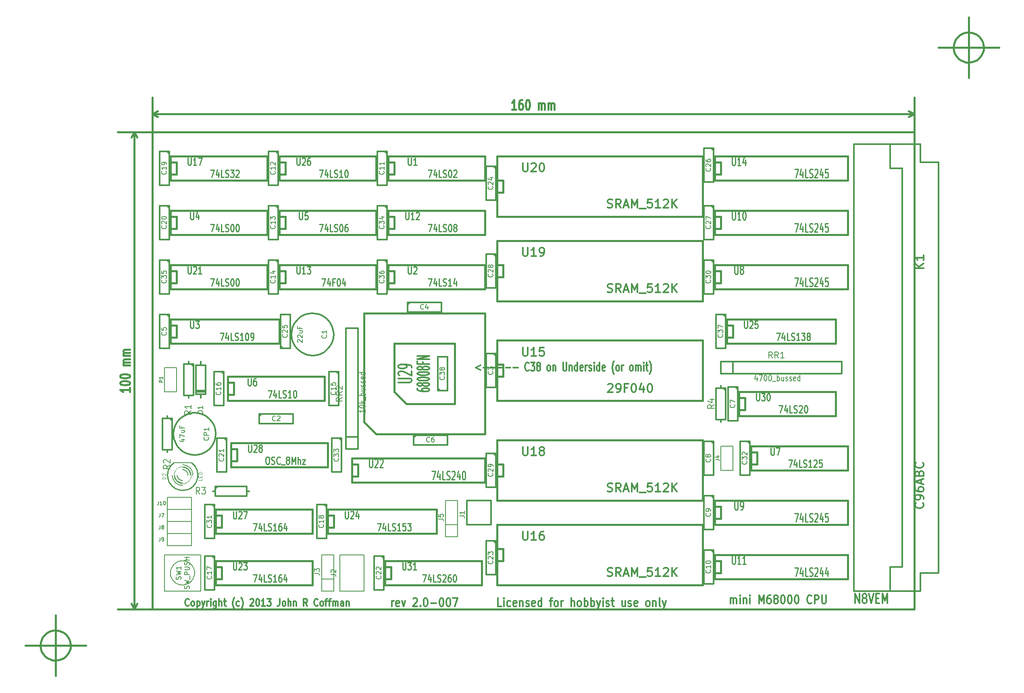
<source format=gto>
G04 (created by PCBNEW-RS274X (2011-07-12 BZR 3047)-stable) date Mon 09 Sep 2013 07:59:49 PM PDT*
G01*
G70*
G90*
%MOIN*%
G04 Gerber Fmt 3.4, Leading zero omitted, Abs format*
%FSLAX34Y34*%
G04 APERTURE LIST*
%ADD10C,0.006000*%
%ADD11C,0.012000*%
%ADD12C,0.015000*%
%ADD13C,0.008000*%
%ADD14C,0.003000*%
%ADD15C,0.010000*%
%ADD16C,0.005000*%
%ADD17C,0.011300*%
%ADD18C,0.003500*%
%ADD19C,0.011800*%
G04 APERTURE END LIST*
G54D10*
G54D11*
X59372Y-60283D02*
X59086Y-60283D01*
X59086Y-59583D01*
X59572Y-60283D02*
X59572Y-59817D01*
X59572Y-59583D02*
X59543Y-59617D01*
X59572Y-59650D01*
X59600Y-59617D01*
X59572Y-59583D01*
X59572Y-59650D01*
X60115Y-60250D02*
X60058Y-60283D01*
X59944Y-60283D01*
X59886Y-60250D01*
X59858Y-60217D01*
X59829Y-60150D01*
X59829Y-59950D01*
X59858Y-59883D01*
X59886Y-59850D01*
X59944Y-59817D01*
X60058Y-59817D01*
X60115Y-59850D01*
X60600Y-60250D02*
X60543Y-60283D01*
X60429Y-60283D01*
X60372Y-60250D01*
X60343Y-60183D01*
X60343Y-59917D01*
X60372Y-59850D01*
X60429Y-59817D01*
X60543Y-59817D01*
X60600Y-59850D01*
X60629Y-59917D01*
X60629Y-59983D01*
X60343Y-60050D01*
X60886Y-59817D02*
X60886Y-60283D01*
X60886Y-59883D02*
X60914Y-59850D01*
X60972Y-59817D01*
X61057Y-59817D01*
X61114Y-59850D01*
X61143Y-59917D01*
X61143Y-60283D01*
X61400Y-60250D02*
X61457Y-60283D01*
X61572Y-60283D01*
X61629Y-60250D01*
X61657Y-60183D01*
X61657Y-60150D01*
X61629Y-60083D01*
X61572Y-60050D01*
X61486Y-60050D01*
X61429Y-60017D01*
X61400Y-59950D01*
X61400Y-59917D01*
X61429Y-59850D01*
X61486Y-59817D01*
X61572Y-59817D01*
X61629Y-59850D01*
X62143Y-60250D02*
X62086Y-60283D01*
X61972Y-60283D01*
X61915Y-60250D01*
X61886Y-60183D01*
X61886Y-59917D01*
X61915Y-59850D01*
X61972Y-59817D01*
X62086Y-59817D01*
X62143Y-59850D01*
X62172Y-59917D01*
X62172Y-59983D01*
X61886Y-60050D01*
X62686Y-60283D02*
X62686Y-59583D01*
X62686Y-60250D02*
X62629Y-60283D01*
X62515Y-60283D01*
X62457Y-60250D01*
X62429Y-60217D01*
X62400Y-60150D01*
X62400Y-59950D01*
X62429Y-59883D01*
X62457Y-59850D01*
X62515Y-59817D01*
X62629Y-59817D01*
X62686Y-59850D01*
X63343Y-59817D02*
X63572Y-59817D01*
X63429Y-60283D02*
X63429Y-59683D01*
X63457Y-59617D01*
X63515Y-59583D01*
X63572Y-59583D01*
X63858Y-60283D02*
X63800Y-60250D01*
X63772Y-60217D01*
X63743Y-60150D01*
X63743Y-59950D01*
X63772Y-59883D01*
X63800Y-59850D01*
X63858Y-59817D01*
X63943Y-59817D01*
X64000Y-59850D01*
X64029Y-59883D01*
X64058Y-59950D01*
X64058Y-60150D01*
X64029Y-60217D01*
X64000Y-60250D01*
X63943Y-60283D01*
X63858Y-60283D01*
X64315Y-60283D02*
X64315Y-59817D01*
X64315Y-59950D02*
X64343Y-59883D01*
X64372Y-59850D01*
X64429Y-59817D01*
X64486Y-59817D01*
X65143Y-60283D02*
X65143Y-59583D01*
X65400Y-60283D02*
X65400Y-59917D01*
X65371Y-59850D01*
X65314Y-59817D01*
X65229Y-59817D01*
X65171Y-59850D01*
X65143Y-59883D01*
X65772Y-60283D02*
X65714Y-60250D01*
X65686Y-60217D01*
X65657Y-60150D01*
X65657Y-59950D01*
X65686Y-59883D01*
X65714Y-59850D01*
X65772Y-59817D01*
X65857Y-59817D01*
X65914Y-59850D01*
X65943Y-59883D01*
X65972Y-59950D01*
X65972Y-60150D01*
X65943Y-60217D01*
X65914Y-60250D01*
X65857Y-60283D01*
X65772Y-60283D01*
X66229Y-60283D02*
X66229Y-59583D01*
X66229Y-59850D02*
X66286Y-59817D01*
X66400Y-59817D01*
X66457Y-59850D01*
X66486Y-59883D01*
X66515Y-59950D01*
X66515Y-60150D01*
X66486Y-60217D01*
X66457Y-60250D01*
X66400Y-60283D01*
X66286Y-60283D01*
X66229Y-60250D01*
X66772Y-60283D02*
X66772Y-59583D01*
X66772Y-59850D02*
X66829Y-59817D01*
X66943Y-59817D01*
X67000Y-59850D01*
X67029Y-59883D01*
X67058Y-59950D01*
X67058Y-60150D01*
X67029Y-60217D01*
X67000Y-60250D01*
X66943Y-60283D01*
X66829Y-60283D01*
X66772Y-60250D01*
X67258Y-59817D02*
X67401Y-60283D01*
X67543Y-59817D02*
X67401Y-60283D01*
X67343Y-60450D01*
X67315Y-60483D01*
X67258Y-60517D01*
X67772Y-60283D02*
X67772Y-59817D01*
X67772Y-59583D02*
X67743Y-59617D01*
X67772Y-59650D01*
X67800Y-59617D01*
X67772Y-59583D01*
X67772Y-59650D01*
X68029Y-60250D02*
X68086Y-60283D01*
X68201Y-60283D01*
X68258Y-60250D01*
X68286Y-60183D01*
X68286Y-60150D01*
X68258Y-60083D01*
X68201Y-60050D01*
X68115Y-60050D01*
X68058Y-60017D01*
X68029Y-59950D01*
X68029Y-59917D01*
X68058Y-59850D01*
X68115Y-59817D01*
X68201Y-59817D01*
X68258Y-59850D01*
X68458Y-59817D02*
X68687Y-59817D01*
X68544Y-59583D02*
X68544Y-60183D01*
X68572Y-60250D01*
X68630Y-60283D01*
X68687Y-60283D01*
X69601Y-59817D02*
X69601Y-60283D01*
X69344Y-59817D02*
X69344Y-60183D01*
X69372Y-60250D01*
X69430Y-60283D01*
X69515Y-60283D01*
X69572Y-60250D01*
X69601Y-60217D01*
X69858Y-60250D02*
X69915Y-60283D01*
X70030Y-60283D01*
X70087Y-60250D01*
X70115Y-60183D01*
X70115Y-60150D01*
X70087Y-60083D01*
X70030Y-60050D01*
X69944Y-60050D01*
X69887Y-60017D01*
X69858Y-59950D01*
X69858Y-59917D01*
X69887Y-59850D01*
X69944Y-59817D01*
X70030Y-59817D01*
X70087Y-59850D01*
X70601Y-60250D02*
X70544Y-60283D01*
X70430Y-60283D01*
X70373Y-60250D01*
X70344Y-60183D01*
X70344Y-59917D01*
X70373Y-59850D01*
X70430Y-59817D01*
X70544Y-59817D01*
X70601Y-59850D01*
X70630Y-59917D01*
X70630Y-59983D01*
X70344Y-60050D01*
X71430Y-60283D02*
X71372Y-60250D01*
X71344Y-60217D01*
X71315Y-60150D01*
X71315Y-59950D01*
X71344Y-59883D01*
X71372Y-59850D01*
X71430Y-59817D01*
X71515Y-59817D01*
X71572Y-59850D01*
X71601Y-59883D01*
X71630Y-59950D01*
X71630Y-60150D01*
X71601Y-60217D01*
X71572Y-60250D01*
X71515Y-60283D01*
X71430Y-60283D01*
X71887Y-59817D02*
X71887Y-60283D01*
X71887Y-59883D02*
X71915Y-59850D01*
X71973Y-59817D01*
X72058Y-59817D01*
X72115Y-59850D01*
X72144Y-59917D01*
X72144Y-60283D01*
X72516Y-60283D02*
X72458Y-60250D01*
X72430Y-60183D01*
X72430Y-59583D01*
X72687Y-59817D02*
X72830Y-60283D01*
X72972Y-59817D02*
X72830Y-60283D01*
X72772Y-60450D01*
X72744Y-60483D01*
X72687Y-60517D01*
X57632Y-40317D02*
X57251Y-40517D01*
X57632Y-40717D01*
X57870Y-40517D02*
X58251Y-40517D01*
X58489Y-40517D02*
X58870Y-40517D01*
X59108Y-40517D02*
X59489Y-40517D01*
X59727Y-40517D02*
X60108Y-40517D01*
X60346Y-40517D02*
X60727Y-40517D01*
X61632Y-40717D02*
X61608Y-40750D01*
X61537Y-40783D01*
X61489Y-40783D01*
X61417Y-40750D01*
X61370Y-40683D01*
X61346Y-40617D01*
X61322Y-40483D01*
X61322Y-40383D01*
X61346Y-40250D01*
X61370Y-40183D01*
X61417Y-40117D01*
X61489Y-40083D01*
X61537Y-40083D01*
X61608Y-40117D01*
X61632Y-40150D01*
X61798Y-40083D02*
X62108Y-40083D01*
X61941Y-40350D01*
X62013Y-40350D01*
X62060Y-40383D01*
X62084Y-40417D01*
X62108Y-40483D01*
X62108Y-40650D01*
X62084Y-40717D01*
X62060Y-40750D01*
X62013Y-40783D01*
X61870Y-40783D01*
X61822Y-40750D01*
X61798Y-40717D01*
X62393Y-40383D02*
X62346Y-40350D01*
X62322Y-40317D01*
X62298Y-40250D01*
X62298Y-40217D01*
X62322Y-40150D01*
X62346Y-40117D01*
X62393Y-40083D01*
X62489Y-40083D01*
X62536Y-40117D01*
X62560Y-40150D01*
X62584Y-40217D01*
X62584Y-40250D01*
X62560Y-40317D01*
X62536Y-40350D01*
X62489Y-40383D01*
X62393Y-40383D01*
X62346Y-40417D01*
X62322Y-40450D01*
X62298Y-40517D01*
X62298Y-40650D01*
X62322Y-40717D01*
X62346Y-40750D01*
X62393Y-40783D01*
X62489Y-40783D01*
X62536Y-40750D01*
X62560Y-40717D01*
X62584Y-40650D01*
X62584Y-40517D01*
X62560Y-40450D01*
X62536Y-40417D01*
X62489Y-40383D01*
X63250Y-40783D02*
X63203Y-40750D01*
X63179Y-40717D01*
X63155Y-40650D01*
X63155Y-40450D01*
X63179Y-40383D01*
X63203Y-40350D01*
X63250Y-40317D01*
X63322Y-40317D01*
X63370Y-40350D01*
X63393Y-40383D01*
X63417Y-40450D01*
X63417Y-40650D01*
X63393Y-40717D01*
X63370Y-40750D01*
X63322Y-40783D01*
X63250Y-40783D01*
X63631Y-40317D02*
X63631Y-40783D01*
X63631Y-40383D02*
X63655Y-40350D01*
X63702Y-40317D01*
X63774Y-40317D01*
X63822Y-40350D01*
X63845Y-40417D01*
X63845Y-40783D01*
X64464Y-40083D02*
X64464Y-40650D01*
X64488Y-40717D01*
X64512Y-40750D01*
X64559Y-40783D01*
X64655Y-40783D01*
X64702Y-40750D01*
X64726Y-40717D01*
X64750Y-40650D01*
X64750Y-40083D01*
X64988Y-40317D02*
X64988Y-40783D01*
X64988Y-40383D02*
X65012Y-40350D01*
X65059Y-40317D01*
X65131Y-40317D01*
X65179Y-40350D01*
X65202Y-40417D01*
X65202Y-40783D01*
X65654Y-40783D02*
X65654Y-40083D01*
X65654Y-40750D02*
X65607Y-40783D01*
X65511Y-40783D01*
X65464Y-40750D01*
X65440Y-40717D01*
X65416Y-40650D01*
X65416Y-40450D01*
X65440Y-40383D01*
X65464Y-40350D01*
X65511Y-40317D01*
X65607Y-40317D01*
X65654Y-40350D01*
X66083Y-40750D02*
X66035Y-40783D01*
X65940Y-40783D01*
X65892Y-40750D01*
X65868Y-40683D01*
X65868Y-40417D01*
X65892Y-40350D01*
X65940Y-40317D01*
X66035Y-40317D01*
X66083Y-40350D01*
X66106Y-40417D01*
X66106Y-40483D01*
X65868Y-40550D01*
X66321Y-40783D02*
X66321Y-40317D01*
X66321Y-40450D02*
X66345Y-40383D01*
X66369Y-40350D01*
X66416Y-40317D01*
X66464Y-40317D01*
X66607Y-40750D02*
X66655Y-40783D01*
X66750Y-40783D01*
X66798Y-40750D01*
X66822Y-40683D01*
X66822Y-40650D01*
X66798Y-40583D01*
X66750Y-40550D01*
X66679Y-40550D01*
X66631Y-40517D01*
X66607Y-40450D01*
X66607Y-40417D01*
X66631Y-40350D01*
X66679Y-40317D01*
X66750Y-40317D01*
X66798Y-40350D01*
X67036Y-40783D02*
X67036Y-40317D01*
X67036Y-40083D02*
X67012Y-40117D01*
X67036Y-40150D01*
X67060Y-40117D01*
X67036Y-40083D01*
X67036Y-40150D01*
X67488Y-40783D02*
X67488Y-40083D01*
X67488Y-40750D02*
X67441Y-40783D01*
X67345Y-40783D01*
X67298Y-40750D01*
X67274Y-40717D01*
X67250Y-40650D01*
X67250Y-40450D01*
X67274Y-40383D01*
X67298Y-40350D01*
X67345Y-40317D01*
X67441Y-40317D01*
X67488Y-40350D01*
X67917Y-40750D02*
X67869Y-40783D01*
X67774Y-40783D01*
X67726Y-40750D01*
X67702Y-40683D01*
X67702Y-40417D01*
X67726Y-40350D01*
X67774Y-40317D01*
X67869Y-40317D01*
X67917Y-40350D01*
X67940Y-40417D01*
X67940Y-40483D01*
X67702Y-40550D01*
X68679Y-41050D02*
X68655Y-41017D01*
X68607Y-40917D01*
X68584Y-40850D01*
X68560Y-40750D01*
X68536Y-40583D01*
X68536Y-40450D01*
X68560Y-40283D01*
X68584Y-40183D01*
X68607Y-40117D01*
X68655Y-40017D01*
X68679Y-39983D01*
X68940Y-40783D02*
X68893Y-40750D01*
X68869Y-40717D01*
X68845Y-40650D01*
X68845Y-40450D01*
X68869Y-40383D01*
X68893Y-40350D01*
X68940Y-40317D01*
X69012Y-40317D01*
X69060Y-40350D01*
X69083Y-40383D01*
X69107Y-40450D01*
X69107Y-40650D01*
X69083Y-40717D01*
X69060Y-40750D01*
X69012Y-40783D01*
X68940Y-40783D01*
X69321Y-40783D02*
X69321Y-40317D01*
X69321Y-40450D02*
X69345Y-40383D01*
X69369Y-40350D01*
X69416Y-40317D01*
X69464Y-40317D01*
X70083Y-40783D02*
X70036Y-40750D01*
X70012Y-40717D01*
X69988Y-40650D01*
X69988Y-40450D01*
X70012Y-40383D01*
X70036Y-40350D01*
X70083Y-40317D01*
X70155Y-40317D01*
X70203Y-40350D01*
X70226Y-40383D01*
X70250Y-40450D01*
X70250Y-40650D01*
X70226Y-40717D01*
X70203Y-40750D01*
X70155Y-40783D01*
X70083Y-40783D01*
X70464Y-40783D02*
X70464Y-40317D01*
X70464Y-40383D02*
X70488Y-40350D01*
X70535Y-40317D01*
X70607Y-40317D01*
X70655Y-40350D01*
X70678Y-40417D01*
X70678Y-40783D01*
X70678Y-40417D02*
X70702Y-40350D01*
X70750Y-40317D01*
X70821Y-40317D01*
X70869Y-40350D01*
X70893Y-40417D01*
X70893Y-40783D01*
X71131Y-40783D02*
X71131Y-40317D01*
X71131Y-40083D02*
X71107Y-40117D01*
X71131Y-40150D01*
X71155Y-40117D01*
X71131Y-40083D01*
X71131Y-40150D01*
X71298Y-40317D02*
X71488Y-40317D01*
X71369Y-40083D02*
X71369Y-40683D01*
X71393Y-40750D01*
X71440Y-40783D01*
X71488Y-40783D01*
X71607Y-41050D02*
X71631Y-41017D01*
X71679Y-40917D01*
X71703Y-40850D01*
X71726Y-40750D01*
X71750Y-40583D01*
X71750Y-40450D01*
X71726Y-40283D01*
X71703Y-40183D01*
X71679Y-40117D01*
X71631Y-40017D01*
X71607Y-39983D01*
X50302Y-60283D02*
X50302Y-59817D01*
X50302Y-59950D02*
X50330Y-59883D01*
X50359Y-59850D01*
X50416Y-59817D01*
X50473Y-59817D01*
X50901Y-60250D02*
X50844Y-60283D01*
X50730Y-60283D01*
X50673Y-60250D01*
X50644Y-60183D01*
X50644Y-59917D01*
X50673Y-59850D01*
X50730Y-59817D01*
X50844Y-59817D01*
X50901Y-59850D01*
X50930Y-59917D01*
X50930Y-59983D01*
X50644Y-60050D01*
X51130Y-59817D02*
X51273Y-60283D01*
X51415Y-59817D01*
X52072Y-59650D02*
X52101Y-59617D01*
X52158Y-59583D01*
X52301Y-59583D01*
X52358Y-59617D01*
X52387Y-59650D01*
X52415Y-59717D01*
X52415Y-59783D01*
X52387Y-59883D01*
X52044Y-60283D01*
X52415Y-60283D01*
X52672Y-60217D02*
X52700Y-60250D01*
X52672Y-60283D01*
X52643Y-60250D01*
X52672Y-60217D01*
X52672Y-60283D01*
X53072Y-59583D02*
X53129Y-59583D01*
X53186Y-59617D01*
X53215Y-59650D01*
X53244Y-59717D01*
X53272Y-59850D01*
X53272Y-60017D01*
X53244Y-60150D01*
X53215Y-60217D01*
X53186Y-60250D01*
X53129Y-60283D01*
X53072Y-60283D01*
X53015Y-60250D01*
X52986Y-60217D01*
X52958Y-60150D01*
X52929Y-60017D01*
X52929Y-59850D01*
X52958Y-59717D01*
X52986Y-59650D01*
X53015Y-59617D01*
X53072Y-59583D01*
X53529Y-60017D02*
X53986Y-60017D01*
X54386Y-59583D02*
X54443Y-59583D01*
X54500Y-59617D01*
X54529Y-59650D01*
X54558Y-59717D01*
X54586Y-59850D01*
X54586Y-60017D01*
X54558Y-60150D01*
X54529Y-60217D01*
X54500Y-60250D01*
X54443Y-60283D01*
X54386Y-60283D01*
X54329Y-60250D01*
X54300Y-60217D01*
X54272Y-60150D01*
X54243Y-60017D01*
X54243Y-59850D01*
X54272Y-59717D01*
X54300Y-59650D01*
X54329Y-59617D01*
X54386Y-59583D01*
X54957Y-59583D02*
X55014Y-59583D01*
X55071Y-59617D01*
X55100Y-59650D01*
X55129Y-59717D01*
X55157Y-59850D01*
X55157Y-60017D01*
X55129Y-60150D01*
X55100Y-60217D01*
X55071Y-60250D01*
X55014Y-60283D01*
X54957Y-60283D01*
X54900Y-60250D01*
X54871Y-60217D01*
X54843Y-60150D01*
X54814Y-60017D01*
X54814Y-59850D01*
X54843Y-59717D01*
X54871Y-59650D01*
X54900Y-59617D01*
X54957Y-59583D01*
X55357Y-59583D02*
X55757Y-59583D01*
X55500Y-60283D01*
X33526Y-60186D02*
X33502Y-60214D01*
X33431Y-60243D01*
X33383Y-60243D01*
X33311Y-60214D01*
X33264Y-60157D01*
X33240Y-60100D01*
X33216Y-59986D01*
X33216Y-59900D01*
X33240Y-59786D01*
X33264Y-59729D01*
X33311Y-59671D01*
X33383Y-59643D01*
X33431Y-59643D01*
X33502Y-59671D01*
X33526Y-59700D01*
X33811Y-60243D02*
X33764Y-60214D01*
X33740Y-60186D01*
X33716Y-60129D01*
X33716Y-59957D01*
X33740Y-59900D01*
X33764Y-59871D01*
X33811Y-59843D01*
X33883Y-59843D01*
X33931Y-59871D01*
X33954Y-59900D01*
X33978Y-59957D01*
X33978Y-60129D01*
X33954Y-60186D01*
X33931Y-60214D01*
X33883Y-60243D01*
X33811Y-60243D01*
X34192Y-59843D02*
X34192Y-60443D01*
X34192Y-59871D02*
X34240Y-59843D01*
X34335Y-59843D01*
X34383Y-59871D01*
X34406Y-59900D01*
X34430Y-59957D01*
X34430Y-60129D01*
X34406Y-60186D01*
X34383Y-60214D01*
X34335Y-60243D01*
X34240Y-60243D01*
X34192Y-60214D01*
X34596Y-59843D02*
X34715Y-60243D01*
X34835Y-59843D02*
X34715Y-60243D01*
X34668Y-60386D01*
X34644Y-60414D01*
X34596Y-60443D01*
X35025Y-60243D02*
X35025Y-59843D01*
X35025Y-59957D02*
X35049Y-59900D01*
X35073Y-59871D01*
X35120Y-59843D01*
X35168Y-59843D01*
X35335Y-60243D02*
X35335Y-59843D01*
X35335Y-59643D02*
X35311Y-59671D01*
X35335Y-59700D01*
X35359Y-59671D01*
X35335Y-59643D01*
X35335Y-59700D01*
X35787Y-59843D02*
X35787Y-60329D01*
X35764Y-60386D01*
X35740Y-60414D01*
X35692Y-60443D01*
X35621Y-60443D01*
X35573Y-60414D01*
X35787Y-60214D02*
X35740Y-60243D01*
X35644Y-60243D01*
X35597Y-60214D01*
X35573Y-60186D01*
X35549Y-60129D01*
X35549Y-59957D01*
X35573Y-59900D01*
X35597Y-59871D01*
X35644Y-59843D01*
X35740Y-59843D01*
X35787Y-59871D01*
X36025Y-60243D02*
X36025Y-59643D01*
X36239Y-60243D02*
X36239Y-59929D01*
X36216Y-59871D01*
X36168Y-59843D01*
X36096Y-59843D01*
X36049Y-59871D01*
X36025Y-59900D01*
X36406Y-59843D02*
X36596Y-59843D01*
X36477Y-59643D02*
X36477Y-60157D01*
X36501Y-60214D01*
X36548Y-60243D01*
X36596Y-60243D01*
X37287Y-60471D02*
X37263Y-60443D01*
X37215Y-60357D01*
X37192Y-60300D01*
X37168Y-60214D01*
X37144Y-60071D01*
X37144Y-59957D01*
X37168Y-59814D01*
X37192Y-59729D01*
X37215Y-59671D01*
X37263Y-59586D01*
X37287Y-59557D01*
X37691Y-60214D02*
X37644Y-60243D01*
X37548Y-60243D01*
X37501Y-60214D01*
X37477Y-60186D01*
X37453Y-60129D01*
X37453Y-59957D01*
X37477Y-59900D01*
X37501Y-59871D01*
X37548Y-59843D01*
X37644Y-59843D01*
X37691Y-59871D01*
X37858Y-60471D02*
X37882Y-60443D01*
X37930Y-60357D01*
X37954Y-60300D01*
X37977Y-60214D01*
X38001Y-60071D01*
X38001Y-59957D01*
X37977Y-59814D01*
X37954Y-59729D01*
X37930Y-59671D01*
X37882Y-59586D01*
X37858Y-59557D01*
X38596Y-59700D02*
X38620Y-59671D01*
X38668Y-59643D01*
X38787Y-59643D01*
X38834Y-59671D01*
X38858Y-59700D01*
X38882Y-59757D01*
X38882Y-59814D01*
X38858Y-59900D01*
X38572Y-60243D01*
X38882Y-60243D01*
X39191Y-59643D02*
X39239Y-59643D01*
X39287Y-59671D01*
X39310Y-59700D01*
X39334Y-59757D01*
X39358Y-59871D01*
X39358Y-60014D01*
X39334Y-60129D01*
X39310Y-60186D01*
X39287Y-60214D01*
X39239Y-60243D01*
X39191Y-60243D01*
X39144Y-60214D01*
X39120Y-60186D01*
X39096Y-60129D01*
X39072Y-60014D01*
X39072Y-59871D01*
X39096Y-59757D01*
X39120Y-59700D01*
X39144Y-59671D01*
X39191Y-59643D01*
X39834Y-60243D02*
X39548Y-60243D01*
X39691Y-60243D02*
X39691Y-59643D01*
X39643Y-59729D01*
X39596Y-59786D01*
X39548Y-59814D01*
X40000Y-59643D02*
X40310Y-59643D01*
X40143Y-59871D01*
X40215Y-59871D01*
X40262Y-59900D01*
X40286Y-59929D01*
X40310Y-59986D01*
X40310Y-60129D01*
X40286Y-60186D01*
X40262Y-60214D01*
X40215Y-60243D01*
X40072Y-60243D01*
X40024Y-60214D01*
X40000Y-60186D01*
X41048Y-59643D02*
X41048Y-60071D01*
X41024Y-60157D01*
X40976Y-60214D01*
X40905Y-60243D01*
X40857Y-60243D01*
X41357Y-60243D02*
X41310Y-60214D01*
X41286Y-60186D01*
X41262Y-60129D01*
X41262Y-59957D01*
X41286Y-59900D01*
X41310Y-59871D01*
X41357Y-59843D01*
X41429Y-59843D01*
X41477Y-59871D01*
X41500Y-59900D01*
X41524Y-59957D01*
X41524Y-60129D01*
X41500Y-60186D01*
X41477Y-60214D01*
X41429Y-60243D01*
X41357Y-60243D01*
X41738Y-60243D02*
X41738Y-59643D01*
X41952Y-60243D02*
X41952Y-59929D01*
X41929Y-59871D01*
X41881Y-59843D01*
X41809Y-59843D01*
X41762Y-59871D01*
X41738Y-59900D01*
X42190Y-59843D02*
X42190Y-60243D01*
X42190Y-59900D02*
X42214Y-59871D01*
X42261Y-59843D01*
X42333Y-59843D01*
X42381Y-59871D01*
X42404Y-59929D01*
X42404Y-60243D01*
X43309Y-60243D02*
X43142Y-59957D01*
X43023Y-60243D02*
X43023Y-59643D01*
X43214Y-59643D01*
X43261Y-59671D01*
X43285Y-59700D01*
X43309Y-59757D01*
X43309Y-59843D01*
X43285Y-59900D01*
X43261Y-59929D01*
X43214Y-59957D01*
X43023Y-59957D01*
X44190Y-60186D02*
X44166Y-60214D01*
X44095Y-60243D01*
X44047Y-60243D01*
X43975Y-60214D01*
X43928Y-60157D01*
X43904Y-60100D01*
X43880Y-59986D01*
X43880Y-59900D01*
X43904Y-59786D01*
X43928Y-59729D01*
X43975Y-59671D01*
X44047Y-59643D01*
X44095Y-59643D01*
X44166Y-59671D01*
X44190Y-59700D01*
X44475Y-60243D02*
X44428Y-60214D01*
X44404Y-60186D01*
X44380Y-60129D01*
X44380Y-59957D01*
X44404Y-59900D01*
X44428Y-59871D01*
X44475Y-59843D01*
X44547Y-59843D01*
X44595Y-59871D01*
X44618Y-59900D01*
X44642Y-59957D01*
X44642Y-60129D01*
X44618Y-60186D01*
X44595Y-60214D01*
X44547Y-60243D01*
X44475Y-60243D01*
X44785Y-59843D02*
X44975Y-59843D01*
X44856Y-60243D02*
X44856Y-59729D01*
X44880Y-59671D01*
X44927Y-59643D01*
X44975Y-59643D01*
X45071Y-59843D02*
X45261Y-59843D01*
X45142Y-60243D02*
X45142Y-59729D01*
X45166Y-59671D01*
X45213Y-59643D01*
X45261Y-59643D01*
X45428Y-60243D02*
X45428Y-59843D01*
X45428Y-59900D02*
X45452Y-59871D01*
X45499Y-59843D01*
X45571Y-59843D01*
X45619Y-59871D01*
X45642Y-59929D01*
X45642Y-60243D01*
X45642Y-59929D02*
X45666Y-59871D01*
X45714Y-59843D01*
X45785Y-59843D01*
X45833Y-59871D01*
X45857Y-59929D01*
X45857Y-60243D01*
X46309Y-60243D02*
X46309Y-59929D01*
X46286Y-59871D01*
X46238Y-59843D01*
X46143Y-59843D01*
X46095Y-59871D01*
X46309Y-60214D02*
X46262Y-60243D01*
X46143Y-60243D01*
X46095Y-60214D01*
X46071Y-60157D01*
X46071Y-60100D01*
X46095Y-60043D01*
X46143Y-60014D01*
X46262Y-60014D01*
X46309Y-59986D01*
X46547Y-59843D02*
X46547Y-60243D01*
X46547Y-59900D02*
X46571Y-59871D01*
X46618Y-59843D01*
X46690Y-59843D01*
X46738Y-59871D01*
X46761Y-59929D01*
X46761Y-60243D01*
X78294Y-60033D02*
X78294Y-59567D01*
X78294Y-59633D02*
X78322Y-59600D01*
X78380Y-59567D01*
X78465Y-59567D01*
X78522Y-59600D01*
X78551Y-59667D01*
X78551Y-60033D01*
X78551Y-59667D02*
X78580Y-59600D01*
X78637Y-59567D01*
X78722Y-59567D01*
X78780Y-59600D01*
X78808Y-59667D01*
X78808Y-60033D01*
X79094Y-60033D02*
X79094Y-59567D01*
X79094Y-59333D02*
X79065Y-59367D01*
X79094Y-59400D01*
X79122Y-59367D01*
X79094Y-59333D01*
X79094Y-59400D01*
X79380Y-59567D02*
X79380Y-60033D01*
X79380Y-59633D02*
X79408Y-59600D01*
X79466Y-59567D01*
X79551Y-59567D01*
X79608Y-59600D01*
X79637Y-59667D01*
X79637Y-60033D01*
X79923Y-60033D02*
X79923Y-59567D01*
X79923Y-59333D02*
X79894Y-59367D01*
X79923Y-59400D01*
X79951Y-59367D01*
X79923Y-59333D01*
X79923Y-59400D01*
X80666Y-60033D02*
X80666Y-59333D01*
X80866Y-59833D01*
X81066Y-59333D01*
X81066Y-60033D01*
X81609Y-59333D02*
X81495Y-59333D01*
X81438Y-59367D01*
X81409Y-59400D01*
X81352Y-59500D01*
X81323Y-59633D01*
X81323Y-59900D01*
X81352Y-59967D01*
X81380Y-60000D01*
X81438Y-60033D01*
X81552Y-60033D01*
X81609Y-60000D01*
X81638Y-59967D01*
X81666Y-59900D01*
X81666Y-59733D01*
X81638Y-59667D01*
X81609Y-59633D01*
X81552Y-59600D01*
X81438Y-59600D01*
X81380Y-59633D01*
X81352Y-59667D01*
X81323Y-59733D01*
X82009Y-59633D02*
X81951Y-59600D01*
X81923Y-59567D01*
X81894Y-59500D01*
X81894Y-59467D01*
X81923Y-59400D01*
X81951Y-59367D01*
X82009Y-59333D01*
X82123Y-59333D01*
X82180Y-59367D01*
X82209Y-59400D01*
X82237Y-59467D01*
X82237Y-59500D01*
X82209Y-59567D01*
X82180Y-59600D01*
X82123Y-59633D01*
X82009Y-59633D01*
X81951Y-59667D01*
X81923Y-59700D01*
X81894Y-59767D01*
X81894Y-59900D01*
X81923Y-59967D01*
X81951Y-60000D01*
X82009Y-60033D01*
X82123Y-60033D01*
X82180Y-60000D01*
X82209Y-59967D01*
X82237Y-59900D01*
X82237Y-59767D01*
X82209Y-59700D01*
X82180Y-59667D01*
X82123Y-59633D01*
X82608Y-59333D02*
X82665Y-59333D01*
X82722Y-59367D01*
X82751Y-59400D01*
X82780Y-59467D01*
X82808Y-59600D01*
X82808Y-59767D01*
X82780Y-59900D01*
X82751Y-59967D01*
X82722Y-60000D01*
X82665Y-60033D01*
X82608Y-60033D01*
X82551Y-60000D01*
X82522Y-59967D01*
X82494Y-59900D01*
X82465Y-59767D01*
X82465Y-59600D01*
X82494Y-59467D01*
X82522Y-59400D01*
X82551Y-59367D01*
X82608Y-59333D01*
X83179Y-59333D02*
X83236Y-59333D01*
X83293Y-59367D01*
X83322Y-59400D01*
X83351Y-59467D01*
X83379Y-59600D01*
X83379Y-59767D01*
X83351Y-59900D01*
X83322Y-59967D01*
X83293Y-60000D01*
X83236Y-60033D01*
X83179Y-60033D01*
X83122Y-60000D01*
X83093Y-59967D01*
X83065Y-59900D01*
X83036Y-59767D01*
X83036Y-59600D01*
X83065Y-59467D01*
X83093Y-59400D01*
X83122Y-59367D01*
X83179Y-59333D01*
X83750Y-59333D02*
X83807Y-59333D01*
X83864Y-59367D01*
X83893Y-59400D01*
X83922Y-59467D01*
X83950Y-59600D01*
X83950Y-59767D01*
X83922Y-59900D01*
X83893Y-59967D01*
X83864Y-60000D01*
X83807Y-60033D01*
X83750Y-60033D01*
X83693Y-60000D01*
X83664Y-59967D01*
X83636Y-59900D01*
X83607Y-59767D01*
X83607Y-59600D01*
X83636Y-59467D01*
X83664Y-59400D01*
X83693Y-59367D01*
X83750Y-59333D01*
X85007Y-59967D02*
X84978Y-60000D01*
X84892Y-60033D01*
X84835Y-60033D01*
X84750Y-60000D01*
X84692Y-59933D01*
X84664Y-59867D01*
X84635Y-59733D01*
X84635Y-59633D01*
X84664Y-59500D01*
X84692Y-59433D01*
X84750Y-59367D01*
X84835Y-59333D01*
X84892Y-59333D01*
X84978Y-59367D01*
X85007Y-59400D01*
X85264Y-60033D02*
X85264Y-59333D01*
X85492Y-59333D01*
X85550Y-59367D01*
X85578Y-59400D01*
X85607Y-59467D01*
X85607Y-59567D01*
X85578Y-59633D01*
X85550Y-59667D01*
X85492Y-59700D01*
X85264Y-59700D01*
X85864Y-59333D02*
X85864Y-59900D01*
X85892Y-59967D01*
X85921Y-60000D01*
X85978Y-60033D01*
X86092Y-60033D01*
X86150Y-60000D01*
X86178Y-59967D01*
X86207Y-59900D01*
X86207Y-59333D01*
X88622Y-60024D02*
X88622Y-59224D01*
X88965Y-60024D01*
X88965Y-59224D01*
X89337Y-59567D02*
X89279Y-59529D01*
X89251Y-59490D01*
X89222Y-59414D01*
X89222Y-59376D01*
X89251Y-59300D01*
X89279Y-59262D01*
X89337Y-59224D01*
X89451Y-59224D01*
X89508Y-59262D01*
X89537Y-59300D01*
X89565Y-59376D01*
X89565Y-59414D01*
X89537Y-59490D01*
X89508Y-59529D01*
X89451Y-59567D01*
X89337Y-59567D01*
X89279Y-59605D01*
X89251Y-59643D01*
X89222Y-59719D01*
X89222Y-59871D01*
X89251Y-59948D01*
X89279Y-59986D01*
X89337Y-60024D01*
X89451Y-60024D01*
X89508Y-59986D01*
X89537Y-59948D01*
X89565Y-59871D01*
X89565Y-59719D01*
X89537Y-59643D01*
X89508Y-59605D01*
X89451Y-59567D01*
X89736Y-59224D02*
X89936Y-60024D01*
X90136Y-59224D01*
X90336Y-59605D02*
X90536Y-59605D01*
X90622Y-60024D02*
X90336Y-60024D01*
X90336Y-59224D01*
X90622Y-59224D01*
X90879Y-60024D02*
X90879Y-59224D01*
X91079Y-59795D01*
X91279Y-59224D01*
X91279Y-60024D01*
G54D12*
X93500Y-60500D02*
X93500Y-21000D01*
X30500Y-60500D02*
X93500Y-60500D01*
X30500Y-21000D02*
X30500Y-60500D01*
X23750Y-63500D02*
X23726Y-63742D01*
X23655Y-63976D01*
X23541Y-64191D01*
X23386Y-64380D01*
X23198Y-64536D01*
X22984Y-64652D01*
X22751Y-64724D01*
X22508Y-64749D01*
X22266Y-64727D01*
X22032Y-64658D01*
X21816Y-64545D01*
X21626Y-64393D01*
X21469Y-64206D01*
X21352Y-63992D01*
X21278Y-63759D01*
X21251Y-63517D01*
X21271Y-63275D01*
X21338Y-63040D01*
X21450Y-62823D01*
X21601Y-62632D01*
X21787Y-62474D01*
X22000Y-62355D01*
X22232Y-62280D01*
X22474Y-62251D01*
X22717Y-62269D01*
X22952Y-62335D01*
X23169Y-62445D01*
X23362Y-62595D01*
X23521Y-62780D01*
X23641Y-62992D01*
X23718Y-63224D01*
X23749Y-63466D01*
X23750Y-63500D01*
X20000Y-63500D02*
X25000Y-63500D01*
X22500Y-61000D02*
X22500Y-66000D01*
X99250Y-14000D02*
X99226Y-14242D01*
X99155Y-14476D01*
X99041Y-14691D01*
X98886Y-14880D01*
X98698Y-15036D01*
X98484Y-15152D01*
X98251Y-15224D01*
X98008Y-15249D01*
X97766Y-15227D01*
X97532Y-15158D01*
X97316Y-15045D01*
X97126Y-14893D01*
X96969Y-14706D01*
X96852Y-14492D01*
X96778Y-14259D01*
X96751Y-14017D01*
X96771Y-13775D01*
X96838Y-13540D01*
X96950Y-13323D01*
X97101Y-13132D01*
X97287Y-12974D01*
X97500Y-12855D01*
X97732Y-12780D01*
X97974Y-12751D01*
X98217Y-12769D01*
X98452Y-12835D01*
X98669Y-12945D01*
X98862Y-13095D01*
X99021Y-13280D01*
X99141Y-13492D01*
X99218Y-13724D01*
X99249Y-13966D01*
X99250Y-14000D01*
X95500Y-14000D02*
X100500Y-14000D01*
X98000Y-11500D02*
X98000Y-16500D01*
X28639Y-42178D02*
X28639Y-42521D01*
X28639Y-42349D02*
X27839Y-42349D01*
X27953Y-42406D01*
X28029Y-42464D01*
X28067Y-42521D01*
X27839Y-41807D02*
X27839Y-41750D01*
X27877Y-41693D01*
X27915Y-41664D01*
X27991Y-41635D01*
X28144Y-41607D01*
X28334Y-41607D01*
X28486Y-41635D01*
X28563Y-41664D01*
X28601Y-41693D01*
X28639Y-41750D01*
X28639Y-41807D01*
X28601Y-41864D01*
X28563Y-41893D01*
X28486Y-41921D01*
X28334Y-41950D01*
X28144Y-41950D01*
X27991Y-41921D01*
X27915Y-41893D01*
X27877Y-41864D01*
X27839Y-41807D01*
X27839Y-41236D02*
X27839Y-41179D01*
X27877Y-41122D01*
X27915Y-41093D01*
X27991Y-41064D01*
X28144Y-41036D01*
X28334Y-41036D01*
X28486Y-41064D01*
X28563Y-41093D01*
X28601Y-41122D01*
X28639Y-41179D01*
X28639Y-41236D01*
X28601Y-41293D01*
X28563Y-41322D01*
X28486Y-41350D01*
X28334Y-41379D01*
X28144Y-41379D01*
X27991Y-41350D01*
X27915Y-41322D01*
X27877Y-41293D01*
X27839Y-41236D01*
X28639Y-40322D02*
X28105Y-40322D01*
X28182Y-40322D02*
X28144Y-40294D01*
X28105Y-40236D01*
X28105Y-40151D01*
X28144Y-40094D01*
X28220Y-40065D01*
X28639Y-40065D01*
X28220Y-40065D02*
X28144Y-40036D01*
X28105Y-39979D01*
X28105Y-39894D01*
X28144Y-39836D01*
X28220Y-39808D01*
X28639Y-39808D01*
X28639Y-39522D02*
X28105Y-39522D01*
X28182Y-39522D02*
X28144Y-39494D01*
X28105Y-39436D01*
X28105Y-39351D01*
X28144Y-39294D01*
X28220Y-39265D01*
X28639Y-39265D01*
X28220Y-39265D02*
X28144Y-39236D01*
X28105Y-39179D01*
X28105Y-39094D01*
X28144Y-39036D01*
X28220Y-39008D01*
X28639Y-39008D01*
X29000Y-60500D02*
X29000Y-21000D01*
X30500Y-60500D02*
X27630Y-60500D01*
X30500Y-21000D02*
X27630Y-21000D01*
X29000Y-21000D02*
X29230Y-21443D01*
X29000Y-21000D02*
X28770Y-21443D01*
X29000Y-60500D02*
X29230Y-60057D01*
X29000Y-60500D02*
X28770Y-60057D01*
X30500Y-21000D02*
X93500Y-21000D01*
X60572Y-19140D02*
X60229Y-19140D01*
X60401Y-19140D02*
X60401Y-18340D01*
X60344Y-18454D01*
X60286Y-18530D01*
X60229Y-18568D01*
X61086Y-18340D02*
X60972Y-18340D01*
X60915Y-18378D01*
X60886Y-18416D01*
X60829Y-18530D01*
X60800Y-18683D01*
X60800Y-18987D01*
X60829Y-19064D01*
X60857Y-19102D01*
X60915Y-19140D01*
X61029Y-19140D01*
X61086Y-19102D01*
X61115Y-19064D01*
X61143Y-18987D01*
X61143Y-18797D01*
X61115Y-18721D01*
X61086Y-18683D01*
X61029Y-18645D01*
X60915Y-18645D01*
X60857Y-18683D01*
X60829Y-18721D01*
X60800Y-18797D01*
X61514Y-18340D02*
X61571Y-18340D01*
X61628Y-18378D01*
X61657Y-18416D01*
X61686Y-18492D01*
X61714Y-18645D01*
X61714Y-18835D01*
X61686Y-18987D01*
X61657Y-19064D01*
X61628Y-19102D01*
X61571Y-19140D01*
X61514Y-19140D01*
X61457Y-19102D01*
X61428Y-19064D01*
X61400Y-18987D01*
X61371Y-18835D01*
X61371Y-18645D01*
X61400Y-18492D01*
X61428Y-18416D01*
X61457Y-18378D01*
X61514Y-18340D01*
X62428Y-19140D02*
X62428Y-18606D01*
X62428Y-18683D02*
X62456Y-18645D01*
X62514Y-18606D01*
X62599Y-18606D01*
X62656Y-18645D01*
X62685Y-18721D01*
X62685Y-19140D01*
X62685Y-18721D02*
X62714Y-18645D01*
X62771Y-18606D01*
X62856Y-18606D01*
X62914Y-18645D01*
X62942Y-18721D01*
X62942Y-19140D01*
X63228Y-19140D02*
X63228Y-18606D01*
X63228Y-18683D02*
X63256Y-18645D01*
X63314Y-18606D01*
X63399Y-18606D01*
X63456Y-18645D01*
X63485Y-18721D01*
X63485Y-19140D01*
X63485Y-18721D02*
X63514Y-18645D01*
X63571Y-18606D01*
X63656Y-18606D01*
X63714Y-18645D01*
X63742Y-18721D01*
X63742Y-19140D01*
X30500Y-19501D02*
X93500Y-19501D01*
X30500Y-21000D02*
X30500Y-18131D01*
X93500Y-21000D02*
X93500Y-18131D01*
X93500Y-19501D02*
X93057Y-19731D01*
X93500Y-19501D02*
X93057Y-19271D01*
X30500Y-19501D02*
X30943Y-19731D01*
X30500Y-19501D02*
X30943Y-19271D01*
G54D11*
X54100Y-42400D02*
X54100Y-39600D01*
X54100Y-39600D02*
X54900Y-39600D01*
X54900Y-39600D02*
X54900Y-42400D01*
X54900Y-42400D02*
X54100Y-42400D01*
X54300Y-42400D02*
X54100Y-42200D01*
X77900Y-36100D02*
X77900Y-38900D01*
X77900Y-38900D02*
X77100Y-38900D01*
X77100Y-38900D02*
X77100Y-36100D01*
X77100Y-36100D02*
X77900Y-36100D01*
X77700Y-36100D02*
X77900Y-36300D01*
X49900Y-31600D02*
X49900Y-34400D01*
X49900Y-34400D02*
X49100Y-34400D01*
X49100Y-34400D02*
X49100Y-31600D01*
X49100Y-31600D02*
X49900Y-31600D01*
X49700Y-31600D02*
X49900Y-31800D01*
X31900Y-31600D02*
X31900Y-34400D01*
X31900Y-34400D02*
X31100Y-34400D01*
X31100Y-34400D02*
X31100Y-31600D01*
X31100Y-31600D02*
X31900Y-31600D01*
X31700Y-31600D02*
X31900Y-31800D01*
X49900Y-27100D02*
X49900Y-29900D01*
X49900Y-29900D02*
X49100Y-29900D01*
X49100Y-29900D02*
X49100Y-27100D01*
X49100Y-27100D02*
X49900Y-27100D01*
X49700Y-27100D02*
X49900Y-27300D01*
X46150Y-46350D02*
X46150Y-49150D01*
X46150Y-49150D02*
X45350Y-49150D01*
X45350Y-49150D02*
X45350Y-46350D01*
X45350Y-46350D02*
X46150Y-46350D01*
X45950Y-46350D02*
X46150Y-46550D01*
X79900Y-46600D02*
X79900Y-49400D01*
X79900Y-49400D02*
X79100Y-49400D01*
X79100Y-49400D02*
X79100Y-46600D01*
X79100Y-46600D02*
X79900Y-46600D01*
X79700Y-46600D02*
X79900Y-46800D01*
X35650Y-51850D02*
X35650Y-54650D01*
X35650Y-54650D02*
X34850Y-54650D01*
X34850Y-54650D02*
X34850Y-51850D01*
X34850Y-51850D02*
X35650Y-51850D01*
X35450Y-51850D02*
X35650Y-52050D01*
X76900Y-31600D02*
X76900Y-34400D01*
X76900Y-34400D02*
X76100Y-34400D01*
X76100Y-34400D02*
X76100Y-31600D01*
X76100Y-31600D02*
X76900Y-31600D01*
X76700Y-31600D02*
X76900Y-31800D01*
X58900Y-47600D02*
X58900Y-50400D01*
X58900Y-50400D02*
X58100Y-50400D01*
X58100Y-50400D02*
X58100Y-47600D01*
X58100Y-47600D02*
X58900Y-47600D01*
X58700Y-47600D02*
X58900Y-47800D01*
X58900Y-31100D02*
X58900Y-33900D01*
X58900Y-33900D02*
X58100Y-33900D01*
X58100Y-33900D02*
X58100Y-31100D01*
X58100Y-31100D02*
X58900Y-31100D01*
X58700Y-31100D02*
X58900Y-31300D01*
X76900Y-27100D02*
X76900Y-29900D01*
X76900Y-29900D02*
X76100Y-29900D01*
X76100Y-29900D02*
X76100Y-27100D01*
X76100Y-27100D02*
X76900Y-27100D01*
X76700Y-27100D02*
X76900Y-27300D01*
X76900Y-22350D02*
X76900Y-25150D01*
X76900Y-25150D02*
X76100Y-25150D01*
X76100Y-25150D02*
X76100Y-22350D01*
X76100Y-22350D02*
X76900Y-22350D01*
X76700Y-22350D02*
X76900Y-22550D01*
X41100Y-38900D02*
X41100Y-36100D01*
X41100Y-36100D02*
X41900Y-36100D01*
X41900Y-36100D02*
X41900Y-38900D01*
X41900Y-38900D02*
X41100Y-38900D01*
X41300Y-38900D02*
X41100Y-38700D01*
X58900Y-23850D02*
X58900Y-26650D01*
X58900Y-26650D02*
X58100Y-26650D01*
X58100Y-26650D02*
X58100Y-23850D01*
X58100Y-23850D02*
X58900Y-23850D01*
X58700Y-23850D02*
X58900Y-24050D01*
X58900Y-54850D02*
X58900Y-57650D01*
X58900Y-57650D02*
X58100Y-57650D01*
X58100Y-57650D02*
X58100Y-54850D01*
X58100Y-54850D02*
X58900Y-54850D01*
X58700Y-54850D02*
X58900Y-55050D01*
X49650Y-56100D02*
X49650Y-58900D01*
X49650Y-58900D02*
X48850Y-58900D01*
X48850Y-58900D02*
X48850Y-56100D01*
X48850Y-56100D02*
X49650Y-56100D01*
X49450Y-56100D02*
X49650Y-56300D01*
X36650Y-46350D02*
X36650Y-49150D01*
X36650Y-49150D02*
X35850Y-49150D01*
X35850Y-49150D02*
X35850Y-46350D01*
X35850Y-46350D02*
X36650Y-46350D01*
X36450Y-46350D02*
X36650Y-46550D01*
X31900Y-27100D02*
X31900Y-29900D01*
X31900Y-29900D02*
X31100Y-29900D01*
X31100Y-29900D02*
X31100Y-27100D01*
X31100Y-27100D02*
X31900Y-27100D01*
X31700Y-27100D02*
X31900Y-27300D01*
X31900Y-22600D02*
X31900Y-25400D01*
X31900Y-25400D02*
X31100Y-25400D01*
X31100Y-25400D02*
X31100Y-22600D01*
X31100Y-22600D02*
X31900Y-22600D01*
X31700Y-22600D02*
X31900Y-22800D01*
X44900Y-51850D02*
X44900Y-54650D01*
X44900Y-54650D02*
X44100Y-54650D01*
X44100Y-54650D02*
X44100Y-51850D01*
X44100Y-51850D02*
X44900Y-51850D01*
X44700Y-51850D02*
X44900Y-52050D01*
X35650Y-56100D02*
X35650Y-58900D01*
X35650Y-58900D02*
X34850Y-58900D01*
X34850Y-58900D02*
X34850Y-56100D01*
X34850Y-56100D02*
X35650Y-56100D01*
X35450Y-56100D02*
X35650Y-56300D01*
X36400Y-40850D02*
X36400Y-43650D01*
X36400Y-43650D02*
X35600Y-43650D01*
X35600Y-43650D02*
X35600Y-40850D01*
X35600Y-40850D02*
X36400Y-40850D01*
X36200Y-40850D02*
X36400Y-41050D01*
X45900Y-40850D02*
X45900Y-43650D01*
X45900Y-43650D02*
X45100Y-43650D01*
X45100Y-43650D02*
X45100Y-40850D01*
X45100Y-40850D02*
X45900Y-40850D01*
X45700Y-40850D02*
X45900Y-41050D01*
X40900Y-31600D02*
X40900Y-34400D01*
X40900Y-34400D02*
X40100Y-34400D01*
X40100Y-34400D02*
X40100Y-31600D01*
X40100Y-31600D02*
X40900Y-31600D01*
X40700Y-31600D02*
X40900Y-31800D01*
X40900Y-27100D02*
X40900Y-29900D01*
X40900Y-29900D02*
X40100Y-29900D01*
X40100Y-29900D02*
X40100Y-27100D01*
X40100Y-27100D02*
X40900Y-27100D01*
X40700Y-27100D02*
X40900Y-27300D01*
X40900Y-22600D02*
X40900Y-25400D01*
X40900Y-25400D02*
X40100Y-25400D01*
X40100Y-25400D02*
X40100Y-22600D01*
X40100Y-22600D02*
X40900Y-22600D01*
X40700Y-22600D02*
X40900Y-22800D01*
X49900Y-22600D02*
X49900Y-25400D01*
X49900Y-25400D02*
X49100Y-25400D01*
X49100Y-25400D02*
X49100Y-22600D01*
X49100Y-22600D02*
X49900Y-22600D01*
X49700Y-22600D02*
X49900Y-22800D01*
X76900Y-55600D02*
X76900Y-58400D01*
X76900Y-58400D02*
X76100Y-58400D01*
X76100Y-58400D02*
X76100Y-55600D01*
X76100Y-55600D02*
X76900Y-55600D01*
X76700Y-55600D02*
X76900Y-55800D01*
X76900Y-51100D02*
X76900Y-53900D01*
X76900Y-53900D02*
X76100Y-53900D01*
X76100Y-53900D02*
X76100Y-51100D01*
X76100Y-51100D02*
X76900Y-51100D01*
X76700Y-51100D02*
X76900Y-51300D01*
X76900Y-46600D02*
X76900Y-49400D01*
X76900Y-49400D02*
X76100Y-49400D01*
X76100Y-49400D02*
X76100Y-46600D01*
X76100Y-46600D02*
X76900Y-46600D01*
X76700Y-46600D02*
X76900Y-46800D01*
X78900Y-42100D02*
X78900Y-44900D01*
X78900Y-44900D02*
X78100Y-44900D01*
X78100Y-44900D02*
X78100Y-42100D01*
X78100Y-42100D02*
X78900Y-42100D01*
X78700Y-42100D02*
X78900Y-42300D01*
X52100Y-46100D02*
X54900Y-46100D01*
X54900Y-46100D02*
X54900Y-46900D01*
X54900Y-46900D02*
X52100Y-46900D01*
X52100Y-46900D02*
X52100Y-46100D01*
X52100Y-46300D02*
X52300Y-46100D01*
X31900Y-36100D02*
X31900Y-38900D01*
X31900Y-38900D02*
X31100Y-38900D01*
X31100Y-38900D02*
X31100Y-36100D01*
X31100Y-36100D02*
X31900Y-36100D01*
X31700Y-36100D02*
X31900Y-36300D01*
X51600Y-35100D02*
X54400Y-35100D01*
X54400Y-35100D02*
X54400Y-35900D01*
X54400Y-35900D02*
X51600Y-35900D01*
X51600Y-35900D02*
X51600Y-35100D01*
X51600Y-35300D02*
X51800Y-35100D01*
X58900Y-39350D02*
X58900Y-42150D01*
X58900Y-42150D02*
X58100Y-42150D01*
X58100Y-42150D02*
X58100Y-39350D01*
X58100Y-39350D02*
X58900Y-39350D01*
X58700Y-39350D02*
X58900Y-39550D01*
X39350Y-44350D02*
X42150Y-44350D01*
X42150Y-44350D02*
X42150Y-45150D01*
X42150Y-45150D02*
X39350Y-45150D01*
X39350Y-45150D02*
X39350Y-44350D01*
X39350Y-44550D02*
X39550Y-44350D01*
X35750Y-46000D02*
X35716Y-46339D01*
X35617Y-46666D01*
X35457Y-46968D01*
X35241Y-47233D01*
X34978Y-47450D01*
X34678Y-47613D01*
X34351Y-47714D01*
X34012Y-47749D01*
X33673Y-47719D01*
X33345Y-47622D01*
X33042Y-47464D01*
X32776Y-47250D01*
X32557Y-46988D01*
X32392Y-46689D01*
X32289Y-46363D01*
X32251Y-46024D01*
X32279Y-45685D01*
X32373Y-45356D01*
X32530Y-45053D01*
X32742Y-44785D01*
X33002Y-44563D01*
X33300Y-44397D01*
X33625Y-44291D01*
X33964Y-44251D01*
X34303Y-44277D01*
X34632Y-44369D01*
X34937Y-44523D01*
X35206Y-44733D01*
X35430Y-44992D01*
X35598Y-45289D01*
X35706Y-45613D01*
X35749Y-45952D01*
X35750Y-46000D01*
X45500Y-37750D02*
X45466Y-38089D01*
X45367Y-38416D01*
X45207Y-38718D01*
X44991Y-38983D01*
X44728Y-39200D01*
X44428Y-39363D01*
X44101Y-39464D01*
X43762Y-39499D01*
X43423Y-39469D01*
X43095Y-39372D01*
X42792Y-39214D01*
X42526Y-39000D01*
X42307Y-38738D01*
X42142Y-38439D01*
X42039Y-38113D01*
X42001Y-37774D01*
X42029Y-37435D01*
X42123Y-37106D01*
X42280Y-36803D01*
X42492Y-36535D01*
X42752Y-36313D01*
X43050Y-36147D01*
X43375Y-36041D01*
X43714Y-36001D01*
X44053Y-36027D01*
X44382Y-36119D01*
X44687Y-36273D01*
X44956Y-36483D01*
X45180Y-36742D01*
X45348Y-37039D01*
X45456Y-37363D01*
X45499Y-37702D01*
X45500Y-37750D01*
X91500Y-59000D02*
X94000Y-59000D01*
X94000Y-59000D02*
X94000Y-57500D01*
X94000Y-57500D02*
X95500Y-57500D01*
X95500Y-57500D02*
X95500Y-23500D01*
X95500Y-23500D02*
X94000Y-23500D01*
X94000Y-23500D02*
X94000Y-22000D01*
X94000Y-22000D02*
X91500Y-22000D01*
X91500Y-22000D02*
X91500Y-24000D01*
X91500Y-24000D02*
X92500Y-24000D01*
X92500Y-24000D02*
X92500Y-57000D01*
X92500Y-57000D02*
X91500Y-57000D01*
X91500Y-57000D02*
X91500Y-59000D01*
X91500Y-22000D02*
X88500Y-22000D01*
X88500Y-22000D02*
X88500Y-59000D01*
X88500Y-59000D02*
X91500Y-59000D01*
X34500Y-43000D02*
X34500Y-42700D01*
X34500Y-42700D02*
X34900Y-42700D01*
X34900Y-42700D02*
X34900Y-40300D01*
X34900Y-40300D02*
X34500Y-40300D01*
X34500Y-40300D02*
X34500Y-40000D01*
X34500Y-40300D02*
X34100Y-40300D01*
X34100Y-40300D02*
X34100Y-42700D01*
X34100Y-42700D02*
X34500Y-42700D01*
X34900Y-42500D02*
X34100Y-42500D01*
X34100Y-42400D02*
X34900Y-42400D01*
G54D12*
X37000Y-46750D02*
X45000Y-46750D01*
X45000Y-48750D02*
X37000Y-48750D01*
X37000Y-48750D02*
X37000Y-46750D01*
X37000Y-47250D02*
X37500Y-47250D01*
X37500Y-47250D02*
X37500Y-48250D01*
X37500Y-48250D02*
X37000Y-48250D01*
X45000Y-46750D02*
X45000Y-48750D01*
X35750Y-52250D02*
X43750Y-52250D01*
X43750Y-54250D02*
X35750Y-54250D01*
X35750Y-54250D02*
X35750Y-52250D01*
X35750Y-52750D02*
X36250Y-52750D01*
X36250Y-52750D02*
X36250Y-53750D01*
X36250Y-53750D02*
X35750Y-53750D01*
X43750Y-52250D02*
X43750Y-54250D01*
X41000Y-23000D02*
X49000Y-23000D01*
X49000Y-25000D02*
X41000Y-25000D01*
X41000Y-25000D02*
X41000Y-23000D01*
X41000Y-23500D02*
X41500Y-23500D01*
X41500Y-23500D02*
X41500Y-24500D01*
X41500Y-24500D02*
X41000Y-24500D01*
X49000Y-23000D02*
X49000Y-25000D01*
X35750Y-56500D02*
X43750Y-56500D01*
X43750Y-58500D02*
X35750Y-58500D01*
X35750Y-58500D02*
X35750Y-56500D01*
X35750Y-57000D02*
X36250Y-57000D01*
X36250Y-57000D02*
X36250Y-58000D01*
X36250Y-58000D02*
X35750Y-58000D01*
X43750Y-56500D02*
X43750Y-58500D01*
X32000Y-32000D02*
X40000Y-32000D01*
X40000Y-34000D02*
X32000Y-34000D01*
X32000Y-34000D02*
X32000Y-32000D01*
X32000Y-32500D02*
X32500Y-32500D01*
X32500Y-32500D02*
X32500Y-33500D01*
X32500Y-33500D02*
X32000Y-33500D01*
X40000Y-32000D02*
X40000Y-34000D01*
X32000Y-23000D02*
X40000Y-23000D01*
X40000Y-25000D02*
X32000Y-25000D01*
X32000Y-25000D02*
X32000Y-23000D01*
X32000Y-23500D02*
X32500Y-23500D01*
X32500Y-23500D02*
X32500Y-24500D01*
X32500Y-24500D02*
X32000Y-24500D01*
X40000Y-23000D02*
X40000Y-25000D01*
X41000Y-32000D02*
X49000Y-32000D01*
X49000Y-34000D02*
X41000Y-34000D01*
X41000Y-34000D02*
X41000Y-32000D01*
X41000Y-32500D02*
X41500Y-32500D01*
X41500Y-32500D02*
X41500Y-33500D01*
X41500Y-33500D02*
X41000Y-33500D01*
X49000Y-32000D02*
X49000Y-34000D01*
X50000Y-27500D02*
X58000Y-27500D01*
X58000Y-29500D02*
X50000Y-29500D01*
X50000Y-29500D02*
X50000Y-27500D01*
X50000Y-28000D02*
X50500Y-28000D01*
X50500Y-28000D02*
X50500Y-29000D01*
X50500Y-29000D02*
X50000Y-29000D01*
X58000Y-27500D02*
X58000Y-29500D01*
X80000Y-47000D02*
X88000Y-47000D01*
X88000Y-49000D02*
X80000Y-49000D01*
X80000Y-49000D02*
X80000Y-47000D01*
X80000Y-47500D02*
X80500Y-47500D01*
X80500Y-47500D02*
X80500Y-48500D01*
X80500Y-48500D02*
X80000Y-48500D01*
X88000Y-47000D02*
X88000Y-49000D01*
X36750Y-41250D02*
X44750Y-41250D01*
X44750Y-43250D02*
X36750Y-43250D01*
X36750Y-43250D02*
X36750Y-41250D01*
X36750Y-41750D02*
X37250Y-41750D01*
X37250Y-41750D02*
X37250Y-42750D01*
X37250Y-42750D02*
X36750Y-42750D01*
X44750Y-41250D02*
X44750Y-43250D01*
X41000Y-27500D02*
X49000Y-27500D01*
X49000Y-29500D02*
X41000Y-29500D01*
X41000Y-29500D02*
X41000Y-27500D01*
X41000Y-28000D02*
X41500Y-28000D01*
X41500Y-28000D02*
X41500Y-29000D01*
X41500Y-29000D02*
X41000Y-29000D01*
X49000Y-27500D02*
X49000Y-29500D01*
X32000Y-27500D02*
X40000Y-27500D01*
X40000Y-29500D02*
X32000Y-29500D01*
X32000Y-29500D02*
X32000Y-27500D01*
X32000Y-28000D02*
X32500Y-28000D01*
X32500Y-28000D02*
X32500Y-29000D01*
X32500Y-29000D02*
X32000Y-29000D01*
X40000Y-27500D02*
X40000Y-29500D01*
X50000Y-32000D02*
X58000Y-32000D01*
X58000Y-34000D02*
X50000Y-34000D01*
X50000Y-34000D02*
X50000Y-32000D01*
X50000Y-32500D02*
X50500Y-32500D01*
X50500Y-32500D02*
X50500Y-33500D01*
X50500Y-33500D02*
X50000Y-33500D01*
X58000Y-32000D02*
X58000Y-34000D01*
X50000Y-23000D02*
X58000Y-23000D01*
X58000Y-25000D02*
X50000Y-25000D01*
X50000Y-25000D02*
X50000Y-23000D01*
X50000Y-23500D02*
X50500Y-23500D01*
X50500Y-23500D02*
X50500Y-24500D01*
X50500Y-24500D02*
X50000Y-24500D01*
X58000Y-23000D02*
X58000Y-25000D01*
X78000Y-37000D02*
X78000Y-37000D01*
X78000Y-37000D02*
X78500Y-37000D01*
X78500Y-37000D02*
X78500Y-38000D01*
X78500Y-38000D02*
X78000Y-38000D01*
X78000Y-36500D02*
X87000Y-36500D01*
X87000Y-36500D02*
X87000Y-38500D01*
X87000Y-38500D02*
X78000Y-38500D01*
X78000Y-38500D02*
X78000Y-36500D01*
X45000Y-52750D02*
X45000Y-52750D01*
X45000Y-52750D02*
X45500Y-52750D01*
X45500Y-52750D02*
X45500Y-53750D01*
X45500Y-53750D02*
X45000Y-53750D01*
X45000Y-52250D02*
X54000Y-52250D01*
X54000Y-52250D02*
X54000Y-54250D01*
X54000Y-54250D02*
X45000Y-54250D01*
X45000Y-54250D02*
X45000Y-52250D01*
X32000Y-37000D02*
X32000Y-37000D01*
X32000Y-37000D02*
X32500Y-37000D01*
X32500Y-37000D02*
X32500Y-38000D01*
X32500Y-38000D02*
X32000Y-38000D01*
X32000Y-36500D02*
X41000Y-36500D01*
X41000Y-36500D02*
X41000Y-38500D01*
X41000Y-38500D02*
X32000Y-38500D01*
X32000Y-38500D02*
X32000Y-36500D01*
X47000Y-48500D02*
X47500Y-48500D01*
X47500Y-48500D02*
X47500Y-49500D01*
X47500Y-49500D02*
X47000Y-49500D01*
X47000Y-48000D02*
X58000Y-48000D01*
X58000Y-48000D02*
X58000Y-50000D01*
X58000Y-50000D02*
X47000Y-50000D01*
X47000Y-50000D02*
X47000Y-48000D01*
X77000Y-23500D02*
X77500Y-23500D01*
X77500Y-23500D02*
X77500Y-24500D01*
X77500Y-24500D02*
X77000Y-24500D01*
X77000Y-23000D02*
X88000Y-23000D01*
X88000Y-23000D02*
X88000Y-25000D01*
X88000Y-25000D02*
X77000Y-25000D01*
X77000Y-25000D02*
X77000Y-23000D01*
X77000Y-56500D02*
X77500Y-56500D01*
X77500Y-56500D02*
X77500Y-57500D01*
X77500Y-57500D02*
X77000Y-57500D01*
X77000Y-56000D02*
X88000Y-56000D01*
X88000Y-56000D02*
X88000Y-58000D01*
X88000Y-58000D02*
X77000Y-58000D01*
X77000Y-58000D02*
X77000Y-56000D01*
X77000Y-28000D02*
X77500Y-28000D01*
X77500Y-28000D02*
X77500Y-29000D01*
X77500Y-29000D02*
X77000Y-29000D01*
X77000Y-27500D02*
X88000Y-27500D01*
X88000Y-27500D02*
X88000Y-29500D01*
X88000Y-29500D02*
X77000Y-29500D01*
X77000Y-29500D02*
X77000Y-27500D01*
X77000Y-52000D02*
X77500Y-52000D01*
X77500Y-52000D02*
X77500Y-53000D01*
X77500Y-53000D02*
X77000Y-53000D01*
X77000Y-51500D02*
X88000Y-51500D01*
X88000Y-51500D02*
X88000Y-53500D01*
X88000Y-53500D02*
X77000Y-53500D01*
X77000Y-53500D02*
X77000Y-51500D01*
X77000Y-32500D02*
X77500Y-32500D01*
X77500Y-32500D02*
X77500Y-33500D01*
X77500Y-33500D02*
X77000Y-33500D01*
X77000Y-32000D02*
X88000Y-32000D01*
X88000Y-32000D02*
X88000Y-34000D01*
X88000Y-34000D02*
X77000Y-34000D01*
X77000Y-34000D02*
X77000Y-32000D01*
X59000Y-23000D02*
X76000Y-23000D01*
X76000Y-23000D02*
X76000Y-28000D01*
X76000Y-28000D02*
X59000Y-28000D01*
X59000Y-28000D02*
X59000Y-23000D01*
X59000Y-26000D02*
X59500Y-26000D01*
X59500Y-26000D02*
X59500Y-25000D01*
X59500Y-25000D02*
X59000Y-25000D01*
X59000Y-30000D02*
X76000Y-30000D01*
X76000Y-30000D02*
X76000Y-35000D01*
X76000Y-35000D02*
X59000Y-35000D01*
X59000Y-35000D02*
X59000Y-30000D01*
X59000Y-33000D02*
X59500Y-33000D01*
X59500Y-33000D02*
X59500Y-32000D01*
X59500Y-32000D02*
X59000Y-32000D01*
X59000Y-46500D02*
X76000Y-46500D01*
X76000Y-46500D02*
X76000Y-51500D01*
X76000Y-51500D02*
X59000Y-51500D01*
X59000Y-51500D02*
X59000Y-46500D01*
X59000Y-49500D02*
X59500Y-49500D01*
X59500Y-49500D02*
X59500Y-48500D01*
X59500Y-48500D02*
X59000Y-48500D01*
X59000Y-53500D02*
X76000Y-53500D01*
X76000Y-53500D02*
X76000Y-58500D01*
X76000Y-58500D02*
X59000Y-58500D01*
X59000Y-58500D02*
X59000Y-53500D01*
X59000Y-56500D02*
X59500Y-56500D01*
X59500Y-56500D02*
X59500Y-55500D01*
X59500Y-55500D02*
X59000Y-55500D01*
X59000Y-38250D02*
X76000Y-38250D01*
X76000Y-38250D02*
X76000Y-43250D01*
X76000Y-43250D02*
X59000Y-43250D01*
X59000Y-43250D02*
X59000Y-38250D01*
X59000Y-41250D02*
X59500Y-41250D01*
X59500Y-41250D02*
X59500Y-40250D01*
X59500Y-40250D02*
X59000Y-40250D01*
G54D13*
X33750Y-48380D02*
X32250Y-48380D01*
G54D14*
X33707Y-49400D02*
X33693Y-49537D01*
X33653Y-49669D01*
X33588Y-49791D01*
X33501Y-49898D01*
X33395Y-49986D01*
X33273Y-50051D01*
X33142Y-50092D01*
X33004Y-50106D01*
X32868Y-50094D01*
X32736Y-50055D01*
X32613Y-49991D01*
X32506Y-49905D01*
X32417Y-49799D01*
X32351Y-49678D01*
X32309Y-49546D01*
X32294Y-49409D01*
X32305Y-49273D01*
X32343Y-49140D01*
X32406Y-49018D01*
X32492Y-48909D01*
X32597Y-48820D01*
X32717Y-48753D01*
X32849Y-48710D01*
X32986Y-48694D01*
X33122Y-48704D01*
X33255Y-48741D01*
X33378Y-48804D01*
X33487Y-48889D01*
X33577Y-48993D01*
X33645Y-49113D01*
X33689Y-49244D01*
X33706Y-49381D01*
X33707Y-49400D01*
G54D15*
X32250Y-48401D02*
X32166Y-48470D01*
X32088Y-48546D01*
X32017Y-48629D01*
X31953Y-48718D01*
X31898Y-48812D01*
X31851Y-48910D01*
X31812Y-49012D01*
X31783Y-49117D01*
X31763Y-49224D01*
X31752Y-49333D01*
X31751Y-49441D01*
X31760Y-49550D01*
X31777Y-49657D01*
X31804Y-49763D01*
X31841Y-49866D01*
X31886Y-49965D01*
X31939Y-50060D01*
X32001Y-50150D01*
X32070Y-50234D01*
X32146Y-50312D01*
X32229Y-50383D01*
X32318Y-50447D01*
X32412Y-50502D01*
X32510Y-50549D01*
X32612Y-50588D01*
X32717Y-50617D01*
X32824Y-50637D01*
X32933Y-50648D01*
X33041Y-50649D01*
X33150Y-50640D01*
X33257Y-50623D01*
X33363Y-50596D01*
X33466Y-50559D01*
X33565Y-50514D01*
X33660Y-50461D01*
X33750Y-50399D01*
X33834Y-50330D01*
X33912Y-50254D01*
X33983Y-50171D01*
X34047Y-50082D01*
X34102Y-49988D01*
X34149Y-49890D01*
X34188Y-49788D01*
X34217Y-49683D01*
X34237Y-49576D01*
X34248Y-49467D01*
X34249Y-49359D01*
X34240Y-49250D01*
X34223Y-49143D01*
X34196Y-49037D01*
X34159Y-48934D01*
X34114Y-48835D01*
X34061Y-48740D01*
X33999Y-48650D01*
X33930Y-48566D01*
X33854Y-48488D01*
X33771Y-48417D01*
X33750Y-48401D01*
G54D10*
X32550Y-49400D02*
X32552Y-49439D01*
X32557Y-49478D01*
X32566Y-49516D01*
X32578Y-49553D01*
X32593Y-49590D01*
X32611Y-49624D01*
X32632Y-49658D01*
X32656Y-49689D01*
X32682Y-49718D01*
X32711Y-49744D01*
X32742Y-49768D01*
X32776Y-49789D01*
X32810Y-49807D01*
X32847Y-49822D01*
X32884Y-49834D01*
X32922Y-49843D01*
X32961Y-49848D01*
X33000Y-49850D01*
X33450Y-49400D02*
X33448Y-49361D01*
X33443Y-49322D01*
X33434Y-49284D01*
X33422Y-49247D01*
X33407Y-49210D01*
X33389Y-49176D01*
X33368Y-49142D01*
X33344Y-49111D01*
X33318Y-49082D01*
X33289Y-49056D01*
X33258Y-49032D01*
X33225Y-49011D01*
X33190Y-48993D01*
X33153Y-48978D01*
X33116Y-48966D01*
X33078Y-48957D01*
X33039Y-48952D01*
X33000Y-48950D01*
X32350Y-49400D02*
X32353Y-49456D01*
X32360Y-49512D01*
X32373Y-49568D01*
X32390Y-49622D01*
X32411Y-49674D01*
X32438Y-49724D01*
X32468Y-49772D01*
X32503Y-49817D01*
X32541Y-49859D01*
X32583Y-49897D01*
X32628Y-49932D01*
X32676Y-49962D01*
X32726Y-49989D01*
X32778Y-50010D01*
X32832Y-50027D01*
X32888Y-50040D01*
X32944Y-50047D01*
X33000Y-50050D01*
X33650Y-49400D02*
X33647Y-49344D01*
X33640Y-49288D01*
X33627Y-49232D01*
X33610Y-49178D01*
X33589Y-49126D01*
X33562Y-49076D01*
X33532Y-49028D01*
X33497Y-48983D01*
X33459Y-48941D01*
X33417Y-48903D01*
X33372Y-48868D01*
X33325Y-48838D01*
X33274Y-48811D01*
X33222Y-48790D01*
X33168Y-48773D01*
X33112Y-48760D01*
X33056Y-48753D01*
X33000Y-48750D01*
X32150Y-49400D02*
X32154Y-49474D01*
X32163Y-49547D01*
X32179Y-49619D01*
X32202Y-49690D01*
X32230Y-49759D01*
X32264Y-49824D01*
X32304Y-49887D01*
X32349Y-49946D01*
X32399Y-50001D01*
X32454Y-50051D01*
X32513Y-50096D01*
X32576Y-50136D01*
X32641Y-50170D01*
X32710Y-50198D01*
X32781Y-50221D01*
X32853Y-50237D01*
X32926Y-50246D01*
X33000Y-50250D01*
X33850Y-49400D02*
X33846Y-49326D01*
X33837Y-49253D01*
X33821Y-49181D01*
X33798Y-49110D01*
X33770Y-49041D01*
X33736Y-48976D01*
X33696Y-48913D01*
X33651Y-48854D01*
X33601Y-48799D01*
X33546Y-48749D01*
X33487Y-48704D01*
X33425Y-48664D01*
X33359Y-48630D01*
X33290Y-48602D01*
X33219Y-48579D01*
X33147Y-48563D01*
X33074Y-48554D01*
X33000Y-48550D01*
X32500Y-42500D02*
X31500Y-42500D01*
X31500Y-42500D02*
X31500Y-40500D01*
X31500Y-40500D02*
X32500Y-40500D01*
X32500Y-40500D02*
X32500Y-42500D01*
X78500Y-49000D02*
X77500Y-49000D01*
X77500Y-49000D02*
X77500Y-47000D01*
X77500Y-47000D02*
X78500Y-47000D01*
X78500Y-47000D02*
X78500Y-49000D01*
G54D11*
X56500Y-53500D02*
X56500Y-51500D01*
X56500Y-51500D02*
X58500Y-51500D01*
X58500Y-51500D02*
X58500Y-53500D01*
X58500Y-53500D02*
X56500Y-53500D01*
G54D10*
X45500Y-59000D02*
X44500Y-59000D01*
X44500Y-59000D02*
X44500Y-56000D01*
X44500Y-56000D02*
X45500Y-56000D01*
X45500Y-56000D02*
X45500Y-59000D01*
X44500Y-58000D02*
X45500Y-58000D01*
G54D13*
X48000Y-56000D02*
X48000Y-59000D01*
X46000Y-59000D02*
X46000Y-56000D01*
X46000Y-56000D02*
X48000Y-56000D01*
X48000Y-59000D02*
X46000Y-59000D01*
G54D12*
X50500Y-42500D02*
X51500Y-43500D01*
X51500Y-43500D02*
X55500Y-43500D01*
X55500Y-43500D02*
X55500Y-38500D01*
X55500Y-38500D02*
X50500Y-38500D01*
X50500Y-38500D02*
X50500Y-42500D01*
X58000Y-46000D02*
X49000Y-46000D01*
X49000Y-46000D02*
X48000Y-45000D01*
X48000Y-45000D02*
X48000Y-36000D01*
X48000Y-36000D02*
X58000Y-36000D01*
X58000Y-36000D02*
X58000Y-46000D01*
G54D11*
X31750Y-44500D02*
X31750Y-44700D01*
X31750Y-47500D02*
X31750Y-47300D01*
X31750Y-47300D02*
X32150Y-47300D01*
X32150Y-47300D02*
X32150Y-44700D01*
X32150Y-44700D02*
X31350Y-44700D01*
X31350Y-44700D02*
X31350Y-47300D01*
X31350Y-47300D02*
X31750Y-47300D01*
X31950Y-44700D02*
X32150Y-44900D01*
X33500Y-40000D02*
X33500Y-40200D01*
X33500Y-43000D02*
X33500Y-42800D01*
X33500Y-42800D02*
X33900Y-42800D01*
X33900Y-42800D02*
X33900Y-40200D01*
X33900Y-40200D02*
X33100Y-40200D01*
X33100Y-40200D02*
X33100Y-42800D01*
X33100Y-42800D02*
X33500Y-42800D01*
X33700Y-40200D02*
X33900Y-40400D01*
X47500Y-47250D02*
X46500Y-47250D01*
X46500Y-47250D02*
X46500Y-37250D01*
X46500Y-37250D02*
X47500Y-37250D01*
X47500Y-37250D02*
X47500Y-47250D01*
X47500Y-46250D02*
X46500Y-46250D01*
X77500Y-41000D02*
X77500Y-40000D01*
X77500Y-40000D02*
X87500Y-40000D01*
X87500Y-40000D02*
X87500Y-41000D01*
X87500Y-41000D02*
X77500Y-41000D01*
X78500Y-41000D02*
X78500Y-40000D01*
G54D16*
X34000Y-57500D02*
X33980Y-57694D01*
X33924Y-57881D01*
X33832Y-58053D01*
X33709Y-58204D01*
X33559Y-58329D01*
X33387Y-58421D01*
X33201Y-58479D01*
X33006Y-58499D01*
X32813Y-58482D01*
X32626Y-58427D01*
X32453Y-58336D01*
X32301Y-58214D01*
X32175Y-58064D01*
X32081Y-57893D01*
X32022Y-57707D01*
X32001Y-57513D01*
X32017Y-57320D01*
X32071Y-57132D01*
X32160Y-56959D01*
X32281Y-56806D01*
X32430Y-56679D01*
X32600Y-56584D01*
X32786Y-56524D01*
X32980Y-56501D01*
X33173Y-56516D01*
X33361Y-56568D01*
X33535Y-56656D01*
X33689Y-56776D01*
X33817Y-56924D01*
X33913Y-57094D01*
X33975Y-57279D01*
X33999Y-57473D01*
X34000Y-57500D01*
X31500Y-59000D02*
X31500Y-56000D01*
X31500Y-56000D02*
X34500Y-56000D01*
X34500Y-56000D02*
X34500Y-59000D01*
X31500Y-59000D02*
X34500Y-59000D01*
G54D10*
X55750Y-54500D02*
X54750Y-54500D01*
X54750Y-54500D02*
X54750Y-51500D01*
X54750Y-51500D02*
X55750Y-51500D01*
X55750Y-51500D02*
X55750Y-54500D01*
X54750Y-53500D02*
X55750Y-53500D01*
X31750Y-53250D02*
X31750Y-52250D01*
X31750Y-52250D02*
X33750Y-52250D01*
X33750Y-52250D02*
X33750Y-53250D01*
X33750Y-53250D02*
X31750Y-53250D01*
X31750Y-54250D02*
X31750Y-53250D01*
X31750Y-53250D02*
X33750Y-53250D01*
X33750Y-53250D02*
X33750Y-54250D01*
X33750Y-54250D02*
X31750Y-54250D01*
X31750Y-55250D02*
X31750Y-54250D01*
X31750Y-54250D02*
X33750Y-54250D01*
X33750Y-54250D02*
X33750Y-55250D01*
X33750Y-55250D02*
X31750Y-55250D01*
X31750Y-52250D02*
X31750Y-51250D01*
X31750Y-51250D02*
X33750Y-51250D01*
X33750Y-51250D02*
X33750Y-52250D01*
X33750Y-52250D02*
X31750Y-52250D01*
G54D11*
X35500Y-50750D02*
X35700Y-50750D01*
X38500Y-50750D02*
X38300Y-50750D01*
X38300Y-50750D02*
X38300Y-50350D01*
X38300Y-50350D02*
X35700Y-50350D01*
X35700Y-50350D02*
X35700Y-51150D01*
X35700Y-51150D02*
X38300Y-51150D01*
X38300Y-51150D02*
X38300Y-50750D01*
X35700Y-50550D02*
X35900Y-50350D01*
G54D12*
X49750Y-56500D02*
X57750Y-56500D01*
X57750Y-58500D02*
X49750Y-58500D01*
X49750Y-58500D02*
X49750Y-56500D01*
X49750Y-57000D02*
X50250Y-57000D01*
X50250Y-57000D02*
X50250Y-58000D01*
X50250Y-58000D02*
X49750Y-58000D01*
X57750Y-56500D02*
X57750Y-58500D01*
X79000Y-42500D02*
X87000Y-42500D01*
X87000Y-44500D02*
X79000Y-44500D01*
X79000Y-44500D02*
X79000Y-42500D01*
X79000Y-43000D02*
X79500Y-43000D01*
X79500Y-43000D02*
X79500Y-44000D01*
X79500Y-44000D02*
X79000Y-44000D01*
X87000Y-42500D02*
X87000Y-44500D01*
G54D11*
X77500Y-42000D02*
X77500Y-42200D01*
X77500Y-45000D02*
X77500Y-44800D01*
X77500Y-44800D02*
X77900Y-44800D01*
X77900Y-44800D02*
X77900Y-42200D01*
X77900Y-42200D02*
X77100Y-42200D01*
X77100Y-42200D02*
X77100Y-44800D01*
X77100Y-44800D02*
X77500Y-44800D01*
X77700Y-42200D02*
X77900Y-42400D01*
G54D13*
X54624Y-41257D02*
X54643Y-41276D01*
X54662Y-41333D01*
X54662Y-41371D01*
X54643Y-41429D01*
X54605Y-41467D01*
X54567Y-41486D01*
X54490Y-41505D01*
X54433Y-41505D01*
X54357Y-41486D01*
X54319Y-41467D01*
X54281Y-41429D01*
X54262Y-41371D01*
X54262Y-41333D01*
X54281Y-41276D01*
X54300Y-41257D01*
X54262Y-41124D02*
X54262Y-40876D01*
X54414Y-41010D01*
X54414Y-40952D01*
X54433Y-40914D01*
X54452Y-40895D01*
X54490Y-40876D01*
X54586Y-40876D01*
X54624Y-40895D01*
X54643Y-40914D01*
X54662Y-40952D01*
X54662Y-41067D01*
X54643Y-41105D01*
X54624Y-41124D01*
X54433Y-40648D02*
X54414Y-40686D01*
X54395Y-40705D01*
X54357Y-40724D01*
X54338Y-40724D01*
X54300Y-40705D01*
X54281Y-40686D01*
X54262Y-40648D01*
X54262Y-40571D01*
X54281Y-40533D01*
X54300Y-40514D01*
X54338Y-40495D01*
X54357Y-40495D01*
X54395Y-40514D01*
X54414Y-40533D01*
X54433Y-40571D01*
X54433Y-40648D01*
X54452Y-40686D01*
X54471Y-40705D01*
X54510Y-40724D01*
X54586Y-40724D01*
X54624Y-40705D01*
X54643Y-40686D01*
X54662Y-40648D01*
X54662Y-40571D01*
X54643Y-40533D01*
X54624Y-40514D01*
X54586Y-40495D01*
X54510Y-40495D01*
X54471Y-40514D01*
X54452Y-40533D01*
X54433Y-40571D01*
X77624Y-37757D02*
X77643Y-37776D01*
X77662Y-37833D01*
X77662Y-37871D01*
X77643Y-37929D01*
X77605Y-37967D01*
X77567Y-37986D01*
X77490Y-38005D01*
X77433Y-38005D01*
X77357Y-37986D01*
X77319Y-37967D01*
X77281Y-37929D01*
X77262Y-37871D01*
X77262Y-37833D01*
X77281Y-37776D01*
X77300Y-37757D01*
X77262Y-37624D02*
X77262Y-37376D01*
X77414Y-37510D01*
X77414Y-37452D01*
X77433Y-37414D01*
X77452Y-37395D01*
X77490Y-37376D01*
X77586Y-37376D01*
X77624Y-37395D01*
X77643Y-37414D01*
X77662Y-37452D01*
X77662Y-37567D01*
X77643Y-37605D01*
X77624Y-37624D01*
X77262Y-37243D02*
X77262Y-36976D01*
X77662Y-37148D01*
X49624Y-33257D02*
X49643Y-33276D01*
X49662Y-33333D01*
X49662Y-33371D01*
X49643Y-33429D01*
X49605Y-33467D01*
X49567Y-33486D01*
X49490Y-33505D01*
X49433Y-33505D01*
X49357Y-33486D01*
X49319Y-33467D01*
X49281Y-33429D01*
X49262Y-33371D01*
X49262Y-33333D01*
X49281Y-33276D01*
X49300Y-33257D01*
X49262Y-33124D02*
X49262Y-32876D01*
X49414Y-33010D01*
X49414Y-32952D01*
X49433Y-32914D01*
X49452Y-32895D01*
X49490Y-32876D01*
X49586Y-32876D01*
X49624Y-32895D01*
X49643Y-32914D01*
X49662Y-32952D01*
X49662Y-33067D01*
X49643Y-33105D01*
X49624Y-33124D01*
X49262Y-32533D02*
X49262Y-32610D01*
X49281Y-32648D01*
X49300Y-32667D01*
X49357Y-32705D01*
X49433Y-32724D01*
X49586Y-32724D01*
X49624Y-32705D01*
X49643Y-32686D01*
X49662Y-32648D01*
X49662Y-32571D01*
X49643Y-32533D01*
X49624Y-32514D01*
X49586Y-32495D01*
X49490Y-32495D01*
X49452Y-32514D01*
X49433Y-32533D01*
X49414Y-32571D01*
X49414Y-32648D01*
X49433Y-32686D01*
X49452Y-32705D01*
X49490Y-32724D01*
X31624Y-33257D02*
X31643Y-33276D01*
X31662Y-33333D01*
X31662Y-33371D01*
X31643Y-33429D01*
X31605Y-33467D01*
X31567Y-33486D01*
X31490Y-33505D01*
X31433Y-33505D01*
X31357Y-33486D01*
X31319Y-33467D01*
X31281Y-33429D01*
X31262Y-33371D01*
X31262Y-33333D01*
X31281Y-33276D01*
X31300Y-33257D01*
X31262Y-33124D02*
X31262Y-32876D01*
X31414Y-33010D01*
X31414Y-32952D01*
X31433Y-32914D01*
X31452Y-32895D01*
X31490Y-32876D01*
X31586Y-32876D01*
X31624Y-32895D01*
X31643Y-32914D01*
X31662Y-32952D01*
X31662Y-33067D01*
X31643Y-33105D01*
X31624Y-33124D01*
X31262Y-32514D02*
X31262Y-32705D01*
X31452Y-32724D01*
X31433Y-32705D01*
X31414Y-32667D01*
X31414Y-32571D01*
X31433Y-32533D01*
X31452Y-32514D01*
X31490Y-32495D01*
X31586Y-32495D01*
X31624Y-32514D01*
X31643Y-32533D01*
X31662Y-32571D01*
X31662Y-32667D01*
X31643Y-32705D01*
X31624Y-32724D01*
X49624Y-28757D02*
X49643Y-28776D01*
X49662Y-28833D01*
X49662Y-28871D01*
X49643Y-28929D01*
X49605Y-28967D01*
X49567Y-28986D01*
X49490Y-29005D01*
X49433Y-29005D01*
X49357Y-28986D01*
X49319Y-28967D01*
X49281Y-28929D01*
X49262Y-28871D01*
X49262Y-28833D01*
X49281Y-28776D01*
X49300Y-28757D01*
X49262Y-28624D02*
X49262Y-28376D01*
X49414Y-28510D01*
X49414Y-28452D01*
X49433Y-28414D01*
X49452Y-28395D01*
X49490Y-28376D01*
X49586Y-28376D01*
X49624Y-28395D01*
X49643Y-28414D01*
X49662Y-28452D01*
X49662Y-28567D01*
X49643Y-28605D01*
X49624Y-28624D01*
X49395Y-28033D02*
X49662Y-28033D01*
X49243Y-28129D02*
X49529Y-28224D01*
X49529Y-27976D01*
X45874Y-48007D02*
X45893Y-48026D01*
X45912Y-48083D01*
X45912Y-48121D01*
X45893Y-48179D01*
X45855Y-48217D01*
X45817Y-48236D01*
X45740Y-48255D01*
X45683Y-48255D01*
X45607Y-48236D01*
X45569Y-48217D01*
X45531Y-48179D01*
X45512Y-48121D01*
X45512Y-48083D01*
X45531Y-48026D01*
X45550Y-48007D01*
X45512Y-47874D02*
X45512Y-47626D01*
X45664Y-47760D01*
X45664Y-47702D01*
X45683Y-47664D01*
X45702Y-47645D01*
X45740Y-47626D01*
X45836Y-47626D01*
X45874Y-47645D01*
X45893Y-47664D01*
X45912Y-47702D01*
X45912Y-47817D01*
X45893Y-47855D01*
X45874Y-47874D01*
X45512Y-47493D02*
X45512Y-47245D01*
X45664Y-47379D01*
X45664Y-47321D01*
X45683Y-47283D01*
X45702Y-47264D01*
X45740Y-47245D01*
X45836Y-47245D01*
X45874Y-47264D01*
X45893Y-47283D01*
X45912Y-47321D01*
X45912Y-47436D01*
X45893Y-47474D01*
X45874Y-47493D01*
X79624Y-48257D02*
X79643Y-48276D01*
X79662Y-48333D01*
X79662Y-48371D01*
X79643Y-48429D01*
X79605Y-48467D01*
X79567Y-48486D01*
X79490Y-48505D01*
X79433Y-48505D01*
X79357Y-48486D01*
X79319Y-48467D01*
X79281Y-48429D01*
X79262Y-48371D01*
X79262Y-48333D01*
X79281Y-48276D01*
X79300Y-48257D01*
X79262Y-48124D02*
X79262Y-47876D01*
X79414Y-48010D01*
X79414Y-47952D01*
X79433Y-47914D01*
X79452Y-47895D01*
X79490Y-47876D01*
X79586Y-47876D01*
X79624Y-47895D01*
X79643Y-47914D01*
X79662Y-47952D01*
X79662Y-48067D01*
X79643Y-48105D01*
X79624Y-48124D01*
X79300Y-47724D02*
X79281Y-47705D01*
X79262Y-47667D01*
X79262Y-47571D01*
X79281Y-47533D01*
X79300Y-47514D01*
X79338Y-47495D01*
X79376Y-47495D01*
X79433Y-47514D01*
X79662Y-47743D01*
X79662Y-47495D01*
X35374Y-53507D02*
X35393Y-53526D01*
X35412Y-53583D01*
X35412Y-53621D01*
X35393Y-53679D01*
X35355Y-53717D01*
X35317Y-53736D01*
X35240Y-53755D01*
X35183Y-53755D01*
X35107Y-53736D01*
X35069Y-53717D01*
X35031Y-53679D01*
X35012Y-53621D01*
X35012Y-53583D01*
X35031Y-53526D01*
X35050Y-53507D01*
X35012Y-53374D02*
X35012Y-53126D01*
X35164Y-53260D01*
X35164Y-53202D01*
X35183Y-53164D01*
X35202Y-53145D01*
X35240Y-53126D01*
X35336Y-53126D01*
X35374Y-53145D01*
X35393Y-53164D01*
X35412Y-53202D01*
X35412Y-53317D01*
X35393Y-53355D01*
X35374Y-53374D01*
X35412Y-52745D02*
X35412Y-52974D01*
X35412Y-52860D02*
X35012Y-52860D01*
X35069Y-52898D01*
X35107Y-52936D01*
X35126Y-52974D01*
X76624Y-33257D02*
X76643Y-33276D01*
X76662Y-33333D01*
X76662Y-33371D01*
X76643Y-33429D01*
X76605Y-33467D01*
X76567Y-33486D01*
X76490Y-33505D01*
X76433Y-33505D01*
X76357Y-33486D01*
X76319Y-33467D01*
X76281Y-33429D01*
X76262Y-33371D01*
X76262Y-33333D01*
X76281Y-33276D01*
X76300Y-33257D01*
X76262Y-33124D02*
X76262Y-32876D01*
X76414Y-33010D01*
X76414Y-32952D01*
X76433Y-32914D01*
X76452Y-32895D01*
X76490Y-32876D01*
X76586Y-32876D01*
X76624Y-32895D01*
X76643Y-32914D01*
X76662Y-32952D01*
X76662Y-33067D01*
X76643Y-33105D01*
X76624Y-33124D01*
X76262Y-32629D02*
X76262Y-32590D01*
X76281Y-32552D01*
X76300Y-32533D01*
X76338Y-32514D01*
X76414Y-32495D01*
X76510Y-32495D01*
X76586Y-32514D01*
X76624Y-32533D01*
X76643Y-32552D01*
X76662Y-32590D01*
X76662Y-32629D01*
X76643Y-32667D01*
X76624Y-32686D01*
X76586Y-32705D01*
X76510Y-32724D01*
X76414Y-32724D01*
X76338Y-32705D01*
X76300Y-32686D01*
X76281Y-32667D01*
X76262Y-32629D01*
X58624Y-49257D02*
X58643Y-49276D01*
X58662Y-49333D01*
X58662Y-49371D01*
X58643Y-49429D01*
X58605Y-49467D01*
X58567Y-49486D01*
X58490Y-49505D01*
X58433Y-49505D01*
X58357Y-49486D01*
X58319Y-49467D01*
X58281Y-49429D01*
X58262Y-49371D01*
X58262Y-49333D01*
X58281Y-49276D01*
X58300Y-49257D01*
X58300Y-49105D02*
X58281Y-49086D01*
X58262Y-49048D01*
X58262Y-48952D01*
X58281Y-48914D01*
X58300Y-48895D01*
X58338Y-48876D01*
X58376Y-48876D01*
X58433Y-48895D01*
X58662Y-49124D01*
X58662Y-48876D01*
X58662Y-48686D02*
X58662Y-48610D01*
X58643Y-48571D01*
X58624Y-48552D01*
X58567Y-48514D01*
X58490Y-48495D01*
X58338Y-48495D01*
X58300Y-48514D01*
X58281Y-48533D01*
X58262Y-48571D01*
X58262Y-48648D01*
X58281Y-48686D01*
X58300Y-48705D01*
X58338Y-48724D01*
X58433Y-48724D01*
X58471Y-48705D01*
X58490Y-48686D01*
X58510Y-48648D01*
X58510Y-48571D01*
X58490Y-48533D01*
X58471Y-48514D01*
X58433Y-48495D01*
X58624Y-32757D02*
X58643Y-32776D01*
X58662Y-32833D01*
X58662Y-32871D01*
X58643Y-32929D01*
X58605Y-32967D01*
X58567Y-32986D01*
X58490Y-33005D01*
X58433Y-33005D01*
X58357Y-32986D01*
X58319Y-32967D01*
X58281Y-32929D01*
X58262Y-32871D01*
X58262Y-32833D01*
X58281Y-32776D01*
X58300Y-32757D01*
X58300Y-32605D02*
X58281Y-32586D01*
X58262Y-32548D01*
X58262Y-32452D01*
X58281Y-32414D01*
X58300Y-32395D01*
X58338Y-32376D01*
X58376Y-32376D01*
X58433Y-32395D01*
X58662Y-32624D01*
X58662Y-32376D01*
X58433Y-32148D02*
X58414Y-32186D01*
X58395Y-32205D01*
X58357Y-32224D01*
X58338Y-32224D01*
X58300Y-32205D01*
X58281Y-32186D01*
X58262Y-32148D01*
X58262Y-32071D01*
X58281Y-32033D01*
X58300Y-32014D01*
X58338Y-31995D01*
X58357Y-31995D01*
X58395Y-32014D01*
X58414Y-32033D01*
X58433Y-32071D01*
X58433Y-32148D01*
X58452Y-32186D01*
X58471Y-32205D01*
X58510Y-32224D01*
X58586Y-32224D01*
X58624Y-32205D01*
X58643Y-32186D01*
X58662Y-32148D01*
X58662Y-32071D01*
X58643Y-32033D01*
X58624Y-32014D01*
X58586Y-31995D01*
X58510Y-31995D01*
X58471Y-32014D01*
X58452Y-32033D01*
X58433Y-32071D01*
X76624Y-28757D02*
X76643Y-28776D01*
X76662Y-28833D01*
X76662Y-28871D01*
X76643Y-28929D01*
X76605Y-28967D01*
X76567Y-28986D01*
X76490Y-29005D01*
X76433Y-29005D01*
X76357Y-28986D01*
X76319Y-28967D01*
X76281Y-28929D01*
X76262Y-28871D01*
X76262Y-28833D01*
X76281Y-28776D01*
X76300Y-28757D01*
X76300Y-28605D02*
X76281Y-28586D01*
X76262Y-28548D01*
X76262Y-28452D01*
X76281Y-28414D01*
X76300Y-28395D01*
X76338Y-28376D01*
X76376Y-28376D01*
X76433Y-28395D01*
X76662Y-28624D01*
X76662Y-28376D01*
X76262Y-28243D02*
X76262Y-27976D01*
X76662Y-28148D01*
X76624Y-24007D02*
X76643Y-24026D01*
X76662Y-24083D01*
X76662Y-24121D01*
X76643Y-24179D01*
X76605Y-24217D01*
X76567Y-24236D01*
X76490Y-24255D01*
X76433Y-24255D01*
X76357Y-24236D01*
X76319Y-24217D01*
X76281Y-24179D01*
X76262Y-24121D01*
X76262Y-24083D01*
X76281Y-24026D01*
X76300Y-24007D01*
X76300Y-23855D02*
X76281Y-23836D01*
X76262Y-23798D01*
X76262Y-23702D01*
X76281Y-23664D01*
X76300Y-23645D01*
X76338Y-23626D01*
X76376Y-23626D01*
X76433Y-23645D01*
X76662Y-23874D01*
X76662Y-23626D01*
X76262Y-23283D02*
X76262Y-23360D01*
X76281Y-23398D01*
X76300Y-23417D01*
X76357Y-23455D01*
X76433Y-23474D01*
X76586Y-23474D01*
X76624Y-23455D01*
X76643Y-23436D01*
X76662Y-23398D01*
X76662Y-23321D01*
X76643Y-23283D01*
X76624Y-23264D01*
X76586Y-23245D01*
X76490Y-23245D01*
X76452Y-23264D01*
X76433Y-23283D01*
X76414Y-23321D01*
X76414Y-23398D01*
X76433Y-23436D01*
X76452Y-23455D01*
X76490Y-23474D01*
X41624Y-37757D02*
X41643Y-37776D01*
X41662Y-37833D01*
X41662Y-37871D01*
X41643Y-37929D01*
X41605Y-37967D01*
X41567Y-37986D01*
X41490Y-38005D01*
X41433Y-38005D01*
X41357Y-37986D01*
X41319Y-37967D01*
X41281Y-37929D01*
X41262Y-37871D01*
X41262Y-37833D01*
X41281Y-37776D01*
X41300Y-37757D01*
X41300Y-37605D02*
X41281Y-37586D01*
X41262Y-37548D01*
X41262Y-37452D01*
X41281Y-37414D01*
X41300Y-37395D01*
X41338Y-37376D01*
X41376Y-37376D01*
X41433Y-37395D01*
X41662Y-37624D01*
X41662Y-37376D01*
X41262Y-37014D02*
X41262Y-37205D01*
X41452Y-37224D01*
X41433Y-37205D01*
X41414Y-37167D01*
X41414Y-37071D01*
X41433Y-37033D01*
X41452Y-37014D01*
X41490Y-36995D01*
X41586Y-36995D01*
X41624Y-37014D01*
X41643Y-37033D01*
X41662Y-37071D01*
X41662Y-37167D01*
X41643Y-37205D01*
X41624Y-37224D01*
X58624Y-25507D02*
X58643Y-25526D01*
X58662Y-25583D01*
X58662Y-25621D01*
X58643Y-25679D01*
X58605Y-25717D01*
X58567Y-25736D01*
X58490Y-25755D01*
X58433Y-25755D01*
X58357Y-25736D01*
X58319Y-25717D01*
X58281Y-25679D01*
X58262Y-25621D01*
X58262Y-25583D01*
X58281Y-25526D01*
X58300Y-25507D01*
X58300Y-25355D02*
X58281Y-25336D01*
X58262Y-25298D01*
X58262Y-25202D01*
X58281Y-25164D01*
X58300Y-25145D01*
X58338Y-25126D01*
X58376Y-25126D01*
X58433Y-25145D01*
X58662Y-25374D01*
X58662Y-25126D01*
X58395Y-24783D02*
X58662Y-24783D01*
X58243Y-24879D02*
X58529Y-24974D01*
X58529Y-24726D01*
X58624Y-56507D02*
X58643Y-56526D01*
X58662Y-56583D01*
X58662Y-56621D01*
X58643Y-56679D01*
X58605Y-56717D01*
X58567Y-56736D01*
X58490Y-56755D01*
X58433Y-56755D01*
X58357Y-56736D01*
X58319Y-56717D01*
X58281Y-56679D01*
X58262Y-56621D01*
X58262Y-56583D01*
X58281Y-56526D01*
X58300Y-56507D01*
X58300Y-56355D02*
X58281Y-56336D01*
X58262Y-56298D01*
X58262Y-56202D01*
X58281Y-56164D01*
X58300Y-56145D01*
X58338Y-56126D01*
X58376Y-56126D01*
X58433Y-56145D01*
X58662Y-56374D01*
X58662Y-56126D01*
X58262Y-55993D02*
X58262Y-55745D01*
X58414Y-55879D01*
X58414Y-55821D01*
X58433Y-55783D01*
X58452Y-55764D01*
X58490Y-55745D01*
X58586Y-55745D01*
X58624Y-55764D01*
X58643Y-55783D01*
X58662Y-55821D01*
X58662Y-55936D01*
X58643Y-55974D01*
X58624Y-55993D01*
X49374Y-57757D02*
X49393Y-57776D01*
X49412Y-57833D01*
X49412Y-57871D01*
X49393Y-57929D01*
X49355Y-57967D01*
X49317Y-57986D01*
X49240Y-58005D01*
X49183Y-58005D01*
X49107Y-57986D01*
X49069Y-57967D01*
X49031Y-57929D01*
X49012Y-57871D01*
X49012Y-57833D01*
X49031Y-57776D01*
X49050Y-57757D01*
X49050Y-57605D02*
X49031Y-57586D01*
X49012Y-57548D01*
X49012Y-57452D01*
X49031Y-57414D01*
X49050Y-57395D01*
X49088Y-57376D01*
X49126Y-57376D01*
X49183Y-57395D01*
X49412Y-57624D01*
X49412Y-57376D01*
X49050Y-57224D02*
X49031Y-57205D01*
X49012Y-57167D01*
X49012Y-57071D01*
X49031Y-57033D01*
X49050Y-57014D01*
X49088Y-56995D01*
X49126Y-56995D01*
X49183Y-57014D01*
X49412Y-57243D01*
X49412Y-56995D01*
X36374Y-48007D02*
X36393Y-48026D01*
X36412Y-48083D01*
X36412Y-48121D01*
X36393Y-48179D01*
X36355Y-48217D01*
X36317Y-48236D01*
X36240Y-48255D01*
X36183Y-48255D01*
X36107Y-48236D01*
X36069Y-48217D01*
X36031Y-48179D01*
X36012Y-48121D01*
X36012Y-48083D01*
X36031Y-48026D01*
X36050Y-48007D01*
X36050Y-47855D02*
X36031Y-47836D01*
X36012Y-47798D01*
X36012Y-47702D01*
X36031Y-47664D01*
X36050Y-47645D01*
X36088Y-47626D01*
X36126Y-47626D01*
X36183Y-47645D01*
X36412Y-47874D01*
X36412Y-47626D01*
X36412Y-47245D02*
X36412Y-47474D01*
X36412Y-47360D02*
X36012Y-47360D01*
X36069Y-47398D01*
X36107Y-47436D01*
X36126Y-47474D01*
X31624Y-28757D02*
X31643Y-28776D01*
X31662Y-28833D01*
X31662Y-28871D01*
X31643Y-28929D01*
X31605Y-28967D01*
X31567Y-28986D01*
X31490Y-29005D01*
X31433Y-29005D01*
X31357Y-28986D01*
X31319Y-28967D01*
X31281Y-28929D01*
X31262Y-28871D01*
X31262Y-28833D01*
X31281Y-28776D01*
X31300Y-28757D01*
X31300Y-28605D02*
X31281Y-28586D01*
X31262Y-28548D01*
X31262Y-28452D01*
X31281Y-28414D01*
X31300Y-28395D01*
X31338Y-28376D01*
X31376Y-28376D01*
X31433Y-28395D01*
X31662Y-28624D01*
X31662Y-28376D01*
X31262Y-28129D02*
X31262Y-28090D01*
X31281Y-28052D01*
X31300Y-28033D01*
X31338Y-28014D01*
X31414Y-27995D01*
X31510Y-27995D01*
X31586Y-28014D01*
X31624Y-28033D01*
X31643Y-28052D01*
X31662Y-28090D01*
X31662Y-28129D01*
X31643Y-28167D01*
X31624Y-28186D01*
X31586Y-28205D01*
X31510Y-28224D01*
X31414Y-28224D01*
X31338Y-28205D01*
X31300Y-28186D01*
X31281Y-28167D01*
X31262Y-28129D01*
X31624Y-24257D02*
X31643Y-24276D01*
X31662Y-24333D01*
X31662Y-24371D01*
X31643Y-24429D01*
X31605Y-24467D01*
X31567Y-24486D01*
X31490Y-24505D01*
X31433Y-24505D01*
X31357Y-24486D01*
X31319Y-24467D01*
X31281Y-24429D01*
X31262Y-24371D01*
X31262Y-24333D01*
X31281Y-24276D01*
X31300Y-24257D01*
X31662Y-23876D02*
X31662Y-24105D01*
X31662Y-23991D02*
X31262Y-23991D01*
X31319Y-24029D01*
X31357Y-24067D01*
X31376Y-24105D01*
X31662Y-23686D02*
X31662Y-23610D01*
X31643Y-23571D01*
X31624Y-23552D01*
X31567Y-23514D01*
X31490Y-23495D01*
X31338Y-23495D01*
X31300Y-23514D01*
X31281Y-23533D01*
X31262Y-23571D01*
X31262Y-23648D01*
X31281Y-23686D01*
X31300Y-23705D01*
X31338Y-23724D01*
X31433Y-23724D01*
X31471Y-23705D01*
X31490Y-23686D01*
X31510Y-23648D01*
X31510Y-23571D01*
X31490Y-23533D01*
X31471Y-23514D01*
X31433Y-23495D01*
X44624Y-53507D02*
X44643Y-53526D01*
X44662Y-53583D01*
X44662Y-53621D01*
X44643Y-53679D01*
X44605Y-53717D01*
X44567Y-53736D01*
X44490Y-53755D01*
X44433Y-53755D01*
X44357Y-53736D01*
X44319Y-53717D01*
X44281Y-53679D01*
X44262Y-53621D01*
X44262Y-53583D01*
X44281Y-53526D01*
X44300Y-53507D01*
X44662Y-53126D02*
X44662Y-53355D01*
X44662Y-53241D02*
X44262Y-53241D01*
X44319Y-53279D01*
X44357Y-53317D01*
X44376Y-53355D01*
X44433Y-52898D02*
X44414Y-52936D01*
X44395Y-52955D01*
X44357Y-52974D01*
X44338Y-52974D01*
X44300Y-52955D01*
X44281Y-52936D01*
X44262Y-52898D01*
X44262Y-52821D01*
X44281Y-52783D01*
X44300Y-52764D01*
X44338Y-52745D01*
X44357Y-52745D01*
X44395Y-52764D01*
X44414Y-52783D01*
X44433Y-52821D01*
X44433Y-52898D01*
X44452Y-52936D01*
X44471Y-52955D01*
X44510Y-52974D01*
X44586Y-52974D01*
X44624Y-52955D01*
X44643Y-52936D01*
X44662Y-52898D01*
X44662Y-52821D01*
X44643Y-52783D01*
X44624Y-52764D01*
X44586Y-52745D01*
X44510Y-52745D01*
X44471Y-52764D01*
X44452Y-52783D01*
X44433Y-52821D01*
X35374Y-57757D02*
X35393Y-57776D01*
X35412Y-57833D01*
X35412Y-57871D01*
X35393Y-57929D01*
X35355Y-57967D01*
X35317Y-57986D01*
X35240Y-58005D01*
X35183Y-58005D01*
X35107Y-57986D01*
X35069Y-57967D01*
X35031Y-57929D01*
X35012Y-57871D01*
X35012Y-57833D01*
X35031Y-57776D01*
X35050Y-57757D01*
X35412Y-57376D02*
X35412Y-57605D01*
X35412Y-57491D02*
X35012Y-57491D01*
X35069Y-57529D01*
X35107Y-57567D01*
X35126Y-57605D01*
X35012Y-57243D02*
X35012Y-56976D01*
X35412Y-57148D01*
X36124Y-42507D02*
X36143Y-42526D01*
X36162Y-42583D01*
X36162Y-42621D01*
X36143Y-42679D01*
X36105Y-42717D01*
X36067Y-42736D01*
X35990Y-42755D01*
X35933Y-42755D01*
X35857Y-42736D01*
X35819Y-42717D01*
X35781Y-42679D01*
X35762Y-42621D01*
X35762Y-42583D01*
X35781Y-42526D01*
X35800Y-42507D01*
X36162Y-42126D02*
X36162Y-42355D01*
X36162Y-42241D02*
X35762Y-42241D01*
X35819Y-42279D01*
X35857Y-42317D01*
X35876Y-42355D01*
X35762Y-41783D02*
X35762Y-41860D01*
X35781Y-41898D01*
X35800Y-41917D01*
X35857Y-41955D01*
X35933Y-41974D01*
X36086Y-41974D01*
X36124Y-41955D01*
X36143Y-41936D01*
X36162Y-41898D01*
X36162Y-41821D01*
X36143Y-41783D01*
X36124Y-41764D01*
X36086Y-41745D01*
X35990Y-41745D01*
X35952Y-41764D01*
X35933Y-41783D01*
X35914Y-41821D01*
X35914Y-41898D01*
X35933Y-41936D01*
X35952Y-41955D01*
X35990Y-41974D01*
X45624Y-42507D02*
X45643Y-42526D01*
X45662Y-42583D01*
X45662Y-42621D01*
X45643Y-42679D01*
X45605Y-42717D01*
X45567Y-42736D01*
X45490Y-42755D01*
X45433Y-42755D01*
X45357Y-42736D01*
X45319Y-42717D01*
X45281Y-42679D01*
X45262Y-42621D01*
X45262Y-42583D01*
X45281Y-42526D01*
X45300Y-42507D01*
X45662Y-42126D02*
X45662Y-42355D01*
X45662Y-42241D02*
X45262Y-42241D01*
X45319Y-42279D01*
X45357Y-42317D01*
X45376Y-42355D01*
X45262Y-41764D02*
X45262Y-41955D01*
X45452Y-41974D01*
X45433Y-41955D01*
X45414Y-41917D01*
X45414Y-41821D01*
X45433Y-41783D01*
X45452Y-41764D01*
X45490Y-41745D01*
X45586Y-41745D01*
X45624Y-41764D01*
X45643Y-41783D01*
X45662Y-41821D01*
X45662Y-41917D01*
X45643Y-41955D01*
X45624Y-41974D01*
X40624Y-33257D02*
X40643Y-33276D01*
X40662Y-33333D01*
X40662Y-33371D01*
X40643Y-33429D01*
X40605Y-33467D01*
X40567Y-33486D01*
X40490Y-33505D01*
X40433Y-33505D01*
X40357Y-33486D01*
X40319Y-33467D01*
X40281Y-33429D01*
X40262Y-33371D01*
X40262Y-33333D01*
X40281Y-33276D01*
X40300Y-33257D01*
X40662Y-32876D02*
X40662Y-33105D01*
X40662Y-32991D02*
X40262Y-32991D01*
X40319Y-33029D01*
X40357Y-33067D01*
X40376Y-33105D01*
X40395Y-32533D02*
X40662Y-32533D01*
X40243Y-32629D02*
X40529Y-32724D01*
X40529Y-32476D01*
X40624Y-28757D02*
X40643Y-28776D01*
X40662Y-28833D01*
X40662Y-28871D01*
X40643Y-28929D01*
X40605Y-28967D01*
X40567Y-28986D01*
X40490Y-29005D01*
X40433Y-29005D01*
X40357Y-28986D01*
X40319Y-28967D01*
X40281Y-28929D01*
X40262Y-28871D01*
X40262Y-28833D01*
X40281Y-28776D01*
X40300Y-28757D01*
X40662Y-28376D02*
X40662Y-28605D01*
X40662Y-28491D02*
X40262Y-28491D01*
X40319Y-28529D01*
X40357Y-28567D01*
X40376Y-28605D01*
X40262Y-28243D02*
X40262Y-27995D01*
X40414Y-28129D01*
X40414Y-28071D01*
X40433Y-28033D01*
X40452Y-28014D01*
X40490Y-27995D01*
X40586Y-27995D01*
X40624Y-28014D01*
X40643Y-28033D01*
X40662Y-28071D01*
X40662Y-28186D01*
X40643Y-28224D01*
X40624Y-28243D01*
X40624Y-24257D02*
X40643Y-24276D01*
X40662Y-24333D01*
X40662Y-24371D01*
X40643Y-24429D01*
X40605Y-24467D01*
X40567Y-24486D01*
X40490Y-24505D01*
X40433Y-24505D01*
X40357Y-24486D01*
X40319Y-24467D01*
X40281Y-24429D01*
X40262Y-24371D01*
X40262Y-24333D01*
X40281Y-24276D01*
X40300Y-24257D01*
X40662Y-23876D02*
X40662Y-24105D01*
X40662Y-23991D02*
X40262Y-23991D01*
X40319Y-24029D01*
X40357Y-24067D01*
X40376Y-24105D01*
X40300Y-23724D02*
X40281Y-23705D01*
X40262Y-23667D01*
X40262Y-23571D01*
X40281Y-23533D01*
X40300Y-23514D01*
X40338Y-23495D01*
X40376Y-23495D01*
X40433Y-23514D01*
X40662Y-23743D01*
X40662Y-23495D01*
X49624Y-24257D02*
X49643Y-24276D01*
X49662Y-24333D01*
X49662Y-24371D01*
X49643Y-24429D01*
X49605Y-24467D01*
X49567Y-24486D01*
X49490Y-24505D01*
X49433Y-24505D01*
X49357Y-24486D01*
X49319Y-24467D01*
X49281Y-24429D01*
X49262Y-24371D01*
X49262Y-24333D01*
X49281Y-24276D01*
X49300Y-24257D01*
X49662Y-23876D02*
X49662Y-24105D01*
X49662Y-23991D02*
X49262Y-23991D01*
X49319Y-24029D01*
X49357Y-24067D01*
X49376Y-24105D01*
X49662Y-23495D02*
X49662Y-23724D01*
X49662Y-23610D02*
X49262Y-23610D01*
X49319Y-23648D01*
X49357Y-23686D01*
X49376Y-23724D01*
X76624Y-57257D02*
X76643Y-57276D01*
X76662Y-57333D01*
X76662Y-57371D01*
X76643Y-57429D01*
X76605Y-57467D01*
X76567Y-57486D01*
X76490Y-57505D01*
X76433Y-57505D01*
X76357Y-57486D01*
X76319Y-57467D01*
X76281Y-57429D01*
X76262Y-57371D01*
X76262Y-57333D01*
X76281Y-57276D01*
X76300Y-57257D01*
X76662Y-56876D02*
X76662Y-57105D01*
X76662Y-56991D02*
X76262Y-56991D01*
X76319Y-57029D01*
X76357Y-57067D01*
X76376Y-57105D01*
X76262Y-56629D02*
X76262Y-56590D01*
X76281Y-56552D01*
X76300Y-56533D01*
X76338Y-56514D01*
X76414Y-56495D01*
X76510Y-56495D01*
X76586Y-56514D01*
X76624Y-56533D01*
X76643Y-56552D01*
X76662Y-56590D01*
X76662Y-56629D01*
X76643Y-56667D01*
X76624Y-56686D01*
X76586Y-56705D01*
X76510Y-56724D01*
X76414Y-56724D01*
X76338Y-56705D01*
X76300Y-56686D01*
X76281Y-56667D01*
X76262Y-56629D01*
X76624Y-52566D02*
X76643Y-52585D01*
X76662Y-52642D01*
X76662Y-52680D01*
X76643Y-52738D01*
X76605Y-52776D01*
X76567Y-52795D01*
X76490Y-52814D01*
X76433Y-52814D01*
X76357Y-52795D01*
X76319Y-52776D01*
X76281Y-52738D01*
X76262Y-52680D01*
X76262Y-52642D01*
X76281Y-52585D01*
X76300Y-52566D01*
X76662Y-52376D02*
X76662Y-52300D01*
X76643Y-52261D01*
X76624Y-52242D01*
X76567Y-52204D01*
X76490Y-52185D01*
X76338Y-52185D01*
X76300Y-52204D01*
X76281Y-52223D01*
X76262Y-52261D01*
X76262Y-52338D01*
X76281Y-52376D01*
X76300Y-52395D01*
X76338Y-52414D01*
X76433Y-52414D01*
X76471Y-52395D01*
X76490Y-52376D01*
X76510Y-52338D01*
X76510Y-52261D01*
X76490Y-52223D01*
X76471Y-52204D01*
X76433Y-52185D01*
X76624Y-48066D02*
X76643Y-48085D01*
X76662Y-48142D01*
X76662Y-48180D01*
X76643Y-48238D01*
X76605Y-48276D01*
X76567Y-48295D01*
X76490Y-48314D01*
X76433Y-48314D01*
X76357Y-48295D01*
X76319Y-48276D01*
X76281Y-48238D01*
X76262Y-48180D01*
X76262Y-48142D01*
X76281Y-48085D01*
X76300Y-48066D01*
X76433Y-47838D02*
X76414Y-47876D01*
X76395Y-47895D01*
X76357Y-47914D01*
X76338Y-47914D01*
X76300Y-47895D01*
X76281Y-47876D01*
X76262Y-47838D01*
X76262Y-47761D01*
X76281Y-47723D01*
X76300Y-47704D01*
X76338Y-47685D01*
X76357Y-47685D01*
X76395Y-47704D01*
X76414Y-47723D01*
X76433Y-47761D01*
X76433Y-47838D01*
X76452Y-47876D01*
X76471Y-47895D01*
X76510Y-47914D01*
X76586Y-47914D01*
X76624Y-47895D01*
X76643Y-47876D01*
X76662Y-47838D01*
X76662Y-47761D01*
X76643Y-47723D01*
X76624Y-47704D01*
X76586Y-47685D01*
X76510Y-47685D01*
X76471Y-47704D01*
X76452Y-47723D01*
X76433Y-47761D01*
X78624Y-43566D02*
X78643Y-43585D01*
X78662Y-43642D01*
X78662Y-43680D01*
X78643Y-43738D01*
X78605Y-43776D01*
X78567Y-43795D01*
X78490Y-43814D01*
X78433Y-43814D01*
X78357Y-43795D01*
X78319Y-43776D01*
X78281Y-43738D01*
X78262Y-43680D01*
X78262Y-43642D01*
X78281Y-43585D01*
X78300Y-43566D01*
X78262Y-43433D02*
X78262Y-43166D01*
X78662Y-43338D01*
X53434Y-46624D02*
X53415Y-46643D01*
X53358Y-46662D01*
X53320Y-46662D01*
X53262Y-46643D01*
X53224Y-46605D01*
X53205Y-46567D01*
X53186Y-46490D01*
X53186Y-46433D01*
X53205Y-46357D01*
X53224Y-46319D01*
X53262Y-46281D01*
X53320Y-46262D01*
X53358Y-46262D01*
X53415Y-46281D01*
X53434Y-46300D01*
X53777Y-46262D02*
X53700Y-46262D01*
X53662Y-46281D01*
X53643Y-46300D01*
X53605Y-46357D01*
X53586Y-46433D01*
X53586Y-46586D01*
X53605Y-46624D01*
X53624Y-46643D01*
X53662Y-46662D01*
X53739Y-46662D01*
X53777Y-46643D01*
X53796Y-46624D01*
X53815Y-46586D01*
X53815Y-46490D01*
X53796Y-46452D01*
X53777Y-46433D01*
X53739Y-46414D01*
X53662Y-46414D01*
X53624Y-46433D01*
X53605Y-46452D01*
X53586Y-46490D01*
X31624Y-37566D02*
X31643Y-37585D01*
X31662Y-37642D01*
X31662Y-37680D01*
X31643Y-37738D01*
X31605Y-37776D01*
X31567Y-37795D01*
X31490Y-37814D01*
X31433Y-37814D01*
X31357Y-37795D01*
X31319Y-37776D01*
X31281Y-37738D01*
X31262Y-37680D01*
X31262Y-37642D01*
X31281Y-37585D01*
X31300Y-37566D01*
X31262Y-37204D02*
X31262Y-37395D01*
X31452Y-37414D01*
X31433Y-37395D01*
X31414Y-37357D01*
X31414Y-37261D01*
X31433Y-37223D01*
X31452Y-37204D01*
X31490Y-37185D01*
X31586Y-37185D01*
X31624Y-37204D01*
X31643Y-37223D01*
X31662Y-37261D01*
X31662Y-37357D01*
X31643Y-37395D01*
X31624Y-37414D01*
X52934Y-35624D02*
X52915Y-35643D01*
X52858Y-35662D01*
X52820Y-35662D01*
X52762Y-35643D01*
X52724Y-35605D01*
X52705Y-35567D01*
X52686Y-35490D01*
X52686Y-35433D01*
X52705Y-35357D01*
X52724Y-35319D01*
X52762Y-35281D01*
X52820Y-35262D01*
X52858Y-35262D01*
X52915Y-35281D01*
X52934Y-35300D01*
X53277Y-35395D02*
X53277Y-35662D01*
X53181Y-35243D02*
X53086Y-35529D01*
X53334Y-35529D01*
X58624Y-40816D02*
X58643Y-40835D01*
X58662Y-40892D01*
X58662Y-40930D01*
X58643Y-40988D01*
X58605Y-41026D01*
X58567Y-41045D01*
X58490Y-41064D01*
X58433Y-41064D01*
X58357Y-41045D01*
X58319Y-41026D01*
X58281Y-40988D01*
X58262Y-40930D01*
X58262Y-40892D01*
X58281Y-40835D01*
X58300Y-40816D01*
X58262Y-40683D02*
X58262Y-40435D01*
X58414Y-40569D01*
X58414Y-40511D01*
X58433Y-40473D01*
X58452Y-40454D01*
X58490Y-40435D01*
X58586Y-40435D01*
X58624Y-40454D01*
X58643Y-40473D01*
X58662Y-40511D01*
X58662Y-40626D01*
X58643Y-40664D01*
X58624Y-40683D01*
X40684Y-44874D02*
X40665Y-44893D01*
X40608Y-44912D01*
X40570Y-44912D01*
X40512Y-44893D01*
X40474Y-44855D01*
X40455Y-44817D01*
X40436Y-44740D01*
X40436Y-44683D01*
X40455Y-44607D01*
X40474Y-44569D01*
X40512Y-44531D01*
X40570Y-44512D01*
X40608Y-44512D01*
X40665Y-44531D01*
X40684Y-44550D01*
X40836Y-44550D02*
X40855Y-44531D01*
X40893Y-44512D01*
X40989Y-44512D01*
X41027Y-44531D01*
X41046Y-44550D01*
X41065Y-44588D01*
X41065Y-44626D01*
X41046Y-44683D01*
X40817Y-44912D01*
X41065Y-44912D01*
X35124Y-46266D02*
X35143Y-46285D01*
X35162Y-46342D01*
X35162Y-46380D01*
X35143Y-46438D01*
X35105Y-46476D01*
X35067Y-46495D01*
X34990Y-46514D01*
X34933Y-46514D01*
X34857Y-46495D01*
X34819Y-46476D01*
X34781Y-46438D01*
X34762Y-46380D01*
X34762Y-46342D01*
X34781Y-46285D01*
X34800Y-46266D01*
X35162Y-46095D02*
X34762Y-46095D01*
X34762Y-45942D01*
X34781Y-45904D01*
X34800Y-45885D01*
X34838Y-45866D01*
X34895Y-45866D01*
X34933Y-45885D01*
X34952Y-45904D01*
X34971Y-45942D01*
X34971Y-46095D01*
X35162Y-45485D02*
X35162Y-45714D01*
X35162Y-45600D02*
X34762Y-45600D01*
X34819Y-45638D01*
X34857Y-45676D01*
X34876Y-45714D01*
X32895Y-46466D02*
X33162Y-46466D01*
X32743Y-46562D02*
X33029Y-46657D01*
X33029Y-46409D01*
X32762Y-46295D02*
X32762Y-46028D01*
X33162Y-46200D01*
X32895Y-45704D02*
X33162Y-45704D01*
X32895Y-45876D02*
X33105Y-45876D01*
X33143Y-45857D01*
X33162Y-45819D01*
X33162Y-45761D01*
X33143Y-45723D01*
X33124Y-45704D01*
X32952Y-45380D02*
X32952Y-45514D01*
X33162Y-45514D02*
X32762Y-45514D01*
X32762Y-45323D01*
X44874Y-37816D02*
X44893Y-37835D01*
X44912Y-37892D01*
X44912Y-37930D01*
X44893Y-37988D01*
X44855Y-38026D01*
X44817Y-38045D01*
X44740Y-38064D01*
X44683Y-38064D01*
X44607Y-38045D01*
X44569Y-38026D01*
X44531Y-37988D01*
X44512Y-37930D01*
X44512Y-37892D01*
X44531Y-37835D01*
X44550Y-37816D01*
X44912Y-37435D02*
X44912Y-37664D01*
X44912Y-37550D02*
X44512Y-37550D01*
X44569Y-37588D01*
X44607Y-37626D01*
X44626Y-37664D01*
X42550Y-38407D02*
X42531Y-38388D01*
X42512Y-38350D01*
X42512Y-38254D01*
X42531Y-38216D01*
X42550Y-38197D01*
X42588Y-38178D01*
X42626Y-38178D01*
X42683Y-38197D01*
X42912Y-38426D01*
X42912Y-38178D01*
X42550Y-38026D02*
X42531Y-38007D01*
X42512Y-37969D01*
X42512Y-37873D01*
X42531Y-37835D01*
X42550Y-37816D01*
X42588Y-37797D01*
X42626Y-37797D01*
X42683Y-37816D01*
X42912Y-38045D01*
X42912Y-37797D01*
X42645Y-37454D02*
X42912Y-37454D01*
X42645Y-37626D02*
X42855Y-37626D01*
X42893Y-37607D01*
X42912Y-37569D01*
X42912Y-37511D01*
X42893Y-37473D01*
X42874Y-37454D01*
X42702Y-37130D02*
X42702Y-37264D01*
X42912Y-37264D02*
X42512Y-37264D01*
X42512Y-37073D01*
G54D11*
X94283Y-32266D02*
X93583Y-32266D01*
X94283Y-31866D02*
X93883Y-32166D01*
X93583Y-31866D02*
X93983Y-32266D01*
X94283Y-31200D02*
X94283Y-31600D01*
X94283Y-31400D02*
X93583Y-31400D01*
X93683Y-31466D01*
X93750Y-31533D01*
X93783Y-31600D01*
X94217Y-51700D02*
X94250Y-51734D01*
X94283Y-51834D01*
X94283Y-51900D01*
X94250Y-52000D01*
X94183Y-52067D01*
X94117Y-52100D01*
X93983Y-52134D01*
X93883Y-52134D01*
X93750Y-52100D01*
X93683Y-52067D01*
X93617Y-52000D01*
X93583Y-51900D01*
X93583Y-51834D01*
X93617Y-51734D01*
X93650Y-51700D01*
X94283Y-51367D02*
X94283Y-51234D01*
X94250Y-51167D01*
X94217Y-51134D01*
X94117Y-51067D01*
X93983Y-51034D01*
X93717Y-51034D01*
X93650Y-51067D01*
X93617Y-51100D01*
X93583Y-51167D01*
X93583Y-51300D01*
X93617Y-51367D01*
X93650Y-51400D01*
X93717Y-51434D01*
X93883Y-51434D01*
X93950Y-51400D01*
X93983Y-51367D01*
X94017Y-51300D01*
X94017Y-51167D01*
X93983Y-51100D01*
X93950Y-51067D01*
X93883Y-51034D01*
X93583Y-50433D02*
X93583Y-50567D01*
X93617Y-50633D01*
X93650Y-50667D01*
X93750Y-50733D01*
X93883Y-50767D01*
X94150Y-50767D01*
X94217Y-50733D01*
X94250Y-50700D01*
X94283Y-50633D01*
X94283Y-50500D01*
X94250Y-50433D01*
X94217Y-50400D01*
X94150Y-50367D01*
X93983Y-50367D01*
X93917Y-50400D01*
X93883Y-50433D01*
X93850Y-50500D01*
X93850Y-50633D01*
X93883Y-50700D01*
X93917Y-50733D01*
X93983Y-50767D01*
X94083Y-50100D02*
X94083Y-49766D01*
X94283Y-50166D02*
X93583Y-49933D01*
X94283Y-49700D01*
X93917Y-49233D02*
X93950Y-49133D01*
X93983Y-49100D01*
X94050Y-49066D01*
X94150Y-49066D01*
X94217Y-49100D01*
X94250Y-49133D01*
X94283Y-49200D01*
X94283Y-49466D01*
X93583Y-49466D01*
X93583Y-49233D01*
X93617Y-49166D01*
X93650Y-49133D01*
X93717Y-49100D01*
X93783Y-49100D01*
X93850Y-49133D01*
X93883Y-49166D01*
X93917Y-49233D01*
X93917Y-49466D01*
X94217Y-48366D02*
X94250Y-48400D01*
X94283Y-48500D01*
X94283Y-48566D01*
X94250Y-48666D01*
X94183Y-48733D01*
X94117Y-48766D01*
X93983Y-48800D01*
X93883Y-48800D01*
X93750Y-48766D01*
X93683Y-48733D01*
X93617Y-48666D01*
X93583Y-48566D01*
X93583Y-48500D01*
X93617Y-48400D01*
X93650Y-48366D01*
G54D13*
X34662Y-44295D02*
X34262Y-44295D01*
X34262Y-44200D01*
X34281Y-44142D01*
X34319Y-44104D01*
X34357Y-44085D01*
X34433Y-44066D01*
X34490Y-44066D01*
X34567Y-44085D01*
X34605Y-44104D01*
X34643Y-44142D01*
X34662Y-44200D01*
X34662Y-44295D01*
X34662Y-43685D02*
X34662Y-43914D01*
X34662Y-43800D02*
X34262Y-43800D01*
X34319Y-43838D01*
X34357Y-43876D01*
X34376Y-43914D01*
G54D17*
X38443Y-46893D02*
X38443Y-47379D01*
X38465Y-47436D01*
X38486Y-47464D01*
X38529Y-47493D01*
X38615Y-47493D01*
X38657Y-47464D01*
X38679Y-47436D01*
X38700Y-47379D01*
X38700Y-46893D01*
X38893Y-46950D02*
X38914Y-46921D01*
X38957Y-46893D01*
X39064Y-46893D01*
X39107Y-46921D01*
X39128Y-46950D01*
X39150Y-47007D01*
X39150Y-47064D01*
X39128Y-47150D01*
X38871Y-47493D01*
X39150Y-47493D01*
X39407Y-47150D02*
X39365Y-47121D01*
X39343Y-47093D01*
X39322Y-47036D01*
X39322Y-47007D01*
X39343Y-46950D01*
X39365Y-46921D01*
X39407Y-46893D01*
X39493Y-46893D01*
X39536Y-46921D01*
X39557Y-46950D01*
X39579Y-47007D01*
X39579Y-47036D01*
X39557Y-47093D01*
X39536Y-47121D01*
X39493Y-47150D01*
X39407Y-47150D01*
X39365Y-47179D01*
X39343Y-47207D01*
X39322Y-47264D01*
X39322Y-47379D01*
X39343Y-47436D01*
X39365Y-47464D01*
X39407Y-47493D01*
X39493Y-47493D01*
X39536Y-47464D01*
X39557Y-47436D01*
X39579Y-47379D01*
X39579Y-47264D01*
X39557Y-47207D01*
X39536Y-47179D01*
X39493Y-47150D01*
X39990Y-47893D02*
X40076Y-47893D01*
X40118Y-47921D01*
X40161Y-47979D01*
X40183Y-48093D01*
X40183Y-48293D01*
X40161Y-48407D01*
X40118Y-48464D01*
X40076Y-48493D01*
X39990Y-48493D01*
X39947Y-48464D01*
X39904Y-48407D01*
X39883Y-48293D01*
X39883Y-48093D01*
X39904Y-47979D01*
X39947Y-47921D01*
X39990Y-47893D01*
X40354Y-48464D02*
X40418Y-48493D01*
X40525Y-48493D01*
X40568Y-48464D01*
X40589Y-48436D01*
X40611Y-48379D01*
X40611Y-48321D01*
X40589Y-48264D01*
X40568Y-48236D01*
X40525Y-48207D01*
X40439Y-48179D01*
X40397Y-48150D01*
X40375Y-48121D01*
X40354Y-48064D01*
X40354Y-48007D01*
X40375Y-47950D01*
X40397Y-47921D01*
X40439Y-47893D01*
X40547Y-47893D01*
X40611Y-47921D01*
X41061Y-48436D02*
X41040Y-48464D01*
X40976Y-48493D01*
X40933Y-48493D01*
X40868Y-48464D01*
X40826Y-48407D01*
X40804Y-48350D01*
X40783Y-48236D01*
X40783Y-48150D01*
X40804Y-48036D01*
X40826Y-47979D01*
X40868Y-47921D01*
X40933Y-47893D01*
X40976Y-47893D01*
X41040Y-47921D01*
X41061Y-47950D01*
X41147Y-48550D02*
X41490Y-48550D01*
X41661Y-48150D02*
X41619Y-48121D01*
X41597Y-48093D01*
X41576Y-48036D01*
X41576Y-48007D01*
X41597Y-47950D01*
X41619Y-47921D01*
X41661Y-47893D01*
X41747Y-47893D01*
X41790Y-47921D01*
X41811Y-47950D01*
X41833Y-48007D01*
X41833Y-48036D01*
X41811Y-48093D01*
X41790Y-48121D01*
X41747Y-48150D01*
X41661Y-48150D01*
X41619Y-48179D01*
X41597Y-48207D01*
X41576Y-48264D01*
X41576Y-48379D01*
X41597Y-48436D01*
X41619Y-48464D01*
X41661Y-48493D01*
X41747Y-48493D01*
X41790Y-48464D01*
X41811Y-48436D01*
X41833Y-48379D01*
X41833Y-48264D01*
X41811Y-48207D01*
X41790Y-48179D01*
X41747Y-48150D01*
X42026Y-48493D02*
X42026Y-47893D01*
X42176Y-48321D01*
X42326Y-47893D01*
X42326Y-48493D01*
X42540Y-48493D02*
X42540Y-47893D01*
X42733Y-48493D02*
X42733Y-48179D01*
X42712Y-48121D01*
X42669Y-48093D01*
X42604Y-48093D01*
X42562Y-48121D01*
X42540Y-48150D01*
X42904Y-48093D02*
X43140Y-48093D01*
X42904Y-48493D01*
X43140Y-48493D01*
X37193Y-52393D02*
X37193Y-52879D01*
X37215Y-52936D01*
X37236Y-52964D01*
X37279Y-52993D01*
X37365Y-52993D01*
X37407Y-52964D01*
X37429Y-52936D01*
X37450Y-52879D01*
X37450Y-52393D01*
X37643Y-52450D02*
X37664Y-52421D01*
X37707Y-52393D01*
X37814Y-52393D01*
X37857Y-52421D01*
X37878Y-52450D01*
X37900Y-52507D01*
X37900Y-52564D01*
X37878Y-52650D01*
X37621Y-52993D01*
X37900Y-52993D01*
X38050Y-52393D02*
X38350Y-52393D01*
X38157Y-52993D01*
X38845Y-53393D02*
X39145Y-53393D01*
X38952Y-53993D01*
X39510Y-53593D02*
X39510Y-53993D01*
X39403Y-53364D02*
X39296Y-53793D01*
X39574Y-53793D01*
X39960Y-53993D02*
X39746Y-53993D01*
X39746Y-53393D01*
X40089Y-53964D02*
X40153Y-53993D01*
X40260Y-53993D01*
X40303Y-53964D01*
X40324Y-53936D01*
X40346Y-53879D01*
X40346Y-53821D01*
X40324Y-53764D01*
X40303Y-53736D01*
X40260Y-53707D01*
X40174Y-53679D01*
X40132Y-53650D01*
X40110Y-53621D01*
X40089Y-53564D01*
X40089Y-53507D01*
X40110Y-53450D01*
X40132Y-53421D01*
X40174Y-53393D01*
X40282Y-53393D01*
X40346Y-53421D01*
X40775Y-53993D02*
X40518Y-53993D01*
X40646Y-53993D02*
X40646Y-53393D01*
X40603Y-53479D01*
X40561Y-53536D01*
X40518Y-53564D01*
X41161Y-53393D02*
X41075Y-53393D01*
X41032Y-53421D01*
X41011Y-53450D01*
X40968Y-53536D01*
X40947Y-53650D01*
X40947Y-53879D01*
X40968Y-53936D01*
X40990Y-53964D01*
X41032Y-53993D01*
X41118Y-53993D01*
X41161Y-53964D01*
X41182Y-53936D01*
X41204Y-53879D01*
X41204Y-53736D01*
X41182Y-53679D01*
X41161Y-53650D01*
X41118Y-53621D01*
X41032Y-53621D01*
X40990Y-53650D01*
X40968Y-53679D01*
X40947Y-53736D01*
X41590Y-53593D02*
X41590Y-53993D01*
X41483Y-53364D02*
X41376Y-53793D01*
X41654Y-53793D01*
X42443Y-23143D02*
X42443Y-23629D01*
X42465Y-23686D01*
X42486Y-23714D01*
X42529Y-23743D01*
X42615Y-23743D01*
X42657Y-23714D01*
X42679Y-23686D01*
X42700Y-23629D01*
X42700Y-23143D01*
X42893Y-23200D02*
X42914Y-23171D01*
X42957Y-23143D01*
X43064Y-23143D01*
X43107Y-23171D01*
X43128Y-23200D01*
X43150Y-23257D01*
X43150Y-23314D01*
X43128Y-23400D01*
X42871Y-23743D01*
X43150Y-23743D01*
X43536Y-23143D02*
X43450Y-23143D01*
X43407Y-23171D01*
X43386Y-23200D01*
X43343Y-23286D01*
X43322Y-23400D01*
X43322Y-23629D01*
X43343Y-23686D01*
X43365Y-23714D01*
X43407Y-23743D01*
X43493Y-23743D01*
X43536Y-23714D01*
X43557Y-23686D01*
X43579Y-23629D01*
X43579Y-23486D01*
X43557Y-23429D01*
X43536Y-23400D01*
X43493Y-23371D01*
X43407Y-23371D01*
X43365Y-23400D01*
X43343Y-23429D01*
X43322Y-23486D01*
X44310Y-24143D02*
X44610Y-24143D01*
X44417Y-24743D01*
X44975Y-24343D02*
X44975Y-24743D01*
X44868Y-24114D02*
X44761Y-24543D01*
X45039Y-24543D01*
X45425Y-24743D02*
X45211Y-24743D01*
X45211Y-24143D01*
X45554Y-24714D02*
X45618Y-24743D01*
X45725Y-24743D01*
X45768Y-24714D01*
X45789Y-24686D01*
X45811Y-24629D01*
X45811Y-24571D01*
X45789Y-24514D01*
X45768Y-24486D01*
X45725Y-24457D01*
X45639Y-24429D01*
X45597Y-24400D01*
X45575Y-24371D01*
X45554Y-24314D01*
X45554Y-24257D01*
X45575Y-24200D01*
X45597Y-24171D01*
X45639Y-24143D01*
X45747Y-24143D01*
X45811Y-24171D01*
X46240Y-24743D02*
X45983Y-24743D01*
X46111Y-24743D02*
X46111Y-24143D01*
X46068Y-24229D01*
X46026Y-24286D01*
X45983Y-24314D01*
X46519Y-24143D02*
X46562Y-24143D01*
X46605Y-24171D01*
X46626Y-24200D01*
X46647Y-24257D01*
X46669Y-24371D01*
X46669Y-24514D01*
X46647Y-24629D01*
X46626Y-24686D01*
X46605Y-24714D01*
X46562Y-24743D01*
X46519Y-24743D01*
X46476Y-24714D01*
X46455Y-24686D01*
X46433Y-24629D01*
X46412Y-24514D01*
X46412Y-24371D01*
X46433Y-24257D01*
X46455Y-24200D01*
X46476Y-24171D01*
X46519Y-24143D01*
X37193Y-56643D02*
X37193Y-57129D01*
X37215Y-57186D01*
X37236Y-57214D01*
X37279Y-57243D01*
X37365Y-57243D01*
X37407Y-57214D01*
X37429Y-57186D01*
X37450Y-57129D01*
X37450Y-56643D01*
X37643Y-56700D02*
X37664Y-56671D01*
X37707Y-56643D01*
X37814Y-56643D01*
X37857Y-56671D01*
X37878Y-56700D01*
X37900Y-56757D01*
X37900Y-56814D01*
X37878Y-56900D01*
X37621Y-57243D01*
X37900Y-57243D01*
X38050Y-56643D02*
X38329Y-56643D01*
X38179Y-56871D01*
X38243Y-56871D01*
X38286Y-56900D01*
X38307Y-56929D01*
X38329Y-56986D01*
X38329Y-57129D01*
X38307Y-57186D01*
X38286Y-57214D01*
X38243Y-57243D01*
X38115Y-57243D01*
X38072Y-57214D01*
X38050Y-57186D01*
X38845Y-57643D02*
X39145Y-57643D01*
X38952Y-58243D01*
X39510Y-57843D02*
X39510Y-58243D01*
X39403Y-57614D02*
X39296Y-58043D01*
X39574Y-58043D01*
X39960Y-58243D02*
X39746Y-58243D01*
X39746Y-57643D01*
X40089Y-58214D02*
X40153Y-58243D01*
X40260Y-58243D01*
X40303Y-58214D01*
X40324Y-58186D01*
X40346Y-58129D01*
X40346Y-58071D01*
X40324Y-58014D01*
X40303Y-57986D01*
X40260Y-57957D01*
X40174Y-57929D01*
X40132Y-57900D01*
X40110Y-57871D01*
X40089Y-57814D01*
X40089Y-57757D01*
X40110Y-57700D01*
X40132Y-57671D01*
X40174Y-57643D01*
X40282Y-57643D01*
X40346Y-57671D01*
X40775Y-58243D02*
X40518Y-58243D01*
X40646Y-58243D02*
X40646Y-57643D01*
X40603Y-57729D01*
X40561Y-57786D01*
X40518Y-57814D01*
X41161Y-57643D02*
X41075Y-57643D01*
X41032Y-57671D01*
X41011Y-57700D01*
X40968Y-57786D01*
X40947Y-57900D01*
X40947Y-58129D01*
X40968Y-58186D01*
X40990Y-58214D01*
X41032Y-58243D01*
X41118Y-58243D01*
X41161Y-58214D01*
X41182Y-58186D01*
X41204Y-58129D01*
X41204Y-57986D01*
X41182Y-57929D01*
X41161Y-57900D01*
X41118Y-57871D01*
X41032Y-57871D01*
X40990Y-57900D01*
X40968Y-57929D01*
X40947Y-57986D01*
X41590Y-57843D02*
X41590Y-58243D01*
X41483Y-57614D02*
X41376Y-58043D01*
X41654Y-58043D01*
X33443Y-32143D02*
X33443Y-32629D01*
X33465Y-32686D01*
X33486Y-32714D01*
X33529Y-32743D01*
X33615Y-32743D01*
X33657Y-32714D01*
X33679Y-32686D01*
X33700Y-32629D01*
X33700Y-32143D01*
X33893Y-32200D02*
X33914Y-32171D01*
X33957Y-32143D01*
X34064Y-32143D01*
X34107Y-32171D01*
X34128Y-32200D01*
X34150Y-32257D01*
X34150Y-32314D01*
X34128Y-32400D01*
X33871Y-32743D01*
X34150Y-32743D01*
X34579Y-32743D02*
X34322Y-32743D01*
X34450Y-32743D02*
X34450Y-32143D01*
X34407Y-32229D01*
X34365Y-32286D01*
X34322Y-32314D01*
X35310Y-33143D02*
X35610Y-33143D01*
X35417Y-33743D01*
X35975Y-33343D02*
X35975Y-33743D01*
X35868Y-33114D02*
X35761Y-33543D01*
X36039Y-33543D01*
X36425Y-33743D02*
X36211Y-33743D01*
X36211Y-33143D01*
X36554Y-33714D02*
X36618Y-33743D01*
X36725Y-33743D01*
X36768Y-33714D01*
X36789Y-33686D01*
X36811Y-33629D01*
X36811Y-33571D01*
X36789Y-33514D01*
X36768Y-33486D01*
X36725Y-33457D01*
X36639Y-33429D01*
X36597Y-33400D01*
X36575Y-33371D01*
X36554Y-33314D01*
X36554Y-33257D01*
X36575Y-33200D01*
X36597Y-33171D01*
X36639Y-33143D01*
X36747Y-33143D01*
X36811Y-33171D01*
X37090Y-33143D02*
X37133Y-33143D01*
X37176Y-33171D01*
X37197Y-33200D01*
X37218Y-33257D01*
X37240Y-33371D01*
X37240Y-33514D01*
X37218Y-33629D01*
X37197Y-33686D01*
X37176Y-33714D01*
X37133Y-33743D01*
X37090Y-33743D01*
X37047Y-33714D01*
X37026Y-33686D01*
X37004Y-33629D01*
X36983Y-33514D01*
X36983Y-33371D01*
X37004Y-33257D01*
X37026Y-33200D01*
X37047Y-33171D01*
X37090Y-33143D01*
X37519Y-33143D02*
X37562Y-33143D01*
X37605Y-33171D01*
X37626Y-33200D01*
X37647Y-33257D01*
X37669Y-33371D01*
X37669Y-33514D01*
X37647Y-33629D01*
X37626Y-33686D01*
X37605Y-33714D01*
X37562Y-33743D01*
X37519Y-33743D01*
X37476Y-33714D01*
X37455Y-33686D01*
X37433Y-33629D01*
X37412Y-33514D01*
X37412Y-33371D01*
X37433Y-33257D01*
X37455Y-33200D01*
X37476Y-33171D01*
X37519Y-33143D01*
X33443Y-23143D02*
X33443Y-23629D01*
X33465Y-23686D01*
X33486Y-23714D01*
X33529Y-23743D01*
X33615Y-23743D01*
X33657Y-23714D01*
X33679Y-23686D01*
X33700Y-23629D01*
X33700Y-23143D01*
X34150Y-23743D02*
X33893Y-23743D01*
X34021Y-23743D02*
X34021Y-23143D01*
X33978Y-23229D01*
X33936Y-23286D01*
X33893Y-23314D01*
X34300Y-23143D02*
X34600Y-23143D01*
X34407Y-23743D01*
X35310Y-24143D02*
X35610Y-24143D01*
X35417Y-24743D01*
X35975Y-24343D02*
X35975Y-24743D01*
X35868Y-24114D02*
X35761Y-24543D01*
X36039Y-24543D01*
X36425Y-24743D02*
X36211Y-24743D01*
X36211Y-24143D01*
X36554Y-24714D02*
X36618Y-24743D01*
X36725Y-24743D01*
X36768Y-24714D01*
X36789Y-24686D01*
X36811Y-24629D01*
X36811Y-24571D01*
X36789Y-24514D01*
X36768Y-24486D01*
X36725Y-24457D01*
X36639Y-24429D01*
X36597Y-24400D01*
X36575Y-24371D01*
X36554Y-24314D01*
X36554Y-24257D01*
X36575Y-24200D01*
X36597Y-24171D01*
X36639Y-24143D01*
X36747Y-24143D01*
X36811Y-24171D01*
X36961Y-24143D02*
X37240Y-24143D01*
X37090Y-24371D01*
X37154Y-24371D01*
X37197Y-24400D01*
X37218Y-24429D01*
X37240Y-24486D01*
X37240Y-24629D01*
X37218Y-24686D01*
X37197Y-24714D01*
X37154Y-24743D01*
X37026Y-24743D01*
X36983Y-24714D01*
X36961Y-24686D01*
X37412Y-24200D02*
X37433Y-24171D01*
X37476Y-24143D01*
X37583Y-24143D01*
X37626Y-24171D01*
X37647Y-24200D01*
X37669Y-24257D01*
X37669Y-24314D01*
X37647Y-24400D01*
X37390Y-24743D01*
X37669Y-24743D01*
X42443Y-32143D02*
X42443Y-32629D01*
X42465Y-32686D01*
X42486Y-32714D01*
X42529Y-32743D01*
X42615Y-32743D01*
X42657Y-32714D01*
X42679Y-32686D01*
X42700Y-32629D01*
X42700Y-32143D01*
X43150Y-32743D02*
X42893Y-32743D01*
X43021Y-32743D02*
X43021Y-32143D01*
X42978Y-32229D01*
X42936Y-32286D01*
X42893Y-32314D01*
X43300Y-32143D02*
X43579Y-32143D01*
X43429Y-32371D01*
X43493Y-32371D01*
X43536Y-32400D01*
X43557Y-32429D01*
X43579Y-32486D01*
X43579Y-32629D01*
X43557Y-32686D01*
X43536Y-32714D01*
X43493Y-32743D01*
X43365Y-32743D01*
X43322Y-32714D01*
X43300Y-32686D01*
X44513Y-33143D02*
X44813Y-33143D01*
X44620Y-33743D01*
X45178Y-33343D02*
X45178Y-33743D01*
X45071Y-33114D02*
X44964Y-33543D01*
X45242Y-33543D01*
X45564Y-33429D02*
X45414Y-33429D01*
X45414Y-33743D02*
X45414Y-33143D01*
X45628Y-33143D01*
X45886Y-33143D02*
X45929Y-33143D01*
X45972Y-33171D01*
X45993Y-33200D01*
X46014Y-33257D01*
X46036Y-33371D01*
X46036Y-33514D01*
X46014Y-33629D01*
X45993Y-33686D01*
X45972Y-33714D01*
X45929Y-33743D01*
X45886Y-33743D01*
X45843Y-33714D01*
X45822Y-33686D01*
X45800Y-33629D01*
X45779Y-33514D01*
X45779Y-33371D01*
X45800Y-33257D01*
X45822Y-33200D01*
X45843Y-33171D01*
X45886Y-33143D01*
X46422Y-33343D02*
X46422Y-33743D01*
X46315Y-33114D02*
X46208Y-33543D01*
X46486Y-33543D01*
X51443Y-27643D02*
X51443Y-28129D01*
X51465Y-28186D01*
X51486Y-28214D01*
X51529Y-28243D01*
X51615Y-28243D01*
X51657Y-28214D01*
X51679Y-28186D01*
X51700Y-28129D01*
X51700Y-27643D01*
X52150Y-28243D02*
X51893Y-28243D01*
X52021Y-28243D02*
X52021Y-27643D01*
X51978Y-27729D01*
X51936Y-27786D01*
X51893Y-27814D01*
X52322Y-27700D02*
X52343Y-27671D01*
X52386Y-27643D01*
X52493Y-27643D01*
X52536Y-27671D01*
X52557Y-27700D01*
X52579Y-27757D01*
X52579Y-27814D01*
X52557Y-27900D01*
X52300Y-28243D01*
X52579Y-28243D01*
X53310Y-28643D02*
X53610Y-28643D01*
X53417Y-29243D01*
X53975Y-28843D02*
X53975Y-29243D01*
X53868Y-28614D02*
X53761Y-29043D01*
X54039Y-29043D01*
X54425Y-29243D02*
X54211Y-29243D01*
X54211Y-28643D01*
X54554Y-29214D02*
X54618Y-29243D01*
X54725Y-29243D01*
X54768Y-29214D01*
X54789Y-29186D01*
X54811Y-29129D01*
X54811Y-29071D01*
X54789Y-29014D01*
X54768Y-28986D01*
X54725Y-28957D01*
X54639Y-28929D01*
X54597Y-28900D01*
X54575Y-28871D01*
X54554Y-28814D01*
X54554Y-28757D01*
X54575Y-28700D01*
X54597Y-28671D01*
X54639Y-28643D01*
X54747Y-28643D01*
X54811Y-28671D01*
X55090Y-28643D02*
X55133Y-28643D01*
X55176Y-28671D01*
X55197Y-28700D01*
X55218Y-28757D01*
X55240Y-28871D01*
X55240Y-29014D01*
X55218Y-29129D01*
X55197Y-29186D01*
X55176Y-29214D01*
X55133Y-29243D01*
X55090Y-29243D01*
X55047Y-29214D01*
X55026Y-29186D01*
X55004Y-29129D01*
X54983Y-29014D01*
X54983Y-28871D01*
X55004Y-28757D01*
X55026Y-28700D01*
X55047Y-28671D01*
X55090Y-28643D01*
X55497Y-28900D02*
X55455Y-28871D01*
X55433Y-28843D01*
X55412Y-28786D01*
X55412Y-28757D01*
X55433Y-28700D01*
X55455Y-28671D01*
X55497Y-28643D01*
X55583Y-28643D01*
X55626Y-28671D01*
X55647Y-28700D01*
X55669Y-28757D01*
X55669Y-28786D01*
X55647Y-28843D01*
X55626Y-28871D01*
X55583Y-28900D01*
X55497Y-28900D01*
X55455Y-28929D01*
X55433Y-28957D01*
X55412Y-29014D01*
X55412Y-29129D01*
X55433Y-29186D01*
X55455Y-29214D01*
X55497Y-29243D01*
X55583Y-29243D01*
X55626Y-29214D01*
X55647Y-29186D01*
X55669Y-29129D01*
X55669Y-29014D01*
X55647Y-28957D01*
X55626Y-28929D01*
X55583Y-28900D01*
X81657Y-47143D02*
X81657Y-47629D01*
X81679Y-47686D01*
X81700Y-47714D01*
X81743Y-47743D01*
X81829Y-47743D01*
X81871Y-47714D01*
X81893Y-47686D01*
X81914Y-47629D01*
X81914Y-47143D01*
X82085Y-47143D02*
X82385Y-47143D01*
X82192Y-47743D01*
X83095Y-48143D02*
X83395Y-48143D01*
X83202Y-48743D01*
X83760Y-48343D02*
X83760Y-48743D01*
X83653Y-48114D02*
X83546Y-48543D01*
X83824Y-48543D01*
X84210Y-48743D02*
X83996Y-48743D01*
X83996Y-48143D01*
X84339Y-48714D02*
X84403Y-48743D01*
X84510Y-48743D01*
X84553Y-48714D01*
X84574Y-48686D01*
X84596Y-48629D01*
X84596Y-48571D01*
X84574Y-48514D01*
X84553Y-48486D01*
X84510Y-48457D01*
X84424Y-48429D01*
X84382Y-48400D01*
X84360Y-48371D01*
X84339Y-48314D01*
X84339Y-48257D01*
X84360Y-48200D01*
X84382Y-48171D01*
X84424Y-48143D01*
X84532Y-48143D01*
X84596Y-48171D01*
X85025Y-48743D02*
X84768Y-48743D01*
X84896Y-48743D02*
X84896Y-48143D01*
X84853Y-48229D01*
X84811Y-48286D01*
X84768Y-48314D01*
X85197Y-48200D02*
X85218Y-48171D01*
X85261Y-48143D01*
X85368Y-48143D01*
X85411Y-48171D01*
X85432Y-48200D01*
X85454Y-48257D01*
X85454Y-48314D01*
X85432Y-48400D01*
X85175Y-48743D01*
X85454Y-48743D01*
X85861Y-48143D02*
X85647Y-48143D01*
X85626Y-48429D01*
X85647Y-48400D01*
X85690Y-48371D01*
X85797Y-48371D01*
X85840Y-48400D01*
X85861Y-48429D01*
X85883Y-48486D01*
X85883Y-48629D01*
X85861Y-48686D01*
X85840Y-48714D01*
X85797Y-48743D01*
X85690Y-48743D01*
X85647Y-48714D01*
X85626Y-48686D01*
X38407Y-41393D02*
X38407Y-41879D01*
X38429Y-41936D01*
X38450Y-41964D01*
X38493Y-41993D01*
X38579Y-41993D01*
X38621Y-41964D01*
X38643Y-41936D01*
X38664Y-41879D01*
X38664Y-41393D01*
X39071Y-41393D02*
X38985Y-41393D01*
X38942Y-41421D01*
X38921Y-41450D01*
X38878Y-41536D01*
X38857Y-41650D01*
X38857Y-41879D01*
X38878Y-41936D01*
X38900Y-41964D01*
X38942Y-41993D01*
X39028Y-41993D01*
X39071Y-41964D01*
X39092Y-41936D01*
X39114Y-41879D01*
X39114Y-41736D01*
X39092Y-41679D01*
X39071Y-41650D01*
X39028Y-41621D01*
X38942Y-41621D01*
X38900Y-41650D01*
X38878Y-41679D01*
X38857Y-41736D01*
X40060Y-42393D02*
X40360Y-42393D01*
X40167Y-42993D01*
X40725Y-42593D02*
X40725Y-42993D01*
X40618Y-42364D02*
X40511Y-42793D01*
X40789Y-42793D01*
X41175Y-42993D02*
X40961Y-42993D01*
X40961Y-42393D01*
X41304Y-42964D02*
X41368Y-42993D01*
X41475Y-42993D01*
X41518Y-42964D01*
X41539Y-42936D01*
X41561Y-42879D01*
X41561Y-42821D01*
X41539Y-42764D01*
X41518Y-42736D01*
X41475Y-42707D01*
X41389Y-42679D01*
X41347Y-42650D01*
X41325Y-42621D01*
X41304Y-42564D01*
X41304Y-42507D01*
X41325Y-42450D01*
X41347Y-42421D01*
X41389Y-42393D01*
X41497Y-42393D01*
X41561Y-42421D01*
X41990Y-42993D02*
X41733Y-42993D01*
X41861Y-42993D02*
X41861Y-42393D01*
X41818Y-42479D01*
X41776Y-42536D01*
X41733Y-42564D01*
X42269Y-42393D02*
X42312Y-42393D01*
X42355Y-42421D01*
X42376Y-42450D01*
X42397Y-42507D01*
X42419Y-42621D01*
X42419Y-42764D01*
X42397Y-42879D01*
X42376Y-42936D01*
X42355Y-42964D01*
X42312Y-42993D01*
X42269Y-42993D01*
X42226Y-42964D01*
X42205Y-42936D01*
X42183Y-42879D01*
X42162Y-42764D01*
X42162Y-42621D01*
X42183Y-42507D01*
X42205Y-42450D01*
X42226Y-42421D01*
X42269Y-42393D01*
X42657Y-27643D02*
X42657Y-28129D01*
X42679Y-28186D01*
X42700Y-28214D01*
X42743Y-28243D01*
X42829Y-28243D01*
X42871Y-28214D01*
X42893Y-28186D01*
X42914Y-28129D01*
X42914Y-27643D01*
X43342Y-27643D02*
X43128Y-27643D01*
X43107Y-27929D01*
X43128Y-27900D01*
X43171Y-27871D01*
X43278Y-27871D01*
X43321Y-27900D01*
X43342Y-27929D01*
X43364Y-27986D01*
X43364Y-28129D01*
X43342Y-28186D01*
X43321Y-28214D01*
X43278Y-28243D01*
X43171Y-28243D01*
X43128Y-28214D01*
X43107Y-28186D01*
X44310Y-28643D02*
X44610Y-28643D01*
X44417Y-29243D01*
X44975Y-28843D02*
X44975Y-29243D01*
X44868Y-28614D02*
X44761Y-29043D01*
X45039Y-29043D01*
X45425Y-29243D02*
X45211Y-29243D01*
X45211Y-28643D01*
X45554Y-29214D02*
X45618Y-29243D01*
X45725Y-29243D01*
X45768Y-29214D01*
X45789Y-29186D01*
X45811Y-29129D01*
X45811Y-29071D01*
X45789Y-29014D01*
X45768Y-28986D01*
X45725Y-28957D01*
X45639Y-28929D01*
X45597Y-28900D01*
X45575Y-28871D01*
X45554Y-28814D01*
X45554Y-28757D01*
X45575Y-28700D01*
X45597Y-28671D01*
X45639Y-28643D01*
X45747Y-28643D01*
X45811Y-28671D01*
X46090Y-28643D02*
X46133Y-28643D01*
X46176Y-28671D01*
X46197Y-28700D01*
X46218Y-28757D01*
X46240Y-28871D01*
X46240Y-29014D01*
X46218Y-29129D01*
X46197Y-29186D01*
X46176Y-29214D01*
X46133Y-29243D01*
X46090Y-29243D01*
X46047Y-29214D01*
X46026Y-29186D01*
X46004Y-29129D01*
X45983Y-29014D01*
X45983Y-28871D01*
X46004Y-28757D01*
X46026Y-28700D01*
X46047Y-28671D01*
X46090Y-28643D01*
X46626Y-28643D02*
X46540Y-28643D01*
X46497Y-28671D01*
X46476Y-28700D01*
X46433Y-28786D01*
X46412Y-28900D01*
X46412Y-29129D01*
X46433Y-29186D01*
X46455Y-29214D01*
X46497Y-29243D01*
X46583Y-29243D01*
X46626Y-29214D01*
X46647Y-29186D01*
X46669Y-29129D01*
X46669Y-28986D01*
X46647Y-28929D01*
X46626Y-28900D01*
X46583Y-28871D01*
X46497Y-28871D01*
X46455Y-28900D01*
X46433Y-28929D01*
X46412Y-28986D01*
X33657Y-27643D02*
X33657Y-28129D01*
X33679Y-28186D01*
X33700Y-28214D01*
X33743Y-28243D01*
X33829Y-28243D01*
X33871Y-28214D01*
X33893Y-28186D01*
X33914Y-28129D01*
X33914Y-27643D01*
X34321Y-27843D02*
X34321Y-28243D01*
X34214Y-27614D02*
X34107Y-28043D01*
X34385Y-28043D01*
X35310Y-28643D02*
X35610Y-28643D01*
X35417Y-29243D01*
X35975Y-28843D02*
X35975Y-29243D01*
X35868Y-28614D02*
X35761Y-29043D01*
X36039Y-29043D01*
X36425Y-29243D02*
X36211Y-29243D01*
X36211Y-28643D01*
X36554Y-29214D02*
X36618Y-29243D01*
X36725Y-29243D01*
X36768Y-29214D01*
X36789Y-29186D01*
X36811Y-29129D01*
X36811Y-29071D01*
X36789Y-29014D01*
X36768Y-28986D01*
X36725Y-28957D01*
X36639Y-28929D01*
X36597Y-28900D01*
X36575Y-28871D01*
X36554Y-28814D01*
X36554Y-28757D01*
X36575Y-28700D01*
X36597Y-28671D01*
X36639Y-28643D01*
X36747Y-28643D01*
X36811Y-28671D01*
X37090Y-28643D02*
X37133Y-28643D01*
X37176Y-28671D01*
X37197Y-28700D01*
X37218Y-28757D01*
X37240Y-28871D01*
X37240Y-29014D01*
X37218Y-29129D01*
X37197Y-29186D01*
X37176Y-29214D01*
X37133Y-29243D01*
X37090Y-29243D01*
X37047Y-29214D01*
X37026Y-29186D01*
X37004Y-29129D01*
X36983Y-29014D01*
X36983Y-28871D01*
X37004Y-28757D01*
X37026Y-28700D01*
X37047Y-28671D01*
X37090Y-28643D01*
X37519Y-28643D02*
X37562Y-28643D01*
X37605Y-28671D01*
X37626Y-28700D01*
X37647Y-28757D01*
X37669Y-28871D01*
X37669Y-29014D01*
X37647Y-29129D01*
X37626Y-29186D01*
X37605Y-29214D01*
X37562Y-29243D01*
X37519Y-29243D01*
X37476Y-29214D01*
X37455Y-29186D01*
X37433Y-29129D01*
X37412Y-29014D01*
X37412Y-28871D01*
X37433Y-28757D01*
X37455Y-28700D01*
X37476Y-28671D01*
X37519Y-28643D01*
X51657Y-32143D02*
X51657Y-32629D01*
X51679Y-32686D01*
X51700Y-32714D01*
X51743Y-32743D01*
X51829Y-32743D01*
X51871Y-32714D01*
X51893Y-32686D01*
X51914Y-32629D01*
X51914Y-32143D01*
X52107Y-32200D02*
X52128Y-32171D01*
X52171Y-32143D01*
X52278Y-32143D01*
X52321Y-32171D01*
X52342Y-32200D01*
X52364Y-32257D01*
X52364Y-32314D01*
X52342Y-32400D01*
X52085Y-32743D01*
X52364Y-32743D01*
X53310Y-33143D02*
X53610Y-33143D01*
X53417Y-33743D01*
X53975Y-33343D02*
X53975Y-33743D01*
X53868Y-33114D02*
X53761Y-33543D01*
X54039Y-33543D01*
X54425Y-33743D02*
X54211Y-33743D01*
X54211Y-33143D01*
X54554Y-33714D02*
X54618Y-33743D01*
X54725Y-33743D01*
X54768Y-33714D01*
X54789Y-33686D01*
X54811Y-33629D01*
X54811Y-33571D01*
X54789Y-33514D01*
X54768Y-33486D01*
X54725Y-33457D01*
X54639Y-33429D01*
X54597Y-33400D01*
X54575Y-33371D01*
X54554Y-33314D01*
X54554Y-33257D01*
X54575Y-33200D01*
X54597Y-33171D01*
X54639Y-33143D01*
X54747Y-33143D01*
X54811Y-33171D01*
X55240Y-33743D02*
X54983Y-33743D01*
X55111Y-33743D02*
X55111Y-33143D01*
X55068Y-33229D01*
X55026Y-33286D01*
X54983Y-33314D01*
X55626Y-33343D02*
X55626Y-33743D01*
X55519Y-33114D02*
X55412Y-33543D01*
X55690Y-33543D01*
X51657Y-23143D02*
X51657Y-23629D01*
X51679Y-23686D01*
X51700Y-23714D01*
X51743Y-23743D01*
X51829Y-23743D01*
X51871Y-23714D01*
X51893Y-23686D01*
X51914Y-23629D01*
X51914Y-23143D01*
X52364Y-23743D02*
X52107Y-23743D01*
X52235Y-23743D02*
X52235Y-23143D01*
X52192Y-23229D01*
X52150Y-23286D01*
X52107Y-23314D01*
X53310Y-24143D02*
X53610Y-24143D01*
X53417Y-24743D01*
X53975Y-24343D02*
X53975Y-24743D01*
X53868Y-24114D02*
X53761Y-24543D01*
X54039Y-24543D01*
X54425Y-24743D02*
X54211Y-24743D01*
X54211Y-24143D01*
X54554Y-24714D02*
X54618Y-24743D01*
X54725Y-24743D01*
X54768Y-24714D01*
X54789Y-24686D01*
X54811Y-24629D01*
X54811Y-24571D01*
X54789Y-24514D01*
X54768Y-24486D01*
X54725Y-24457D01*
X54639Y-24429D01*
X54597Y-24400D01*
X54575Y-24371D01*
X54554Y-24314D01*
X54554Y-24257D01*
X54575Y-24200D01*
X54597Y-24171D01*
X54639Y-24143D01*
X54747Y-24143D01*
X54811Y-24171D01*
X55090Y-24143D02*
X55133Y-24143D01*
X55176Y-24171D01*
X55197Y-24200D01*
X55218Y-24257D01*
X55240Y-24371D01*
X55240Y-24514D01*
X55218Y-24629D01*
X55197Y-24686D01*
X55176Y-24714D01*
X55133Y-24743D01*
X55090Y-24743D01*
X55047Y-24714D01*
X55026Y-24686D01*
X55004Y-24629D01*
X54983Y-24514D01*
X54983Y-24371D01*
X55004Y-24257D01*
X55026Y-24200D01*
X55047Y-24171D01*
X55090Y-24143D01*
X55412Y-24200D02*
X55433Y-24171D01*
X55476Y-24143D01*
X55583Y-24143D01*
X55626Y-24171D01*
X55647Y-24200D01*
X55669Y-24257D01*
X55669Y-24314D01*
X55647Y-24400D01*
X55390Y-24743D01*
X55669Y-24743D01*
X79443Y-36643D02*
X79443Y-37129D01*
X79465Y-37186D01*
X79486Y-37214D01*
X79529Y-37243D01*
X79615Y-37243D01*
X79657Y-37214D01*
X79679Y-37186D01*
X79700Y-37129D01*
X79700Y-36643D01*
X79893Y-36700D02*
X79914Y-36671D01*
X79957Y-36643D01*
X80064Y-36643D01*
X80107Y-36671D01*
X80128Y-36700D01*
X80150Y-36757D01*
X80150Y-36814D01*
X80128Y-36900D01*
X79871Y-37243D01*
X80150Y-37243D01*
X80557Y-36643D02*
X80343Y-36643D01*
X80322Y-36929D01*
X80343Y-36900D01*
X80386Y-36871D01*
X80493Y-36871D01*
X80536Y-36900D01*
X80557Y-36929D01*
X80579Y-36986D01*
X80579Y-37129D01*
X80557Y-37186D01*
X80536Y-37214D01*
X80493Y-37243D01*
X80386Y-37243D01*
X80343Y-37214D01*
X80322Y-37186D01*
X82095Y-37643D02*
X82395Y-37643D01*
X82202Y-38243D01*
X82760Y-37843D02*
X82760Y-38243D01*
X82653Y-37614D02*
X82546Y-38043D01*
X82824Y-38043D01*
X83210Y-38243D02*
X82996Y-38243D01*
X82996Y-37643D01*
X83339Y-38214D02*
X83403Y-38243D01*
X83510Y-38243D01*
X83553Y-38214D01*
X83574Y-38186D01*
X83596Y-38129D01*
X83596Y-38071D01*
X83574Y-38014D01*
X83553Y-37986D01*
X83510Y-37957D01*
X83424Y-37929D01*
X83382Y-37900D01*
X83360Y-37871D01*
X83339Y-37814D01*
X83339Y-37757D01*
X83360Y-37700D01*
X83382Y-37671D01*
X83424Y-37643D01*
X83532Y-37643D01*
X83596Y-37671D01*
X84025Y-38243D02*
X83768Y-38243D01*
X83896Y-38243D02*
X83896Y-37643D01*
X83853Y-37729D01*
X83811Y-37786D01*
X83768Y-37814D01*
X84175Y-37643D02*
X84454Y-37643D01*
X84304Y-37871D01*
X84368Y-37871D01*
X84411Y-37900D01*
X84432Y-37929D01*
X84454Y-37986D01*
X84454Y-38129D01*
X84432Y-38186D01*
X84411Y-38214D01*
X84368Y-38243D01*
X84240Y-38243D01*
X84197Y-38214D01*
X84175Y-38186D01*
X84711Y-37900D02*
X84669Y-37871D01*
X84647Y-37843D01*
X84626Y-37786D01*
X84626Y-37757D01*
X84647Y-37700D01*
X84669Y-37671D01*
X84711Y-37643D01*
X84797Y-37643D01*
X84840Y-37671D01*
X84861Y-37700D01*
X84883Y-37757D01*
X84883Y-37786D01*
X84861Y-37843D01*
X84840Y-37871D01*
X84797Y-37900D01*
X84711Y-37900D01*
X84669Y-37929D01*
X84647Y-37957D01*
X84626Y-38014D01*
X84626Y-38129D01*
X84647Y-38186D01*
X84669Y-38214D01*
X84711Y-38243D01*
X84797Y-38243D01*
X84840Y-38214D01*
X84861Y-38186D01*
X84883Y-38129D01*
X84883Y-38014D01*
X84861Y-37957D01*
X84840Y-37929D01*
X84797Y-37900D01*
X46443Y-52393D02*
X46443Y-52879D01*
X46465Y-52936D01*
X46486Y-52964D01*
X46529Y-52993D01*
X46615Y-52993D01*
X46657Y-52964D01*
X46679Y-52936D01*
X46700Y-52879D01*
X46700Y-52393D01*
X46893Y-52450D02*
X46914Y-52421D01*
X46957Y-52393D01*
X47064Y-52393D01*
X47107Y-52421D01*
X47128Y-52450D01*
X47150Y-52507D01*
X47150Y-52564D01*
X47128Y-52650D01*
X46871Y-52993D01*
X47150Y-52993D01*
X47536Y-52593D02*
X47536Y-52993D01*
X47429Y-52364D02*
X47322Y-52793D01*
X47600Y-52793D01*
X49095Y-53393D02*
X49395Y-53393D01*
X49202Y-53993D01*
X49760Y-53593D02*
X49760Y-53993D01*
X49653Y-53364D02*
X49546Y-53793D01*
X49824Y-53793D01*
X50210Y-53993D02*
X49996Y-53993D01*
X49996Y-53393D01*
X50339Y-53964D02*
X50403Y-53993D01*
X50510Y-53993D01*
X50553Y-53964D01*
X50574Y-53936D01*
X50596Y-53879D01*
X50596Y-53821D01*
X50574Y-53764D01*
X50553Y-53736D01*
X50510Y-53707D01*
X50424Y-53679D01*
X50382Y-53650D01*
X50360Y-53621D01*
X50339Y-53564D01*
X50339Y-53507D01*
X50360Y-53450D01*
X50382Y-53421D01*
X50424Y-53393D01*
X50532Y-53393D01*
X50596Y-53421D01*
X51025Y-53993D02*
X50768Y-53993D01*
X50896Y-53993D02*
X50896Y-53393D01*
X50853Y-53479D01*
X50811Y-53536D01*
X50768Y-53564D01*
X51432Y-53393D02*
X51218Y-53393D01*
X51197Y-53679D01*
X51218Y-53650D01*
X51261Y-53621D01*
X51368Y-53621D01*
X51411Y-53650D01*
X51432Y-53679D01*
X51454Y-53736D01*
X51454Y-53879D01*
X51432Y-53936D01*
X51411Y-53964D01*
X51368Y-53993D01*
X51261Y-53993D01*
X51218Y-53964D01*
X51197Y-53936D01*
X51604Y-53393D02*
X51883Y-53393D01*
X51733Y-53621D01*
X51797Y-53621D01*
X51840Y-53650D01*
X51861Y-53679D01*
X51883Y-53736D01*
X51883Y-53879D01*
X51861Y-53936D01*
X51840Y-53964D01*
X51797Y-53993D01*
X51669Y-53993D01*
X51626Y-53964D01*
X51604Y-53936D01*
X33657Y-36643D02*
X33657Y-37129D01*
X33679Y-37186D01*
X33700Y-37214D01*
X33743Y-37243D01*
X33829Y-37243D01*
X33871Y-37214D01*
X33893Y-37186D01*
X33914Y-37129D01*
X33914Y-36643D01*
X34085Y-36643D02*
X34364Y-36643D01*
X34214Y-36871D01*
X34278Y-36871D01*
X34321Y-36900D01*
X34342Y-36929D01*
X34364Y-36986D01*
X34364Y-37129D01*
X34342Y-37186D01*
X34321Y-37214D01*
X34278Y-37243D01*
X34150Y-37243D01*
X34107Y-37214D01*
X34085Y-37186D01*
X36095Y-37643D02*
X36395Y-37643D01*
X36202Y-38243D01*
X36760Y-37843D02*
X36760Y-38243D01*
X36653Y-37614D02*
X36546Y-38043D01*
X36824Y-38043D01*
X37210Y-38243D02*
X36996Y-38243D01*
X36996Y-37643D01*
X37339Y-38214D02*
X37403Y-38243D01*
X37510Y-38243D01*
X37553Y-38214D01*
X37574Y-38186D01*
X37596Y-38129D01*
X37596Y-38071D01*
X37574Y-38014D01*
X37553Y-37986D01*
X37510Y-37957D01*
X37424Y-37929D01*
X37382Y-37900D01*
X37360Y-37871D01*
X37339Y-37814D01*
X37339Y-37757D01*
X37360Y-37700D01*
X37382Y-37671D01*
X37424Y-37643D01*
X37532Y-37643D01*
X37596Y-37671D01*
X38025Y-38243D02*
X37768Y-38243D01*
X37896Y-38243D02*
X37896Y-37643D01*
X37853Y-37729D01*
X37811Y-37786D01*
X37768Y-37814D01*
X38304Y-37643D02*
X38347Y-37643D01*
X38390Y-37671D01*
X38411Y-37700D01*
X38432Y-37757D01*
X38454Y-37871D01*
X38454Y-38014D01*
X38432Y-38129D01*
X38411Y-38186D01*
X38390Y-38214D01*
X38347Y-38243D01*
X38304Y-38243D01*
X38261Y-38214D01*
X38240Y-38186D01*
X38218Y-38129D01*
X38197Y-38014D01*
X38197Y-37871D01*
X38218Y-37757D01*
X38240Y-37700D01*
X38261Y-37671D01*
X38304Y-37643D01*
X38669Y-38243D02*
X38754Y-38243D01*
X38797Y-38214D01*
X38819Y-38186D01*
X38861Y-38100D01*
X38883Y-37986D01*
X38883Y-37757D01*
X38861Y-37700D01*
X38840Y-37671D01*
X38797Y-37643D01*
X38711Y-37643D01*
X38669Y-37671D01*
X38647Y-37700D01*
X38626Y-37757D01*
X38626Y-37900D01*
X38647Y-37957D01*
X38669Y-37986D01*
X38711Y-38014D01*
X38797Y-38014D01*
X38840Y-37986D01*
X38861Y-37957D01*
X38883Y-37900D01*
X48443Y-48083D02*
X48443Y-48650D01*
X48465Y-48717D01*
X48486Y-48750D01*
X48529Y-48783D01*
X48615Y-48783D01*
X48657Y-48750D01*
X48679Y-48717D01*
X48700Y-48650D01*
X48700Y-48083D01*
X48893Y-48150D02*
X48914Y-48117D01*
X48957Y-48083D01*
X49064Y-48083D01*
X49107Y-48117D01*
X49128Y-48150D01*
X49150Y-48217D01*
X49150Y-48283D01*
X49128Y-48383D01*
X48871Y-48783D01*
X49150Y-48783D01*
X49322Y-48150D02*
X49343Y-48117D01*
X49386Y-48083D01*
X49493Y-48083D01*
X49536Y-48117D01*
X49557Y-48150D01*
X49579Y-48217D01*
X49579Y-48283D01*
X49557Y-48383D01*
X49300Y-48783D01*
X49579Y-48783D01*
X53595Y-49083D02*
X53895Y-49083D01*
X53702Y-49783D01*
X54260Y-49317D02*
X54260Y-49783D01*
X54153Y-49050D02*
X54046Y-49550D01*
X54324Y-49550D01*
X54710Y-49783D02*
X54496Y-49783D01*
X54496Y-49083D01*
X54839Y-49750D02*
X54903Y-49783D01*
X55010Y-49783D01*
X55053Y-49750D01*
X55074Y-49717D01*
X55096Y-49650D01*
X55096Y-49583D01*
X55074Y-49517D01*
X55053Y-49483D01*
X55010Y-49450D01*
X54924Y-49417D01*
X54882Y-49383D01*
X54860Y-49350D01*
X54839Y-49283D01*
X54839Y-49217D01*
X54860Y-49150D01*
X54882Y-49117D01*
X54924Y-49083D01*
X55032Y-49083D01*
X55096Y-49117D01*
X55268Y-49150D02*
X55289Y-49117D01*
X55332Y-49083D01*
X55439Y-49083D01*
X55482Y-49117D01*
X55503Y-49150D01*
X55525Y-49217D01*
X55525Y-49283D01*
X55503Y-49383D01*
X55246Y-49783D01*
X55525Y-49783D01*
X55911Y-49317D02*
X55911Y-49783D01*
X55804Y-49050D02*
X55697Y-49550D01*
X55975Y-49550D01*
X56233Y-49083D02*
X56276Y-49083D01*
X56319Y-49117D01*
X56340Y-49150D01*
X56361Y-49217D01*
X56383Y-49350D01*
X56383Y-49517D01*
X56361Y-49650D01*
X56340Y-49717D01*
X56319Y-49750D01*
X56276Y-49783D01*
X56233Y-49783D01*
X56190Y-49750D01*
X56169Y-49717D01*
X56147Y-49650D01*
X56126Y-49517D01*
X56126Y-49350D01*
X56147Y-49217D01*
X56169Y-49150D01*
X56190Y-49117D01*
X56233Y-49083D01*
X78443Y-23083D02*
X78443Y-23650D01*
X78465Y-23717D01*
X78486Y-23750D01*
X78529Y-23783D01*
X78615Y-23783D01*
X78657Y-23750D01*
X78679Y-23717D01*
X78700Y-23650D01*
X78700Y-23083D01*
X79150Y-23783D02*
X78893Y-23783D01*
X79021Y-23783D02*
X79021Y-23083D01*
X78978Y-23183D01*
X78936Y-23250D01*
X78893Y-23283D01*
X79536Y-23317D02*
X79536Y-23783D01*
X79429Y-23050D02*
X79322Y-23550D01*
X79600Y-23550D01*
X83595Y-24083D02*
X83895Y-24083D01*
X83702Y-24783D01*
X84260Y-24317D02*
X84260Y-24783D01*
X84153Y-24050D02*
X84046Y-24550D01*
X84324Y-24550D01*
X84710Y-24783D02*
X84496Y-24783D01*
X84496Y-24083D01*
X84839Y-24750D02*
X84903Y-24783D01*
X85010Y-24783D01*
X85053Y-24750D01*
X85074Y-24717D01*
X85096Y-24650D01*
X85096Y-24583D01*
X85074Y-24517D01*
X85053Y-24483D01*
X85010Y-24450D01*
X84924Y-24417D01*
X84882Y-24383D01*
X84860Y-24350D01*
X84839Y-24283D01*
X84839Y-24217D01*
X84860Y-24150D01*
X84882Y-24117D01*
X84924Y-24083D01*
X85032Y-24083D01*
X85096Y-24117D01*
X85268Y-24150D02*
X85289Y-24117D01*
X85332Y-24083D01*
X85439Y-24083D01*
X85482Y-24117D01*
X85503Y-24150D01*
X85525Y-24217D01*
X85525Y-24283D01*
X85503Y-24383D01*
X85246Y-24783D01*
X85525Y-24783D01*
X85911Y-24317D02*
X85911Y-24783D01*
X85804Y-24050D02*
X85697Y-24550D01*
X85975Y-24550D01*
X86361Y-24083D02*
X86147Y-24083D01*
X86126Y-24417D01*
X86147Y-24383D01*
X86190Y-24350D01*
X86297Y-24350D01*
X86340Y-24383D01*
X86361Y-24417D01*
X86383Y-24483D01*
X86383Y-24650D01*
X86361Y-24717D01*
X86340Y-24750D01*
X86297Y-24783D01*
X86190Y-24783D01*
X86147Y-24750D01*
X86126Y-24717D01*
X78443Y-56083D02*
X78443Y-56650D01*
X78465Y-56717D01*
X78486Y-56750D01*
X78529Y-56783D01*
X78615Y-56783D01*
X78657Y-56750D01*
X78679Y-56717D01*
X78700Y-56650D01*
X78700Y-56083D01*
X79150Y-56783D02*
X78893Y-56783D01*
X79021Y-56783D02*
X79021Y-56083D01*
X78978Y-56183D01*
X78936Y-56250D01*
X78893Y-56283D01*
X79579Y-56783D02*
X79322Y-56783D01*
X79450Y-56783D02*
X79450Y-56083D01*
X79407Y-56183D01*
X79365Y-56250D01*
X79322Y-56283D01*
X83595Y-57083D02*
X83895Y-57083D01*
X83702Y-57783D01*
X84260Y-57317D02*
X84260Y-57783D01*
X84153Y-57050D02*
X84046Y-57550D01*
X84324Y-57550D01*
X84710Y-57783D02*
X84496Y-57783D01*
X84496Y-57083D01*
X84839Y-57750D02*
X84903Y-57783D01*
X85010Y-57783D01*
X85053Y-57750D01*
X85074Y-57717D01*
X85096Y-57650D01*
X85096Y-57583D01*
X85074Y-57517D01*
X85053Y-57483D01*
X85010Y-57450D01*
X84924Y-57417D01*
X84882Y-57383D01*
X84860Y-57350D01*
X84839Y-57283D01*
X84839Y-57217D01*
X84860Y-57150D01*
X84882Y-57117D01*
X84924Y-57083D01*
X85032Y-57083D01*
X85096Y-57117D01*
X85268Y-57150D02*
X85289Y-57117D01*
X85332Y-57083D01*
X85439Y-57083D01*
X85482Y-57117D01*
X85503Y-57150D01*
X85525Y-57217D01*
X85525Y-57283D01*
X85503Y-57383D01*
X85246Y-57783D01*
X85525Y-57783D01*
X85911Y-57317D02*
X85911Y-57783D01*
X85804Y-57050D02*
X85697Y-57550D01*
X85975Y-57550D01*
X86340Y-57317D02*
X86340Y-57783D01*
X86233Y-57050D02*
X86126Y-57550D01*
X86404Y-57550D01*
X78443Y-27583D02*
X78443Y-28150D01*
X78465Y-28217D01*
X78486Y-28250D01*
X78529Y-28283D01*
X78615Y-28283D01*
X78657Y-28250D01*
X78679Y-28217D01*
X78700Y-28150D01*
X78700Y-27583D01*
X79150Y-28283D02*
X78893Y-28283D01*
X79021Y-28283D02*
X79021Y-27583D01*
X78978Y-27683D01*
X78936Y-27750D01*
X78893Y-27783D01*
X79429Y-27583D02*
X79472Y-27583D01*
X79515Y-27617D01*
X79536Y-27650D01*
X79557Y-27717D01*
X79579Y-27850D01*
X79579Y-28017D01*
X79557Y-28150D01*
X79536Y-28217D01*
X79515Y-28250D01*
X79472Y-28283D01*
X79429Y-28283D01*
X79386Y-28250D01*
X79365Y-28217D01*
X79343Y-28150D01*
X79322Y-28017D01*
X79322Y-27850D01*
X79343Y-27717D01*
X79365Y-27650D01*
X79386Y-27617D01*
X79429Y-27583D01*
X83595Y-28583D02*
X83895Y-28583D01*
X83702Y-29283D01*
X84260Y-28817D02*
X84260Y-29283D01*
X84153Y-28550D02*
X84046Y-29050D01*
X84324Y-29050D01*
X84710Y-29283D02*
X84496Y-29283D01*
X84496Y-28583D01*
X84839Y-29250D02*
X84903Y-29283D01*
X85010Y-29283D01*
X85053Y-29250D01*
X85074Y-29217D01*
X85096Y-29150D01*
X85096Y-29083D01*
X85074Y-29017D01*
X85053Y-28983D01*
X85010Y-28950D01*
X84924Y-28917D01*
X84882Y-28883D01*
X84860Y-28850D01*
X84839Y-28783D01*
X84839Y-28717D01*
X84860Y-28650D01*
X84882Y-28617D01*
X84924Y-28583D01*
X85032Y-28583D01*
X85096Y-28617D01*
X85268Y-28650D02*
X85289Y-28617D01*
X85332Y-28583D01*
X85439Y-28583D01*
X85482Y-28617D01*
X85503Y-28650D01*
X85525Y-28717D01*
X85525Y-28783D01*
X85503Y-28883D01*
X85246Y-29283D01*
X85525Y-29283D01*
X85911Y-28817D02*
X85911Y-29283D01*
X85804Y-28550D02*
X85697Y-29050D01*
X85975Y-29050D01*
X86361Y-28583D02*
X86147Y-28583D01*
X86126Y-28917D01*
X86147Y-28883D01*
X86190Y-28850D01*
X86297Y-28850D01*
X86340Y-28883D01*
X86361Y-28917D01*
X86383Y-28983D01*
X86383Y-29150D01*
X86361Y-29217D01*
X86340Y-29250D01*
X86297Y-29283D01*
X86190Y-29283D01*
X86147Y-29250D01*
X86126Y-29217D01*
X78657Y-51583D02*
X78657Y-52150D01*
X78679Y-52217D01*
X78700Y-52250D01*
X78743Y-52283D01*
X78829Y-52283D01*
X78871Y-52250D01*
X78893Y-52217D01*
X78914Y-52150D01*
X78914Y-51583D01*
X79150Y-52283D02*
X79235Y-52283D01*
X79278Y-52250D01*
X79300Y-52217D01*
X79342Y-52117D01*
X79364Y-51983D01*
X79364Y-51717D01*
X79342Y-51650D01*
X79321Y-51617D01*
X79278Y-51583D01*
X79192Y-51583D01*
X79150Y-51617D01*
X79128Y-51650D01*
X79107Y-51717D01*
X79107Y-51883D01*
X79128Y-51950D01*
X79150Y-51983D01*
X79192Y-52017D01*
X79278Y-52017D01*
X79321Y-51983D01*
X79342Y-51950D01*
X79364Y-51883D01*
X83595Y-52583D02*
X83895Y-52583D01*
X83702Y-53283D01*
X84260Y-52817D02*
X84260Y-53283D01*
X84153Y-52550D02*
X84046Y-53050D01*
X84324Y-53050D01*
X84710Y-53283D02*
X84496Y-53283D01*
X84496Y-52583D01*
X84839Y-53250D02*
X84903Y-53283D01*
X85010Y-53283D01*
X85053Y-53250D01*
X85074Y-53217D01*
X85096Y-53150D01*
X85096Y-53083D01*
X85074Y-53017D01*
X85053Y-52983D01*
X85010Y-52950D01*
X84924Y-52917D01*
X84882Y-52883D01*
X84860Y-52850D01*
X84839Y-52783D01*
X84839Y-52717D01*
X84860Y-52650D01*
X84882Y-52617D01*
X84924Y-52583D01*
X85032Y-52583D01*
X85096Y-52617D01*
X85268Y-52650D02*
X85289Y-52617D01*
X85332Y-52583D01*
X85439Y-52583D01*
X85482Y-52617D01*
X85503Y-52650D01*
X85525Y-52717D01*
X85525Y-52783D01*
X85503Y-52883D01*
X85246Y-53283D01*
X85525Y-53283D01*
X85911Y-52817D02*
X85911Y-53283D01*
X85804Y-52550D02*
X85697Y-53050D01*
X85975Y-53050D01*
X86361Y-52583D02*
X86147Y-52583D01*
X86126Y-52917D01*
X86147Y-52883D01*
X86190Y-52850D01*
X86297Y-52850D01*
X86340Y-52883D01*
X86361Y-52917D01*
X86383Y-52983D01*
X86383Y-53150D01*
X86361Y-53217D01*
X86340Y-53250D01*
X86297Y-53283D01*
X86190Y-53283D01*
X86147Y-53250D01*
X86126Y-53217D01*
X78657Y-32083D02*
X78657Y-32650D01*
X78679Y-32717D01*
X78700Y-32750D01*
X78743Y-32783D01*
X78829Y-32783D01*
X78871Y-32750D01*
X78893Y-32717D01*
X78914Y-32650D01*
X78914Y-32083D01*
X79192Y-32383D02*
X79150Y-32350D01*
X79128Y-32317D01*
X79107Y-32250D01*
X79107Y-32217D01*
X79128Y-32150D01*
X79150Y-32117D01*
X79192Y-32083D01*
X79278Y-32083D01*
X79321Y-32117D01*
X79342Y-32150D01*
X79364Y-32217D01*
X79364Y-32250D01*
X79342Y-32317D01*
X79321Y-32350D01*
X79278Y-32383D01*
X79192Y-32383D01*
X79150Y-32417D01*
X79128Y-32450D01*
X79107Y-32517D01*
X79107Y-32650D01*
X79128Y-32717D01*
X79150Y-32750D01*
X79192Y-32783D01*
X79278Y-32783D01*
X79321Y-32750D01*
X79342Y-32717D01*
X79364Y-32650D01*
X79364Y-32517D01*
X79342Y-32450D01*
X79321Y-32417D01*
X79278Y-32383D01*
X83595Y-33083D02*
X83895Y-33083D01*
X83702Y-33783D01*
X84260Y-33317D02*
X84260Y-33783D01*
X84153Y-33050D02*
X84046Y-33550D01*
X84324Y-33550D01*
X84710Y-33783D02*
X84496Y-33783D01*
X84496Y-33083D01*
X84839Y-33750D02*
X84903Y-33783D01*
X85010Y-33783D01*
X85053Y-33750D01*
X85074Y-33717D01*
X85096Y-33650D01*
X85096Y-33583D01*
X85074Y-33517D01*
X85053Y-33483D01*
X85010Y-33450D01*
X84924Y-33417D01*
X84882Y-33383D01*
X84860Y-33350D01*
X84839Y-33283D01*
X84839Y-33217D01*
X84860Y-33150D01*
X84882Y-33117D01*
X84924Y-33083D01*
X85032Y-33083D01*
X85096Y-33117D01*
X85268Y-33150D02*
X85289Y-33117D01*
X85332Y-33083D01*
X85439Y-33083D01*
X85482Y-33117D01*
X85503Y-33150D01*
X85525Y-33217D01*
X85525Y-33283D01*
X85503Y-33383D01*
X85246Y-33783D01*
X85525Y-33783D01*
X85911Y-33317D02*
X85911Y-33783D01*
X85804Y-33050D02*
X85697Y-33550D01*
X85975Y-33550D01*
X86361Y-33083D02*
X86147Y-33083D01*
X86126Y-33417D01*
X86147Y-33383D01*
X86190Y-33350D01*
X86297Y-33350D01*
X86340Y-33383D01*
X86361Y-33417D01*
X86383Y-33483D01*
X86383Y-33650D01*
X86361Y-33717D01*
X86340Y-33750D01*
X86297Y-33783D01*
X86190Y-33783D01*
X86147Y-33750D01*
X86126Y-33717D01*
G54D11*
X61134Y-23583D02*
X61134Y-24150D01*
X61167Y-24217D01*
X61200Y-24250D01*
X61267Y-24283D01*
X61400Y-24283D01*
X61467Y-24250D01*
X61500Y-24217D01*
X61534Y-24150D01*
X61534Y-23583D01*
X61833Y-23650D02*
X61867Y-23617D01*
X61933Y-23583D01*
X62100Y-23583D01*
X62167Y-23617D01*
X62200Y-23650D01*
X62233Y-23717D01*
X62233Y-23783D01*
X62200Y-23883D01*
X61800Y-24283D01*
X62233Y-24283D01*
X62667Y-23583D02*
X62734Y-23583D01*
X62800Y-23617D01*
X62834Y-23650D01*
X62867Y-23717D01*
X62900Y-23850D01*
X62900Y-24017D01*
X62867Y-24150D01*
X62834Y-24217D01*
X62800Y-24250D01*
X62734Y-24283D01*
X62667Y-24283D01*
X62600Y-24250D01*
X62567Y-24217D01*
X62534Y-24150D01*
X62500Y-24017D01*
X62500Y-23850D01*
X62534Y-23717D01*
X62567Y-23650D01*
X62600Y-23617D01*
X62667Y-23583D01*
X68133Y-27250D02*
X68233Y-27283D01*
X68400Y-27283D01*
X68467Y-27250D01*
X68500Y-27217D01*
X68533Y-27150D01*
X68533Y-27083D01*
X68500Y-27017D01*
X68467Y-26983D01*
X68400Y-26950D01*
X68267Y-26917D01*
X68200Y-26883D01*
X68167Y-26850D01*
X68133Y-26783D01*
X68133Y-26717D01*
X68167Y-26650D01*
X68200Y-26617D01*
X68267Y-26583D01*
X68433Y-26583D01*
X68533Y-26617D01*
X69234Y-27283D02*
X69000Y-26950D01*
X68834Y-27283D02*
X68834Y-26583D01*
X69100Y-26583D01*
X69167Y-26617D01*
X69200Y-26650D01*
X69234Y-26717D01*
X69234Y-26817D01*
X69200Y-26883D01*
X69167Y-26917D01*
X69100Y-26950D01*
X68834Y-26950D01*
X69500Y-27083D02*
X69834Y-27083D01*
X69434Y-27283D02*
X69667Y-26583D01*
X69900Y-27283D01*
X70134Y-27283D02*
X70134Y-26583D01*
X70367Y-27083D01*
X70600Y-26583D01*
X70600Y-27283D01*
X70767Y-27350D02*
X71300Y-27350D01*
X71800Y-26583D02*
X71467Y-26583D01*
X71433Y-26917D01*
X71467Y-26883D01*
X71533Y-26850D01*
X71700Y-26850D01*
X71767Y-26883D01*
X71800Y-26917D01*
X71833Y-26983D01*
X71833Y-27150D01*
X71800Y-27217D01*
X71767Y-27250D01*
X71700Y-27283D01*
X71533Y-27283D01*
X71467Y-27250D01*
X71433Y-27217D01*
X72500Y-27283D02*
X72100Y-27283D01*
X72300Y-27283D02*
X72300Y-26583D01*
X72234Y-26683D01*
X72167Y-26750D01*
X72100Y-26783D01*
X72767Y-26650D02*
X72801Y-26617D01*
X72867Y-26583D01*
X73034Y-26583D01*
X73101Y-26617D01*
X73134Y-26650D01*
X73167Y-26717D01*
X73167Y-26783D01*
X73134Y-26883D01*
X72734Y-27283D01*
X73167Y-27283D01*
X73468Y-27283D02*
X73468Y-26583D01*
X73868Y-27283D02*
X73568Y-26883D01*
X73868Y-26583D02*
X73468Y-26983D01*
X61134Y-30583D02*
X61134Y-31150D01*
X61167Y-31217D01*
X61200Y-31250D01*
X61267Y-31283D01*
X61400Y-31283D01*
X61467Y-31250D01*
X61500Y-31217D01*
X61534Y-31150D01*
X61534Y-30583D01*
X62233Y-31283D02*
X61833Y-31283D01*
X62033Y-31283D02*
X62033Y-30583D01*
X61967Y-30683D01*
X61900Y-30750D01*
X61833Y-30783D01*
X62567Y-31283D02*
X62700Y-31283D01*
X62767Y-31250D01*
X62800Y-31217D01*
X62867Y-31117D01*
X62900Y-30983D01*
X62900Y-30717D01*
X62867Y-30650D01*
X62834Y-30617D01*
X62767Y-30583D01*
X62634Y-30583D01*
X62567Y-30617D01*
X62534Y-30650D01*
X62500Y-30717D01*
X62500Y-30883D01*
X62534Y-30950D01*
X62567Y-30983D01*
X62634Y-31017D01*
X62767Y-31017D01*
X62834Y-30983D01*
X62867Y-30950D01*
X62900Y-30883D01*
X68133Y-34250D02*
X68233Y-34283D01*
X68400Y-34283D01*
X68467Y-34250D01*
X68500Y-34217D01*
X68533Y-34150D01*
X68533Y-34083D01*
X68500Y-34017D01*
X68467Y-33983D01*
X68400Y-33950D01*
X68267Y-33917D01*
X68200Y-33883D01*
X68167Y-33850D01*
X68133Y-33783D01*
X68133Y-33717D01*
X68167Y-33650D01*
X68200Y-33617D01*
X68267Y-33583D01*
X68433Y-33583D01*
X68533Y-33617D01*
X69234Y-34283D02*
X69000Y-33950D01*
X68834Y-34283D02*
X68834Y-33583D01*
X69100Y-33583D01*
X69167Y-33617D01*
X69200Y-33650D01*
X69234Y-33717D01*
X69234Y-33817D01*
X69200Y-33883D01*
X69167Y-33917D01*
X69100Y-33950D01*
X68834Y-33950D01*
X69500Y-34083D02*
X69834Y-34083D01*
X69434Y-34283D02*
X69667Y-33583D01*
X69900Y-34283D01*
X70134Y-34283D02*
X70134Y-33583D01*
X70367Y-34083D01*
X70600Y-33583D01*
X70600Y-34283D01*
X70767Y-34350D02*
X71300Y-34350D01*
X71800Y-33583D02*
X71467Y-33583D01*
X71433Y-33917D01*
X71467Y-33883D01*
X71533Y-33850D01*
X71700Y-33850D01*
X71767Y-33883D01*
X71800Y-33917D01*
X71833Y-33983D01*
X71833Y-34150D01*
X71800Y-34217D01*
X71767Y-34250D01*
X71700Y-34283D01*
X71533Y-34283D01*
X71467Y-34250D01*
X71433Y-34217D01*
X72500Y-34283D02*
X72100Y-34283D01*
X72300Y-34283D02*
X72300Y-33583D01*
X72234Y-33683D01*
X72167Y-33750D01*
X72100Y-33783D01*
X72767Y-33650D02*
X72801Y-33617D01*
X72867Y-33583D01*
X73034Y-33583D01*
X73101Y-33617D01*
X73134Y-33650D01*
X73167Y-33717D01*
X73167Y-33783D01*
X73134Y-33883D01*
X72734Y-34283D01*
X73167Y-34283D01*
X73468Y-34283D02*
X73468Y-33583D01*
X73868Y-34283D02*
X73568Y-33883D01*
X73868Y-33583D02*
X73468Y-33983D01*
X61134Y-47083D02*
X61134Y-47650D01*
X61167Y-47717D01*
X61200Y-47750D01*
X61267Y-47783D01*
X61400Y-47783D01*
X61467Y-47750D01*
X61500Y-47717D01*
X61534Y-47650D01*
X61534Y-47083D01*
X62233Y-47783D02*
X61833Y-47783D01*
X62033Y-47783D02*
X62033Y-47083D01*
X61967Y-47183D01*
X61900Y-47250D01*
X61833Y-47283D01*
X62634Y-47383D02*
X62567Y-47350D01*
X62534Y-47317D01*
X62500Y-47250D01*
X62500Y-47217D01*
X62534Y-47150D01*
X62567Y-47117D01*
X62634Y-47083D01*
X62767Y-47083D01*
X62834Y-47117D01*
X62867Y-47150D01*
X62900Y-47217D01*
X62900Y-47250D01*
X62867Y-47317D01*
X62834Y-47350D01*
X62767Y-47383D01*
X62634Y-47383D01*
X62567Y-47417D01*
X62534Y-47450D01*
X62500Y-47517D01*
X62500Y-47650D01*
X62534Y-47717D01*
X62567Y-47750D01*
X62634Y-47783D01*
X62767Y-47783D01*
X62834Y-47750D01*
X62867Y-47717D01*
X62900Y-47650D01*
X62900Y-47517D01*
X62867Y-47450D01*
X62834Y-47417D01*
X62767Y-47383D01*
X68133Y-50750D02*
X68233Y-50783D01*
X68400Y-50783D01*
X68467Y-50750D01*
X68500Y-50717D01*
X68533Y-50650D01*
X68533Y-50583D01*
X68500Y-50517D01*
X68467Y-50483D01*
X68400Y-50450D01*
X68267Y-50417D01*
X68200Y-50383D01*
X68167Y-50350D01*
X68133Y-50283D01*
X68133Y-50217D01*
X68167Y-50150D01*
X68200Y-50117D01*
X68267Y-50083D01*
X68433Y-50083D01*
X68533Y-50117D01*
X69234Y-50783D02*
X69000Y-50450D01*
X68834Y-50783D02*
X68834Y-50083D01*
X69100Y-50083D01*
X69167Y-50117D01*
X69200Y-50150D01*
X69234Y-50217D01*
X69234Y-50317D01*
X69200Y-50383D01*
X69167Y-50417D01*
X69100Y-50450D01*
X68834Y-50450D01*
X69500Y-50583D02*
X69834Y-50583D01*
X69434Y-50783D02*
X69667Y-50083D01*
X69900Y-50783D01*
X70134Y-50783D02*
X70134Y-50083D01*
X70367Y-50583D01*
X70600Y-50083D01*
X70600Y-50783D01*
X70767Y-50850D02*
X71300Y-50850D01*
X71800Y-50083D02*
X71467Y-50083D01*
X71433Y-50417D01*
X71467Y-50383D01*
X71533Y-50350D01*
X71700Y-50350D01*
X71767Y-50383D01*
X71800Y-50417D01*
X71833Y-50483D01*
X71833Y-50650D01*
X71800Y-50717D01*
X71767Y-50750D01*
X71700Y-50783D01*
X71533Y-50783D01*
X71467Y-50750D01*
X71433Y-50717D01*
X72500Y-50783D02*
X72100Y-50783D01*
X72300Y-50783D02*
X72300Y-50083D01*
X72234Y-50183D01*
X72167Y-50250D01*
X72100Y-50283D01*
X72767Y-50150D02*
X72801Y-50117D01*
X72867Y-50083D01*
X73034Y-50083D01*
X73101Y-50117D01*
X73134Y-50150D01*
X73167Y-50217D01*
X73167Y-50283D01*
X73134Y-50383D01*
X72734Y-50783D01*
X73167Y-50783D01*
X73468Y-50783D02*
X73468Y-50083D01*
X73868Y-50783D02*
X73568Y-50383D01*
X73868Y-50083D02*
X73468Y-50483D01*
X61134Y-54083D02*
X61134Y-54650D01*
X61167Y-54717D01*
X61200Y-54750D01*
X61267Y-54783D01*
X61400Y-54783D01*
X61467Y-54750D01*
X61500Y-54717D01*
X61534Y-54650D01*
X61534Y-54083D01*
X62233Y-54783D02*
X61833Y-54783D01*
X62033Y-54783D02*
X62033Y-54083D01*
X61967Y-54183D01*
X61900Y-54250D01*
X61833Y-54283D01*
X62834Y-54083D02*
X62700Y-54083D01*
X62634Y-54117D01*
X62600Y-54150D01*
X62534Y-54250D01*
X62500Y-54383D01*
X62500Y-54650D01*
X62534Y-54717D01*
X62567Y-54750D01*
X62634Y-54783D01*
X62767Y-54783D01*
X62834Y-54750D01*
X62867Y-54717D01*
X62900Y-54650D01*
X62900Y-54483D01*
X62867Y-54417D01*
X62834Y-54383D01*
X62767Y-54350D01*
X62634Y-54350D01*
X62567Y-54383D01*
X62534Y-54417D01*
X62500Y-54483D01*
X68133Y-57750D02*
X68233Y-57783D01*
X68400Y-57783D01*
X68467Y-57750D01*
X68500Y-57717D01*
X68533Y-57650D01*
X68533Y-57583D01*
X68500Y-57517D01*
X68467Y-57483D01*
X68400Y-57450D01*
X68267Y-57417D01*
X68200Y-57383D01*
X68167Y-57350D01*
X68133Y-57283D01*
X68133Y-57217D01*
X68167Y-57150D01*
X68200Y-57117D01*
X68267Y-57083D01*
X68433Y-57083D01*
X68533Y-57117D01*
X69234Y-57783D02*
X69000Y-57450D01*
X68834Y-57783D02*
X68834Y-57083D01*
X69100Y-57083D01*
X69167Y-57117D01*
X69200Y-57150D01*
X69234Y-57217D01*
X69234Y-57317D01*
X69200Y-57383D01*
X69167Y-57417D01*
X69100Y-57450D01*
X68834Y-57450D01*
X69500Y-57583D02*
X69834Y-57583D01*
X69434Y-57783D02*
X69667Y-57083D01*
X69900Y-57783D01*
X70134Y-57783D02*
X70134Y-57083D01*
X70367Y-57583D01*
X70600Y-57083D01*
X70600Y-57783D01*
X70767Y-57850D02*
X71300Y-57850D01*
X71800Y-57083D02*
X71467Y-57083D01*
X71433Y-57417D01*
X71467Y-57383D01*
X71533Y-57350D01*
X71700Y-57350D01*
X71767Y-57383D01*
X71800Y-57417D01*
X71833Y-57483D01*
X71833Y-57650D01*
X71800Y-57717D01*
X71767Y-57750D01*
X71700Y-57783D01*
X71533Y-57783D01*
X71467Y-57750D01*
X71433Y-57717D01*
X72500Y-57783D02*
X72100Y-57783D01*
X72300Y-57783D02*
X72300Y-57083D01*
X72234Y-57183D01*
X72167Y-57250D01*
X72100Y-57283D01*
X72767Y-57150D02*
X72801Y-57117D01*
X72867Y-57083D01*
X73034Y-57083D01*
X73101Y-57117D01*
X73134Y-57150D01*
X73167Y-57217D01*
X73167Y-57283D01*
X73134Y-57383D01*
X72734Y-57783D01*
X73167Y-57783D01*
X73468Y-57783D02*
X73468Y-57083D01*
X73868Y-57783D02*
X73568Y-57383D01*
X73868Y-57083D02*
X73468Y-57483D01*
X61134Y-38833D02*
X61134Y-39400D01*
X61167Y-39467D01*
X61200Y-39500D01*
X61267Y-39533D01*
X61400Y-39533D01*
X61467Y-39500D01*
X61500Y-39467D01*
X61534Y-39400D01*
X61534Y-38833D01*
X62233Y-39533D02*
X61833Y-39533D01*
X62033Y-39533D02*
X62033Y-38833D01*
X61967Y-38933D01*
X61900Y-39000D01*
X61833Y-39033D01*
X62867Y-38833D02*
X62534Y-38833D01*
X62500Y-39167D01*
X62534Y-39133D01*
X62600Y-39100D01*
X62767Y-39100D01*
X62834Y-39133D01*
X62867Y-39167D01*
X62900Y-39233D01*
X62900Y-39400D01*
X62867Y-39467D01*
X62834Y-39500D01*
X62767Y-39533D01*
X62600Y-39533D01*
X62534Y-39500D01*
X62500Y-39467D01*
X68166Y-41900D02*
X68200Y-41867D01*
X68266Y-41833D01*
X68433Y-41833D01*
X68500Y-41867D01*
X68533Y-41900D01*
X68566Y-41967D01*
X68566Y-42033D01*
X68533Y-42133D01*
X68133Y-42533D01*
X68566Y-42533D01*
X68900Y-42533D02*
X69033Y-42533D01*
X69100Y-42500D01*
X69133Y-42467D01*
X69200Y-42367D01*
X69233Y-42233D01*
X69233Y-41967D01*
X69200Y-41900D01*
X69167Y-41867D01*
X69100Y-41833D01*
X68967Y-41833D01*
X68900Y-41867D01*
X68867Y-41900D01*
X68833Y-41967D01*
X68833Y-42133D01*
X68867Y-42200D01*
X68900Y-42233D01*
X68967Y-42267D01*
X69100Y-42267D01*
X69167Y-42233D01*
X69200Y-42200D01*
X69233Y-42133D01*
X69767Y-42167D02*
X69534Y-42167D01*
X69534Y-42533D02*
X69534Y-41833D01*
X69867Y-41833D01*
X70267Y-41833D02*
X70334Y-41833D01*
X70400Y-41867D01*
X70434Y-41900D01*
X70467Y-41967D01*
X70500Y-42100D01*
X70500Y-42267D01*
X70467Y-42400D01*
X70434Y-42467D01*
X70400Y-42500D01*
X70334Y-42533D01*
X70267Y-42533D01*
X70200Y-42500D01*
X70167Y-42467D01*
X70134Y-42400D01*
X70100Y-42267D01*
X70100Y-42100D01*
X70134Y-41967D01*
X70167Y-41900D01*
X70200Y-41867D01*
X70267Y-41833D01*
X71101Y-42067D02*
X71101Y-42533D01*
X70934Y-41800D02*
X70767Y-42300D01*
X71201Y-42300D01*
X71601Y-41833D02*
X71668Y-41833D01*
X71734Y-41867D01*
X71768Y-41900D01*
X71801Y-41967D01*
X71834Y-42100D01*
X71834Y-42267D01*
X71801Y-42400D01*
X71768Y-42467D01*
X71734Y-42500D01*
X71668Y-42533D01*
X71601Y-42533D01*
X71534Y-42500D01*
X71501Y-42467D01*
X71468Y-42400D01*
X71434Y-42267D01*
X71434Y-42100D01*
X71468Y-41967D01*
X71501Y-41900D01*
X71534Y-41867D01*
X71601Y-41833D01*
G54D18*
X31621Y-49722D02*
X31321Y-49722D01*
X31321Y-49650D01*
X31336Y-49607D01*
X31364Y-49579D01*
X31393Y-49564D01*
X31450Y-49550D01*
X31493Y-49550D01*
X31550Y-49564D01*
X31579Y-49579D01*
X31607Y-49607D01*
X31621Y-49650D01*
X31621Y-49722D01*
X31350Y-49436D02*
X31336Y-49422D01*
X31321Y-49393D01*
X31321Y-49322D01*
X31336Y-49293D01*
X31350Y-49279D01*
X31379Y-49264D01*
X31407Y-49264D01*
X31450Y-49279D01*
X31621Y-49450D01*
X31621Y-49264D01*
X34621Y-49693D02*
X34621Y-49836D01*
X34321Y-49836D01*
X34464Y-49593D02*
X34464Y-49493D01*
X34621Y-49450D02*
X34621Y-49593D01*
X34321Y-49593D01*
X34321Y-49450D01*
X34621Y-49322D02*
X34321Y-49322D01*
X34321Y-49250D01*
X34336Y-49207D01*
X34364Y-49179D01*
X34393Y-49164D01*
X34450Y-49150D01*
X34493Y-49150D01*
X34550Y-49164D01*
X34579Y-49179D01*
X34607Y-49207D01*
X34621Y-49250D01*
X34621Y-49322D01*
G54D10*
X31371Y-41722D02*
X31071Y-41722D01*
X31071Y-41607D01*
X31086Y-41579D01*
X31100Y-41564D01*
X31129Y-41550D01*
X31171Y-41550D01*
X31200Y-41564D01*
X31214Y-41579D01*
X31229Y-41607D01*
X31229Y-41722D01*
X31371Y-41264D02*
X31371Y-41436D01*
X31371Y-41350D02*
X31071Y-41350D01*
X31114Y-41379D01*
X31143Y-41407D01*
X31157Y-41436D01*
X77071Y-48100D02*
X77286Y-48100D01*
X77329Y-48114D01*
X77357Y-48143D01*
X77371Y-48186D01*
X77371Y-48214D01*
X77171Y-47828D02*
X77371Y-47828D01*
X77057Y-47899D02*
X77271Y-47971D01*
X77271Y-47785D01*
G54D13*
X55912Y-52783D02*
X56198Y-52783D01*
X56255Y-52803D01*
X56293Y-52841D01*
X56312Y-52898D01*
X56312Y-52936D01*
X56312Y-52383D02*
X56312Y-52612D01*
X56312Y-52498D02*
X55912Y-52498D01*
X55969Y-52536D01*
X56007Y-52574D01*
X56026Y-52612D01*
G54D10*
X43912Y-57533D02*
X44198Y-57533D01*
X44255Y-57553D01*
X44293Y-57591D01*
X44312Y-57648D01*
X44312Y-57686D01*
X43912Y-57381D02*
X43912Y-57133D01*
X44064Y-57267D01*
X44064Y-57209D01*
X44083Y-57171D01*
X44102Y-57152D01*
X44140Y-57133D01*
X44236Y-57133D01*
X44274Y-57152D01*
X44293Y-57171D01*
X44312Y-57209D01*
X44312Y-57324D01*
X44293Y-57362D01*
X44274Y-57381D01*
G54D13*
X45262Y-57633D02*
X45548Y-57633D01*
X45605Y-57653D01*
X45643Y-57691D01*
X45662Y-57748D01*
X45662Y-57786D01*
X45300Y-57462D02*
X45281Y-57443D01*
X45262Y-57405D01*
X45262Y-57309D01*
X45281Y-57271D01*
X45300Y-57252D01*
X45338Y-57233D01*
X45376Y-57233D01*
X45433Y-57252D01*
X45662Y-57481D01*
X45662Y-57233D01*
G54D11*
X50830Y-41734D02*
X51741Y-41734D01*
X51848Y-41706D01*
X51901Y-41677D01*
X51955Y-41621D01*
X51955Y-41508D01*
X51901Y-41451D01*
X51848Y-41423D01*
X51741Y-41395D01*
X50830Y-41395D01*
X50937Y-41141D02*
X50883Y-41113D01*
X50830Y-41056D01*
X50830Y-40915D01*
X50883Y-40859D01*
X50937Y-40830D01*
X51044Y-40802D01*
X51151Y-40802D01*
X51312Y-40830D01*
X51955Y-41169D01*
X51955Y-40802D01*
X51955Y-40520D02*
X51955Y-40407D01*
X51901Y-40350D01*
X51848Y-40322D01*
X51687Y-40265D01*
X51473Y-40237D01*
X51044Y-40237D01*
X50937Y-40265D01*
X50883Y-40294D01*
X50830Y-40350D01*
X50830Y-40463D01*
X50883Y-40520D01*
X50937Y-40548D01*
X51044Y-40576D01*
X51312Y-40576D01*
X51419Y-40548D01*
X51473Y-40520D01*
X51526Y-40463D01*
X51526Y-40350D01*
X51473Y-40294D01*
X51419Y-40265D01*
X51312Y-40237D01*
G54D19*
X52419Y-42254D02*
X52419Y-42343D01*
X52466Y-42388D01*
X52512Y-42410D01*
X52651Y-42455D01*
X52837Y-42477D01*
X53209Y-42477D01*
X53302Y-42455D01*
X53349Y-42433D01*
X53395Y-42388D01*
X53395Y-42298D01*
X53349Y-42254D01*
X53302Y-42231D01*
X53209Y-42209D01*
X52977Y-42209D01*
X52884Y-42231D01*
X52837Y-42254D01*
X52791Y-42298D01*
X52791Y-42388D01*
X52837Y-42433D01*
X52884Y-42455D01*
X52977Y-42477D01*
X52837Y-41940D02*
X52791Y-41985D01*
X52744Y-42007D01*
X52651Y-42029D01*
X52605Y-42029D01*
X52512Y-42007D01*
X52466Y-41985D01*
X52419Y-41940D01*
X52419Y-41850D01*
X52466Y-41806D01*
X52512Y-41783D01*
X52605Y-41761D01*
X52651Y-41761D01*
X52744Y-41783D01*
X52791Y-41806D01*
X52837Y-41850D01*
X52837Y-41940D01*
X52884Y-41985D01*
X52930Y-42007D01*
X53023Y-42029D01*
X53209Y-42029D01*
X53302Y-42007D01*
X53349Y-41985D01*
X53395Y-41940D01*
X53395Y-41850D01*
X53349Y-41806D01*
X53302Y-41783D01*
X53209Y-41761D01*
X53023Y-41761D01*
X52930Y-41783D01*
X52884Y-41806D01*
X52837Y-41850D01*
X52419Y-41470D02*
X52419Y-41425D01*
X52466Y-41380D01*
X52512Y-41358D01*
X52605Y-41335D01*
X52791Y-41313D01*
X53023Y-41313D01*
X53209Y-41335D01*
X53302Y-41358D01*
X53349Y-41380D01*
X53395Y-41425D01*
X53395Y-41470D01*
X53349Y-41514D01*
X53302Y-41537D01*
X53209Y-41559D01*
X53023Y-41581D01*
X52791Y-41581D01*
X52605Y-41559D01*
X52512Y-41537D01*
X52466Y-41514D01*
X52419Y-41470D01*
X52419Y-41022D02*
X52419Y-40977D01*
X52466Y-40932D01*
X52512Y-40910D01*
X52605Y-40887D01*
X52791Y-40865D01*
X53023Y-40865D01*
X53209Y-40887D01*
X53302Y-40910D01*
X53349Y-40932D01*
X53395Y-40977D01*
X53395Y-41022D01*
X53349Y-41066D01*
X53302Y-41089D01*
X53209Y-41111D01*
X53023Y-41133D01*
X52791Y-41133D01*
X52605Y-41111D01*
X52512Y-41089D01*
X52466Y-41066D01*
X52419Y-41022D01*
X52837Y-40596D02*
X52791Y-40641D01*
X52744Y-40663D01*
X52651Y-40685D01*
X52605Y-40685D01*
X52512Y-40663D01*
X52466Y-40641D01*
X52419Y-40596D01*
X52419Y-40506D01*
X52466Y-40462D01*
X52512Y-40439D01*
X52605Y-40417D01*
X52651Y-40417D01*
X52744Y-40439D01*
X52791Y-40462D01*
X52837Y-40506D01*
X52837Y-40596D01*
X52884Y-40641D01*
X52930Y-40663D01*
X53023Y-40685D01*
X53209Y-40685D01*
X53302Y-40663D01*
X53349Y-40641D01*
X53395Y-40596D01*
X53395Y-40506D01*
X53349Y-40462D01*
X53302Y-40439D01*
X53209Y-40417D01*
X53023Y-40417D01*
X52930Y-40439D01*
X52884Y-40462D01*
X52837Y-40506D01*
X52884Y-40058D02*
X52884Y-40215D01*
X53395Y-40215D02*
X52419Y-40215D01*
X52419Y-39991D01*
X53395Y-39812D02*
X52419Y-39812D01*
X53395Y-39544D01*
X52419Y-39544D01*
G54D13*
X31973Y-48583D02*
X31711Y-48750D01*
X31973Y-48869D02*
X31423Y-48869D01*
X31423Y-48678D01*
X31449Y-48631D01*
X31475Y-48607D01*
X31527Y-48583D01*
X31606Y-48583D01*
X31658Y-48607D01*
X31685Y-48631D01*
X31711Y-48678D01*
X31711Y-48869D01*
X31475Y-48393D02*
X31449Y-48369D01*
X31423Y-48321D01*
X31423Y-48202D01*
X31449Y-48155D01*
X31475Y-48131D01*
X31527Y-48107D01*
X31580Y-48107D01*
X31658Y-48131D01*
X31973Y-48417D01*
X31973Y-48107D01*
X33723Y-44083D02*
X33461Y-44250D01*
X33723Y-44369D02*
X33173Y-44369D01*
X33173Y-44178D01*
X33199Y-44131D01*
X33225Y-44107D01*
X33277Y-44083D01*
X33356Y-44083D01*
X33408Y-44107D01*
X33435Y-44131D01*
X33461Y-44178D01*
X33461Y-44369D01*
X33723Y-43607D02*
X33723Y-43893D01*
X33723Y-43750D02*
X33173Y-43750D01*
X33251Y-43798D01*
X33304Y-43845D01*
X33330Y-43893D01*
X46202Y-42983D02*
X45964Y-43150D01*
X46202Y-43269D02*
X45702Y-43269D01*
X45702Y-43078D01*
X45726Y-43031D01*
X45750Y-43007D01*
X45798Y-42983D01*
X45869Y-42983D01*
X45917Y-43007D01*
X45940Y-43031D01*
X45964Y-43078D01*
X45964Y-43269D01*
X46202Y-42483D02*
X45964Y-42650D01*
X46202Y-42769D02*
X45702Y-42769D01*
X45702Y-42578D01*
X45726Y-42531D01*
X45750Y-42507D01*
X45798Y-42483D01*
X45869Y-42483D01*
X45917Y-42507D01*
X45940Y-42531D01*
X45964Y-42578D01*
X45964Y-42769D01*
X45750Y-42293D02*
X45726Y-42269D01*
X45702Y-42221D01*
X45702Y-42102D01*
X45726Y-42055D01*
X45750Y-42031D01*
X45798Y-42007D01*
X45845Y-42007D01*
X45917Y-42031D01*
X46202Y-42317D01*
X46202Y-42007D01*
X48102Y-43979D02*
X48102Y-44208D01*
X48102Y-44094D02*
X47602Y-44094D01*
X47674Y-44132D01*
X47721Y-44170D01*
X47745Y-44208D01*
X47602Y-43732D02*
X47602Y-43693D01*
X47626Y-43655D01*
X47650Y-43636D01*
X47698Y-43617D01*
X47793Y-43598D01*
X47912Y-43598D01*
X48007Y-43617D01*
X48055Y-43636D01*
X48079Y-43655D01*
X48102Y-43693D01*
X48102Y-43732D01*
X48079Y-43770D01*
X48055Y-43789D01*
X48007Y-43808D01*
X47912Y-43827D01*
X47793Y-43827D01*
X47698Y-43808D01*
X47650Y-43789D01*
X47626Y-43770D01*
X47602Y-43732D01*
X48102Y-43427D02*
X47602Y-43427D01*
X47912Y-43389D02*
X48102Y-43274D01*
X47769Y-43274D02*
X47960Y-43427D01*
X48150Y-43198D02*
X48150Y-42893D01*
X48102Y-42798D02*
X47602Y-42798D01*
X47793Y-42798D02*
X47769Y-42760D01*
X47769Y-42683D01*
X47793Y-42645D01*
X47817Y-42626D01*
X47864Y-42607D01*
X48007Y-42607D01*
X48055Y-42626D01*
X48079Y-42645D01*
X48102Y-42683D01*
X48102Y-42760D01*
X48079Y-42798D01*
X47769Y-42264D02*
X48102Y-42264D01*
X47769Y-42436D02*
X48031Y-42436D01*
X48079Y-42417D01*
X48102Y-42379D01*
X48102Y-42321D01*
X48079Y-42283D01*
X48055Y-42264D01*
X48079Y-42093D02*
X48102Y-42055D01*
X48102Y-41979D01*
X48079Y-41940D01*
X48031Y-41921D01*
X48007Y-41921D01*
X47960Y-41940D01*
X47936Y-41979D01*
X47936Y-42036D01*
X47912Y-42074D01*
X47864Y-42093D01*
X47840Y-42093D01*
X47793Y-42074D01*
X47769Y-42036D01*
X47769Y-41979D01*
X47793Y-41940D01*
X48079Y-41769D02*
X48102Y-41731D01*
X48102Y-41655D01*
X48079Y-41616D01*
X48031Y-41597D01*
X48007Y-41597D01*
X47960Y-41616D01*
X47936Y-41655D01*
X47936Y-41712D01*
X47912Y-41750D01*
X47864Y-41769D01*
X47840Y-41769D01*
X47793Y-41750D01*
X47769Y-41712D01*
X47769Y-41655D01*
X47793Y-41616D01*
X48079Y-41273D02*
X48102Y-41311D01*
X48102Y-41388D01*
X48079Y-41426D01*
X48031Y-41445D01*
X47840Y-41445D01*
X47793Y-41426D01*
X47769Y-41388D01*
X47769Y-41311D01*
X47793Y-41273D01*
X47840Y-41254D01*
X47888Y-41254D01*
X47936Y-41445D01*
X48102Y-40911D02*
X47602Y-40911D01*
X48079Y-40911D02*
X48102Y-40949D01*
X48102Y-41026D01*
X48079Y-41064D01*
X48055Y-41083D01*
X48007Y-41102D01*
X47864Y-41102D01*
X47817Y-41083D01*
X47793Y-41064D01*
X47769Y-41026D01*
X47769Y-40949D01*
X47793Y-40911D01*
X81767Y-39702D02*
X81600Y-39464D01*
X81481Y-39702D02*
X81481Y-39202D01*
X81672Y-39202D01*
X81719Y-39226D01*
X81743Y-39250D01*
X81767Y-39298D01*
X81767Y-39369D01*
X81743Y-39417D01*
X81719Y-39440D01*
X81672Y-39464D01*
X81481Y-39464D01*
X82267Y-39702D02*
X82100Y-39464D01*
X81981Y-39702D02*
X81981Y-39202D01*
X82172Y-39202D01*
X82219Y-39226D01*
X82243Y-39250D01*
X82267Y-39298D01*
X82267Y-39369D01*
X82243Y-39417D01*
X82219Y-39440D01*
X82172Y-39464D01*
X81981Y-39464D01*
X82743Y-39702D02*
X82457Y-39702D01*
X82600Y-39702D02*
X82600Y-39202D01*
X82552Y-39274D01*
X82505Y-39321D01*
X82457Y-39345D01*
X80514Y-41269D02*
X80514Y-41602D01*
X80418Y-41079D02*
X80323Y-41436D01*
X80571Y-41436D01*
X80685Y-41102D02*
X80952Y-41102D01*
X80780Y-41602D01*
X81180Y-41102D02*
X81219Y-41102D01*
X81257Y-41126D01*
X81276Y-41150D01*
X81295Y-41198D01*
X81314Y-41293D01*
X81314Y-41412D01*
X81295Y-41507D01*
X81276Y-41555D01*
X81257Y-41579D01*
X81219Y-41602D01*
X81180Y-41602D01*
X81142Y-41579D01*
X81123Y-41555D01*
X81104Y-41507D01*
X81085Y-41412D01*
X81085Y-41293D01*
X81104Y-41198D01*
X81123Y-41150D01*
X81142Y-41126D01*
X81180Y-41102D01*
X81561Y-41102D02*
X81600Y-41102D01*
X81638Y-41126D01*
X81657Y-41150D01*
X81676Y-41198D01*
X81695Y-41293D01*
X81695Y-41412D01*
X81676Y-41507D01*
X81657Y-41555D01*
X81638Y-41579D01*
X81600Y-41602D01*
X81561Y-41602D01*
X81523Y-41579D01*
X81504Y-41555D01*
X81485Y-41507D01*
X81466Y-41412D01*
X81466Y-41293D01*
X81485Y-41198D01*
X81504Y-41150D01*
X81523Y-41126D01*
X81561Y-41102D01*
X81771Y-41650D02*
X82076Y-41650D01*
X82171Y-41602D02*
X82171Y-41102D01*
X82171Y-41293D02*
X82209Y-41269D01*
X82286Y-41269D01*
X82324Y-41293D01*
X82343Y-41317D01*
X82362Y-41364D01*
X82362Y-41507D01*
X82343Y-41555D01*
X82324Y-41579D01*
X82286Y-41602D01*
X82209Y-41602D01*
X82171Y-41579D01*
X82705Y-41269D02*
X82705Y-41602D01*
X82533Y-41269D02*
X82533Y-41531D01*
X82552Y-41579D01*
X82590Y-41602D01*
X82648Y-41602D01*
X82686Y-41579D01*
X82705Y-41555D01*
X82876Y-41579D02*
X82914Y-41602D01*
X82990Y-41602D01*
X83029Y-41579D01*
X83048Y-41531D01*
X83048Y-41507D01*
X83029Y-41460D01*
X82990Y-41436D01*
X82933Y-41436D01*
X82895Y-41412D01*
X82876Y-41364D01*
X82876Y-41340D01*
X82895Y-41293D01*
X82933Y-41269D01*
X82990Y-41269D01*
X83029Y-41293D01*
X83200Y-41579D02*
X83238Y-41602D01*
X83314Y-41602D01*
X83353Y-41579D01*
X83372Y-41531D01*
X83372Y-41507D01*
X83353Y-41460D01*
X83314Y-41436D01*
X83257Y-41436D01*
X83219Y-41412D01*
X83200Y-41364D01*
X83200Y-41340D01*
X83219Y-41293D01*
X83257Y-41269D01*
X83314Y-41269D01*
X83353Y-41293D01*
X83696Y-41579D02*
X83658Y-41602D01*
X83581Y-41602D01*
X83543Y-41579D01*
X83524Y-41531D01*
X83524Y-41340D01*
X83543Y-41293D01*
X83581Y-41269D01*
X83658Y-41269D01*
X83696Y-41293D01*
X83715Y-41340D01*
X83715Y-41388D01*
X83524Y-41436D01*
X84058Y-41602D02*
X84058Y-41102D01*
X84058Y-41579D02*
X84020Y-41602D01*
X83943Y-41602D01*
X83905Y-41579D01*
X83886Y-41555D01*
X83867Y-41507D01*
X83867Y-41364D01*
X83886Y-41317D01*
X83905Y-41293D01*
X83943Y-41269D01*
X84020Y-41269D01*
X84058Y-41293D01*
X32843Y-58033D02*
X32862Y-57976D01*
X32862Y-57880D01*
X32843Y-57842D01*
X32824Y-57823D01*
X32786Y-57804D01*
X32748Y-57804D01*
X32710Y-57823D01*
X32690Y-57842D01*
X32671Y-57880D01*
X32652Y-57957D01*
X32633Y-57995D01*
X32614Y-58014D01*
X32576Y-58033D01*
X32538Y-58033D01*
X32500Y-58014D01*
X32481Y-57995D01*
X32462Y-57957D01*
X32462Y-57861D01*
X32481Y-57804D01*
X32462Y-57671D02*
X32862Y-57576D01*
X32576Y-57499D01*
X32862Y-57423D01*
X32462Y-57328D01*
X32862Y-56966D02*
X32862Y-57195D01*
X32862Y-57081D02*
X32462Y-57081D01*
X32519Y-57119D01*
X32557Y-57157D01*
X32576Y-57195D01*
X33543Y-58805D02*
X33562Y-58748D01*
X33562Y-58652D01*
X33543Y-58614D01*
X33524Y-58595D01*
X33486Y-58576D01*
X33448Y-58576D01*
X33410Y-58595D01*
X33390Y-58614D01*
X33371Y-58652D01*
X33352Y-58729D01*
X33333Y-58767D01*
X33314Y-58786D01*
X33276Y-58805D01*
X33238Y-58805D01*
X33200Y-58786D01*
X33181Y-58767D01*
X33162Y-58729D01*
X33162Y-58633D01*
X33181Y-58576D01*
X33162Y-58443D02*
X33562Y-58348D01*
X33276Y-58271D01*
X33562Y-58195D01*
X33162Y-58100D01*
X33600Y-58043D02*
X33600Y-57738D01*
X33562Y-57643D02*
X33162Y-57643D01*
X33162Y-57490D01*
X33181Y-57452D01*
X33200Y-57433D01*
X33238Y-57414D01*
X33295Y-57414D01*
X33333Y-57433D01*
X33352Y-57452D01*
X33371Y-57490D01*
X33371Y-57643D01*
X33162Y-57243D02*
X33486Y-57243D01*
X33524Y-57224D01*
X33543Y-57205D01*
X33562Y-57167D01*
X33562Y-57090D01*
X33543Y-57052D01*
X33524Y-57033D01*
X33486Y-57014D01*
X33162Y-57014D01*
X33543Y-56843D02*
X33562Y-56786D01*
X33562Y-56690D01*
X33543Y-56652D01*
X33524Y-56633D01*
X33486Y-56614D01*
X33448Y-56614D01*
X33410Y-56633D01*
X33390Y-56652D01*
X33371Y-56690D01*
X33352Y-56767D01*
X33333Y-56805D01*
X33314Y-56824D01*
X33276Y-56843D01*
X33238Y-56843D01*
X33200Y-56824D01*
X33181Y-56805D01*
X33162Y-56767D01*
X33162Y-56671D01*
X33181Y-56614D01*
X33562Y-56443D02*
X33162Y-56443D01*
X33352Y-56443D02*
X33352Y-56214D01*
X33562Y-56214D02*
X33162Y-56214D01*
G54D10*
X54162Y-53033D02*
X54448Y-53033D01*
X54505Y-53053D01*
X54543Y-53091D01*
X54562Y-53148D01*
X54562Y-53186D01*
X54162Y-52652D02*
X54162Y-52843D01*
X54352Y-52862D01*
X54333Y-52843D01*
X54314Y-52805D01*
X54314Y-52709D01*
X54333Y-52671D01*
X54352Y-52652D01*
X54390Y-52633D01*
X54486Y-52633D01*
X54524Y-52652D01*
X54543Y-52671D01*
X54562Y-52709D01*
X54562Y-52805D01*
X54543Y-52843D01*
X54524Y-52862D01*
X31150Y-52571D02*
X31150Y-52786D01*
X31136Y-52829D01*
X31107Y-52857D01*
X31064Y-52871D01*
X31036Y-52871D01*
X31265Y-52571D02*
X31465Y-52571D01*
X31336Y-52871D01*
X31150Y-53571D02*
X31150Y-53786D01*
X31136Y-53829D01*
X31107Y-53857D01*
X31064Y-53871D01*
X31036Y-53871D01*
X31336Y-53700D02*
X31308Y-53686D01*
X31293Y-53671D01*
X31279Y-53643D01*
X31279Y-53629D01*
X31293Y-53600D01*
X31308Y-53586D01*
X31336Y-53571D01*
X31393Y-53571D01*
X31422Y-53586D01*
X31436Y-53600D01*
X31451Y-53629D01*
X31451Y-53643D01*
X31436Y-53671D01*
X31422Y-53686D01*
X31393Y-53700D01*
X31336Y-53700D01*
X31308Y-53714D01*
X31293Y-53729D01*
X31279Y-53757D01*
X31279Y-53814D01*
X31293Y-53843D01*
X31308Y-53857D01*
X31336Y-53871D01*
X31393Y-53871D01*
X31422Y-53857D01*
X31436Y-53843D01*
X31451Y-53814D01*
X31451Y-53757D01*
X31436Y-53729D01*
X31422Y-53714D01*
X31393Y-53700D01*
X31150Y-54571D02*
X31150Y-54786D01*
X31136Y-54829D01*
X31107Y-54857D01*
X31064Y-54871D01*
X31036Y-54871D01*
X31308Y-54871D02*
X31365Y-54871D01*
X31393Y-54857D01*
X31408Y-54843D01*
X31436Y-54800D01*
X31451Y-54743D01*
X31451Y-54629D01*
X31436Y-54600D01*
X31422Y-54586D01*
X31393Y-54571D01*
X31336Y-54571D01*
X31308Y-54586D01*
X31293Y-54600D01*
X31279Y-54629D01*
X31279Y-54700D01*
X31293Y-54729D01*
X31308Y-54743D01*
X31336Y-54757D01*
X31393Y-54757D01*
X31422Y-54743D01*
X31436Y-54729D01*
X31451Y-54700D01*
X31007Y-51571D02*
X31007Y-51786D01*
X30993Y-51829D01*
X30964Y-51857D01*
X30921Y-51871D01*
X30893Y-51871D01*
X31308Y-51871D02*
X31136Y-51871D01*
X31222Y-51871D02*
X31222Y-51571D01*
X31193Y-51614D01*
X31165Y-51643D01*
X31136Y-51657D01*
X31494Y-51571D02*
X31522Y-51571D01*
X31551Y-51586D01*
X31565Y-51600D01*
X31579Y-51629D01*
X31594Y-51686D01*
X31594Y-51757D01*
X31579Y-51814D01*
X31565Y-51843D01*
X31551Y-51857D01*
X31522Y-51871D01*
X31494Y-51871D01*
X31465Y-51857D01*
X31451Y-51843D01*
X31436Y-51814D01*
X31422Y-51757D01*
X31422Y-51686D01*
X31436Y-51629D01*
X31451Y-51600D01*
X31465Y-51586D01*
X31494Y-51571D01*
G54D13*
X34417Y-50973D02*
X34250Y-50711D01*
X34131Y-50973D02*
X34131Y-50423D01*
X34322Y-50423D01*
X34369Y-50449D01*
X34393Y-50475D01*
X34417Y-50527D01*
X34417Y-50606D01*
X34393Y-50658D01*
X34369Y-50685D01*
X34322Y-50711D01*
X34131Y-50711D01*
X34583Y-50423D02*
X34893Y-50423D01*
X34726Y-50632D01*
X34798Y-50632D01*
X34845Y-50658D01*
X34869Y-50685D01*
X34893Y-50737D01*
X34893Y-50868D01*
X34869Y-50920D01*
X34845Y-50946D01*
X34798Y-50973D01*
X34655Y-50973D01*
X34607Y-50946D01*
X34583Y-50920D01*
G54D17*
X51193Y-56643D02*
X51193Y-57129D01*
X51215Y-57186D01*
X51236Y-57214D01*
X51279Y-57243D01*
X51365Y-57243D01*
X51407Y-57214D01*
X51429Y-57186D01*
X51450Y-57129D01*
X51450Y-56643D01*
X51621Y-56643D02*
X51900Y-56643D01*
X51750Y-56871D01*
X51814Y-56871D01*
X51857Y-56900D01*
X51878Y-56929D01*
X51900Y-56986D01*
X51900Y-57129D01*
X51878Y-57186D01*
X51857Y-57214D01*
X51814Y-57243D01*
X51686Y-57243D01*
X51643Y-57214D01*
X51621Y-57186D01*
X52329Y-57243D02*
X52072Y-57243D01*
X52200Y-57243D02*
X52200Y-56643D01*
X52157Y-56729D01*
X52115Y-56786D01*
X52072Y-56814D01*
X52845Y-57643D02*
X53145Y-57643D01*
X52952Y-58243D01*
X53510Y-57843D02*
X53510Y-58243D01*
X53403Y-57614D02*
X53296Y-58043D01*
X53574Y-58043D01*
X53960Y-58243D02*
X53746Y-58243D01*
X53746Y-57643D01*
X54089Y-58214D02*
X54153Y-58243D01*
X54260Y-58243D01*
X54303Y-58214D01*
X54324Y-58186D01*
X54346Y-58129D01*
X54346Y-58071D01*
X54324Y-58014D01*
X54303Y-57986D01*
X54260Y-57957D01*
X54174Y-57929D01*
X54132Y-57900D01*
X54110Y-57871D01*
X54089Y-57814D01*
X54089Y-57757D01*
X54110Y-57700D01*
X54132Y-57671D01*
X54174Y-57643D01*
X54282Y-57643D01*
X54346Y-57671D01*
X54518Y-57700D02*
X54539Y-57671D01*
X54582Y-57643D01*
X54689Y-57643D01*
X54732Y-57671D01*
X54753Y-57700D01*
X54775Y-57757D01*
X54775Y-57814D01*
X54753Y-57900D01*
X54496Y-58243D01*
X54775Y-58243D01*
X55161Y-57643D02*
X55075Y-57643D01*
X55032Y-57671D01*
X55011Y-57700D01*
X54968Y-57786D01*
X54947Y-57900D01*
X54947Y-58129D01*
X54968Y-58186D01*
X54990Y-58214D01*
X55032Y-58243D01*
X55118Y-58243D01*
X55161Y-58214D01*
X55182Y-58186D01*
X55204Y-58129D01*
X55204Y-57986D01*
X55182Y-57929D01*
X55161Y-57900D01*
X55118Y-57871D01*
X55032Y-57871D01*
X54990Y-57900D01*
X54968Y-57929D01*
X54947Y-57986D01*
X55483Y-57643D02*
X55526Y-57643D01*
X55569Y-57671D01*
X55590Y-57700D01*
X55611Y-57757D01*
X55633Y-57871D01*
X55633Y-58014D01*
X55611Y-58129D01*
X55590Y-58186D01*
X55569Y-58214D01*
X55526Y-58243D01*
X55483Y-58243D01*
X55440Y-58214D01*
X55419Y-58186D01*
X55397Y-58129D01*
X55376Y-58014D01*
X55376Y-57871D01*
X55397Y-57757D01*
X55419Y-57700D01*
X55440Y-57671D01*
X55483Y-57643D01*
X80443Y-42643D02*
X80443Y-43129D01*
X80465Y-43186D01*
X80486Y-43214D01*
X80529Y-43243D01*
X80615Y-43243D01*
X80657Y-43214D01*
X80679Y-43186D01*
X80700Y-43129D01*
X80700Y-42643D01*
X80871Y-42643D02*
X81150Y-42643D01*
X81000Y-42871D01*
X81064Y-42871D01*
X81107Y-42900D01*
X81128Y-42929D01*
X81150Y-42986D01*
X81150Y-43129D01*
X81128Y-43186D01*
X81107Y-43214D01*
X81064Y-43243D01*
X80936Y-43243D01*
X80893Y-43214D01*
X80871Y-43186D01*
X81429Y-42643D02*
X81472Y-42643D01*
X81515Y-42671D01*
X81536Y-42700D01*
X81557Y-42757D01*
X81579Y-42871D01*
X81579Y-43014D01*
X81557Y-43129D01*
X81536Y-43186D01*
X81515Y-43214D01*
X81472Y-43243D01*
X81429Y-43243D01*
X81386Y-43214D01*
X81365Y-43186D01*
X81343Y-43129D01*
X81322Y-43014D01*
X81322Y-42871D01*
X81343Y-42757D01*
X81365Y-42700D01*
X81386Y-42671D01*
X81429Y-42643D01*
X82310Y-43643D02*
X82610Y-43643D01*
X82417Y-44243D01*
X82975Y-43843D02*
X82975Y-44243D01*
X82868Y-43614D02*
X82761Y-44043D01*
X83039Y-44043D01*
X83425Y-44243D02*
X83211Y-44243D01*
X83211Y-43643D01*
X83554Y-44214D02*
X83618Y-44243D01*
X83725Y-44243D01*
X83768Y-44214D01*
X83789Y-44186D01*
X83811Y-44129D01*
X83811Y-44071D01*
X83789Y-44014D01*
X83768Y-43986D01*
X83725Y-43957D01*
X83639Y-43929D01*
X83597Y-43900D01*
X83575Y-43871D01*
X83554Y-43814D01*
X83554Y-43757D01*
X83575Y-43700D01*
X83597Y-43671D01*
X83639Y-43643D01*
X83747Y-43643D01*
X83811Y-43671D01*
X83983Y-43700D02*
X84004Y-43671D01*
X84047Y-43643D01*
X84154Y-43643D01*
X84197Y-43671D01*
X84218Y-43700D01*
X84240Y-43757D01*
X84240Y-43814D01*
X84218Y-43900D01*
X83961Y-44243D01*
X84240Y-44243D01*
X84519Y-43643D02*
X84562Y-43643D01*
X84605Y-43671D01*
X84626Y-43700D01*
X84647Y-43757D01*
X84669Y-43871D01*
X84669Y-44014D01*
X84647Y-44129D01*
X84626Y-44186D01*
X84605Y-44214D01*
X84562Y-44243D01*
X84519Y-44243D01*
X84476Y-44214D01*
X84455Y-44186D01*
X84433Y-44129D01*
X84412Y-44014D01*
X84412Y-43871D01*
X84433Y-43757D01*
X84455Y-43700D01*
X84476Y-43671D01*
X84519Y-43643D01*
G54D13*
X76973Y-43583D02*
X76711Y-43750D01*
X76973Y-43869D02*
X76423Y-43869D01*
X76423Y-43678D01*
X76449Y-43631D01*
X76475Y-43607D01*
X76527Y-43583D01*
X76606Y-43583D01*
X76658Y-43607D01*
X76685Y-43631D01*
X76711Y-43678D01*
X76711Y-43869D01*
X76606Y-43155D02*
X76973Y-43155D01*
X76396Y-43274D02*
X76789Y-43393D01*
X76789Y-43083D01*
M02*

</source>
